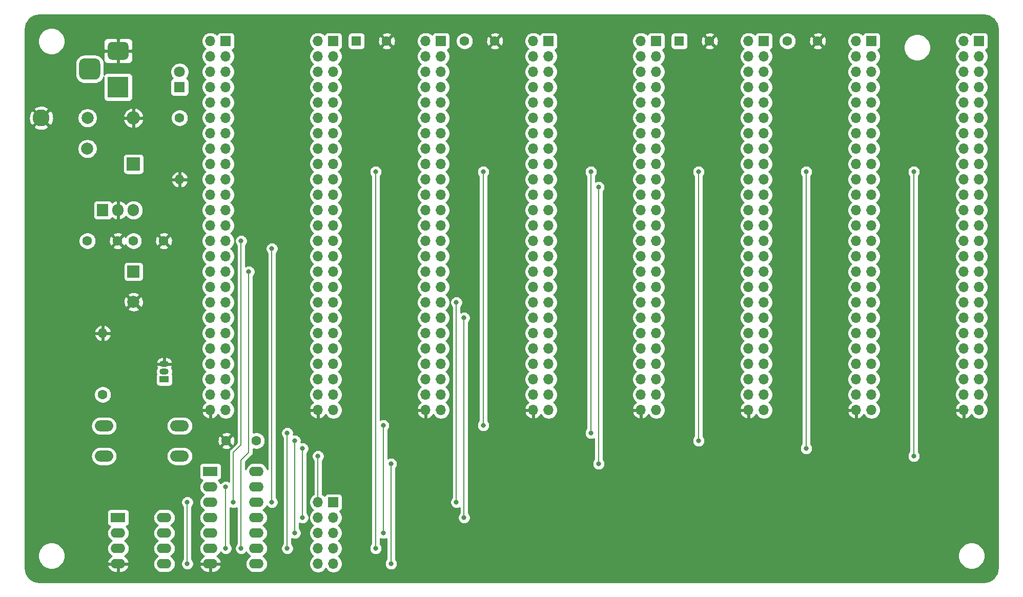
<source format=gbr>
%TF.GenerationSoftware,KiCad,Pcbnew,5.1.9*%
%TF.CreationDate,2020-12-27T17:49:18+01:00*%
%TF.ProjectId,backplane_v1.0,6261636b-706c-4616-9e65-5f76312e302e,rev?*%
%TF.SameCoordinates,Original*%
%TF.FileFunction,Copper,L2,Bot*%
%TF.FilePolarity,Positive*%
%FSLAX46Y46*%
G04 Gerber Fmt 4.6, Leading zero omitted, Abs format (unit mm)*
G04 Created by KiCad (PCBNEW 5.1.9) date 2020-12-27 17:49:18*
%MOMM*%
%LPD*%
G01*
G04 APERTURE LIST*
%TA.AperFunction,ComponentPad*%
%ADD10C,1.600000*%
%TD*%
%TA.AperFunction,ComponentPad*%
%ADD11R,1.600000X1.600000*%
%TD*%
%TA.AperFunction,ComponentPad*%
%ADD12O,2.400000X1.600000*%
%TD*%
%TA.AperFunction,ComponentPad*%
%ADD13R,2.400000X1.600000*%
%TD*%
%TA.AperFunction,ComponentPad*%
%ADD14O,1.700000X1.700000*%
%TD*%
%TA.AperFunction,ComponentPad*%
%ADD15R,1.700000X1.700000*%
%TD*%
%TA.AperFunction,ComponentPad*%
%ADD16R,1.500000X1.050000*%
%TD*%
%TA.AperFunction,ComponentPad*%
%ADD17O,1.500000X1.050000*%
%TD*%
%TA.AperFunction,ComponentPad*%
%ADD18O,1.905000X2.000000*%
%TD*%
%TA.AperFunction,ComponentPad*%
%ADD19R,1.905000X2.000000*%
%TD*%
%TA.AperFunction,ComponentPad*%
%ADD20C,2.800000*%
%TD*%
%TA.AperFunction,ComponentPad*%
%ADD21O,3.048000X1.850000*%
%TD*%
%TA.AperFunction,ComponentPad*%
%ADD22O,1.600000X1.600000*%
%TD*%
%TA.AperFunction,ComponentPad*%
%ADD23R,3.500000X3.500000*%
%TD*%
%TA.AperFunction,ComponentPad*%
%ADD24C,2.000000*%
%TD*%
%TA.AperFunction,ComponentPad*%
%ADD25O,2.200000X2.200000*%
%TD*%
%TA.AperFunction,ComponentPad*%
%ADD26R,2.200000X2.200000*%
%TD*%
%TA.AperFunction,ComponentPad*%
%ADD27C,1.800000*%
%TD*%
%TA.AperFunction,ComponentPad*%
%ADD28R,1.800000X1.800000*%
%TD*%
%TA.AperFunction,ComponentPad*%
%ADD29R,2.000000X2.000000*%
%TD*%
%TA.AperFunction,ViaPad*%
%ADD30C,0.812800*%
%TD*%
%TA.AperFunction,Conductor*%
%ADD31C,0.203200*%
%TD*%
%TA.AperFunction,Conductor*%
%ADD32C,0.254000*%
%TD*%
%TA.AperFunction,Conductor*%
%ADD33C,0.100000*%
%TD*%
G04 APERTURE END LIST*
D10*
%TO.P,C7,2*%
%TO.N,GND*%
X-123270000Y-60960000D03*
D11*
%TO.P,C7,1*%
%TO.N,VCC*%
X-128270000Y-60960000D03*
%TD*%
D10*
%TO.P,C5,2*%
%TO.N,GND*%
X-176610000Y-60960000D03*
D11*
%TO.P,C5,1*%
%TO.N,VCC*%
X-181610000Y-60960000D03*
%TD*%
D12*
%TO.P,X1,8*%
%TO.N,VCC*%
X-213360000Y-139700000D03*
%TO.P,X1,4*%
%TO.N,GND*%
X-220980000Y-147320000D03*
%TO.P,X1,7*%
%TO.N,N/C*%
X-213360000Y-142240000D03*
%TO.P,X1,3*%
X-220980000Y-144780000D03*
%TO.P,X1,6*%
X-213360000Y-144780000D03*
%TO.P,X1,2*%
X-220980000Y-142240000D03*
%TO.P,X1,5*%
%TO.N,/sysClk*%
X-213360000Y-147320000D03*
D13*
%TO.P,X1,1*%
%TO.N,N/C*%
X-220980000Y-139700000D03*
%TD*%
D10*
%TO.P,C8,2*%
%TO.N,VCC*%
X-110410000Y-60960000D03*
%TO.P,C8,1*%
%TO.N,GND*%
X-105410000Y-60960000D03*
%TD*%
%TO.P,C6,2*%
%TO.N,VCC*%
X-163750000Y-60960000D03*
%TO.P,C6,1*%
%TO.N,GND*%
X-158750000Y-60960000D03*
%TD*%
D14*
%TO.P,J3a1,10*%
%TO.N,N/C*%
X-187960000Y-147320000D03*
%TO.P,J3a1,9*%
%TO.N,/~DEVSEL*%
X-185420000Y-147320000D03*
%TO.P,J3a1,8*%
%TO.N,/~IOSEL0*%
X-187960000Y-144780000D03*
%TO.P,J3a1,7*%
%TO.N,/~RAMSEL*%
X-185420000Y-144780000D03*
%TO.P,J3a1,6*%
%TO.N,/~IOSEL1*%
X-187960000Y-142240000D03*
%TO.P,J3a1,5*%
%TO.N,/~ROMSEL*%
X-185420000Y-142240000D03*
%TO.P,J3a1,4*%
%TO.N,/~IOSEL2*%
X-187960000Y-139700000D03*
%TO.P,J3a1,3*%
%TO.N,/~WE*%
X-185420000Y-139700000D03*
%TO.P,J3a1,2*%
%TO.N,/~IOSEL3*%
X-187960000Y-137160000D03*
D15*
%TO.P,J3a1,1*%
%TO.N,/~OE*%
X-185420000Y-137160000D03*
%TD*%
D14*
%TO.P,J9,50*%
%TO.N,GND*%
X-81280000Y-121920000D03*
%TO.P,J9,49*%
%TO.N,/~RESET*%
X-78740000Y-121920000D03*
%TO.P,J9,48*%
%TO.N,/A0*%
X-81280000Y-119380000D03*
%TO.P,J9,47*%
%TO.N,N/C*%
X-78740000Y-119380000D03*
%TO.P,J9,46*%
%TO.N,/A1*%
X-81280000Y-116840000D03*
%TO.P,J9,45*%
%TO.N,N/C*%
X-78740000Y-116840000D03*
%TO.P,J9,44*%
%TO.N,/A2*%
X-81280000Y-114300000D03*
%TO.P,J9,43*%
%TO.N,N/C*%
X-78740000Y-114300000D03*
%TO.P,J9,42*%
%TO.N,/A3*%
X-81280000Y-111760000D03*
%TO.P,J9,41*%
%TO.N,N/C*%
X-78740000Y-111760000D03*
%TO.P,J9,40*%
%TO.N,/A4*%
X-81280000Y-109220000D03*
%TO.P,J9,39*%
%TO.N,N/C*%
X-78740000Y-109220000D03*
%TO.P,J9,38*%
%TO.N,/A5*%
X-81280000Y-106680000D03*
%TO.P,J9,37*%
%TO.N,/~WE*%
X-78740000Y-106680000D03*
%TO.P,J9,36*%
%TO.N,/A6*%
X-81280000Y-104140000D03*
%TO.P,J9,35*%
%TO.N,/~OE*%
X-78740000Y-104140000D03*
%TO.P,J9,34*%
%TO.N,/A7*%
X-81280000Y-101600000D03*
%TO.P,J9,33*%
%TO.N,/R~W*%
X-78740000Y-101600000D03*
%TO.P,J9,32*%
%TO.N,/A8*%
X-81280000Y-99060000D03*
%TO.P,J9,31*%
%TO.N,/PHI2*%
X-78740000Y-99060000D03*
%TO.P,J9,30*%
%TO.N,/A9*%
X-81280000Y-96520000D03*
%TO.P,J9,29*%
%TO.N,/~PHI2*%
X-78740000Y-96520000D03*
%TO.P,J9,28*%
%TO.N,/A10*%
X-81280000Y-93980000D03*
%TO.P,J9,27*%
%TO.N,/sysClk*%
X-78740000Y-93980000D03*
%TO.P,J9,26*%
%TO.N,/A11*%
X-81280000Y-91440000D03*
%TO.P,J9,25*%
%TO.N,N/C*%
X-78740000Y-91440000D03*
%TO.P,J9,24*%
%TO.N,/A12*%
X-81280000Y-88900000D03*
%TO.P,J9,23*%
%TO.N,N/C*%
X-78740000Y-88900000D03*
%TO.P,J9,22*%
%TO.N,/A13*%
X-81280000Y-86360000D03*
%TO.P,J9,21*%
%TO.N,/~DEVSEL*%
X-78740000Y-86360000D03*
%TO.P,J9,20*%
%TO.N,/A14*%
X-81280000Y-83820000D03*
%TO.P,J9,19*%
%TO.N,/~IOSEL3*%
X-78740000Y-83820000D03*
%TO.P,J9,18*%
%TO.N,/A15*%
X-81280000Y-81280000D03*
%TO.P,J9,17*%
%TO.N,/D0*%
X-78740000Y-81280000D03*
%TO.P,J9,16*%
%TO.N,/A16*%
X-81280000Y-78740000D03*
%TO.P,J9,15*%
%TO.N,/D1*%
X-78740000Y-78740000D03*
%TO.P,J9,14*%
%TO.N,/A17*%
X-81280000Y-76200000D03*
%TO.P,J9,13*%
%TO.N,/D2*%
X-78740000Y-76200000D03*
%TO.P,J9,12*%
%TO.N,/A18*%
X-81280000Y-73660000D03*
%TO.P,J9,11*%
%TO.N,/D3*%
X-78740000Y-73660000D03*
%TO.P,J9,10*%
%TO.N,/A19*%
X-81280000Y-71120000D03*
%TO.P,J9,9*%
%TO.N,/D4*%
X-78740000Y-71120000D03*
%TO.P,J9,8*%
%TO.N,/A20*%
X-81280000Y-68580000D03*
%TO.P,J9,7*%
%TO.N,/D5*%
X-78740000Y-68580000D03*
%TO.P,J9,6*%
%TO.N,/A21*%
X-81280000Y-66040000D03*
%TO.P,J9,5*%
%TO.N,/D6*%
X-78740000Y-66040000D03*
%TO.P,J9,4*%
%TO.N,/A22*%
X-81280000Y-63500000D03*
%TO.P,J9,3*%
%TO.N,/D7*%
X-78740000Y-63500000D03*
%TO.P,J9,2*%
%TO.N,/A23*%
X-81280000Y-60960000D03*
D15*
%TO.P,J9,1*%
%TO.N,VCC*%
X-78740000Y-60960000D03*
%TD*%
D14*
%TO.P,J8,50*%
%TO.N,GND*%
X-99060000Y-121920000D03*
%TO.P,J8,49*%
%TO.N,/~RESET*%
X-96520000Y-121920000D03*
%TO.P,J8,48*%
%TO.N,/A0*%
X-99060000Y-119380000D03*
%TO.P,J8,47*%
%TO.N,N/C*%
X-96520000Y-119380000D03*
%TO.P,J8,46*%
%TO.N,/A1*%
X-99060000Y-116840000D03*
%TO.P,J8,45*%
%TO.N,N/C*%
X-96520000Y-116840000D03*
%TO.P,J8,44*%
%TO.N,/A2*%
X-99060000Y-114300000D03*
%TO.P,J8,43*%
%TO.N,N/C*%
X-96520000Y-114300000D03*
%TO.P,J8,42*%
%TO.N,/A3*%
X-99060000Y-111760000D03*
%TO.P,J8,41*%
%TO.N,N/C*%
X-96520000Y-111760000D03*
%TO.P,J8,40*%
%TO.N,/A4*%
X-99060000Y-109220000D03*
%TO.P,J8,39*%
%TO.N,N/C*%
X-96520000Y-109220000D03*
%TO.P,J8,38*%
%TO.N,/A5*%
X-99060000Y-106680000D03*
%TO.P,J8,37*%
%TO.N,/~WE*%
X-96520000Y-106680000D03*
%TO.P,J8,36*%
%TO.N,/A6*%
X-99060000Y-104140000D03*
%TO.P,J8,35*%
%TO.N,/~OE*%
X-96520000Y-104140000D03*
%TO.P,J8,34*%
%TO.N,/A7*%
X-99060000Y-101600000D03*
%TO.P,J8,33*%
%TO.N,/R~W*%
X-96520000Y-101600000D03*
%TO.P,J8,32*%
%TO.N,/A8*%
X-99060000Y-99060000D03*
%TO.P,J8,31*%
%TO.N,/PHI2*%
X-96520000Y-99060000D03*
%TO.P,J8,30*%
%TO.N,/A9*%
X-99060000Y-96520000D03*
%TO.P,J8,29*%
%TO.N,/~PHI2*%
X-96520000Y-96520000D03*
%TO.P,J8,28*%
%TO.N,/A10*%
X-99060000Y-93980000D03*
%TO.P,J8,27*%
%TO.N,/sysClk*%
X-96520000Y-93980000D03*
%TO.P,J8,26*%
%TO.N,/A11*%
X-99060000Y-91440000D03*
%TO.P,J8,25*%
%TO.N,N/C*%
X-96520000Y-91440000D03*
%TO.P,J8,24*%
%TO.N,/A12*%
X-99060000Y-88900000D03*
%TO.P,J8,23*%
%TO.N,N/C*%
X-96520000Y-88900000D03*
%TO.P,J8,22*%
%TO.N,/A13*%
X-99060000Y-86360000D03*
%TO.P,J8,21*%
%TO.N,/~DEVSEL*%
X-96520000Y-86360000D03*
%TO.P,J8,20*%
%TO.N,/A14*%
X-99060000Y-83820000D03*
%TO.P,J8,19*%
%TO.N,/~IOSEL2*%
X-96520000Y-83820000D03*
%TO.P,J8,18*%
%TO.N,/A15*%
X-99060000Y-81280000D03*
%TO.P,J8,17*%
%TO.N,/D0*%
X-96520000Y-81280000D03*
%TO.P,J8,16*%
%TO.N,/A16*%
X-99060000Y-78740000D03*
%TO.P,J8,15*%
%TO.N,/D1*%
X-96520000Y-78740000D03*
%TO.P,J8,14*%
%TO.N,/A17*%
X-99060000Y-76200000D03*
%TO.P,J8,13*%
%TO.N,/D2*%
X-96520000Y-76200000D03*
%TO.P,J8,12*%
%TO.N,/A18*%
X-99060000Y-73660000D03*
%TO.P,J8,11*%
%TO.N,/D3*%
X-96520000Y-73660000D03*
%TO.P,J8,10*%
%TO.N,/A19*%
X-99060000Y-71120000D03*
%TO.P,J8,9*%
%TO.N,/D4*%
X-96520000Y-71120000D03*
%TO.P,J8,8*%
%TO.N,/A20*%
X-99060000Y-68580000D03*
%TO.P,J8,7*%
%TO.N,/D5*%
X-96520000Y-68580000D03*
%TO.P,J8,6*%
%TO.N,/A21*%
X-99060000Y-66040000D03*
%TO.P,J8,5*%
%TO.N,/D6*%
X-96520000Y-66040000D03*
%TO.P,J8,4*%
%TO.N,/A22*%
X-99060000Y-63500000D03*
%TO.P,J8,3*%
%TO.N,/D7*%
X-96520000Y-63500000D03*
%TO.P,J8,2*%
%TO.N,/A23*%
X-99060000Y-60960000D03*
D15*
%TO.P,J8,1*%
%TO.N,VCC*%
X-96520000Y-60960000D03*
%TD*%
D14*
%TO.P,J5,50*%
%TO.N,GND*%
X-152400000Y-121920000D03*
%TO.P,J5,49*%
%TO.N,/~RESET*%
X-149860000Y-121920000D03*
%TO.P,J5,48*%
%TO.N,/A0*%
X-152400000Y-119380000D03*
%TO.P,J5,47*%
%TO.N,N/C*%
X-149860000Y-119380000D03*
%TO.P,J5,46*%
%TO.N,/A1*%
X-152400000Y-116840000D03*
%TO.P,J5,45*%
%TO.N,N/C*%
X-149860000Y-116840000D03*
%TO.P,J5,44*%
%TO.N,/A2*%
X-152400000Y-114300000D03*
%TO.P,J5,43*%
%TO.N,N/C*%
X-149860000Y-114300000D03*
%TO.P,J5,42*%
%TO.N,/A3*%
X-152400000Y-111760000D03*
%TO.P,J5,41*%
%TO.N,N/C*%
X-149860000Y-111760000D03*
%TO.P,J5,40*%
%TO.N,/A4*%
X-152400000Y-109220000D03*
%TO.P,J5,39*%
%TO.N,N/C*%
X-149860000Y-109220000D03*
%TO.P,J5,38*%
%TO.N,/A5*%
X-152400000Y-106680000D03*
%TO.P,J5,37*%
%TO.N,/~WE*%
X-149860000Y-106680000D03*
%TO.P,J5,36*%
%TO.N,/A6*%
X-152400000Y-104140000D03*
%TO.P,J5,35*%
%TO.N,/~OE*%
X-149860000Y-104140000D03*
%TO.P,J5,34*%
%TO.N,/A7*%
X-152400000Y-101600000D03*
%TO.P,J5,33*%
%TO.N,/R~W*%
X-149860000Y-101600000D03*
%TO.P,J5,32*%
%TO.N,/A8*%
X-152400000Y-99060000D03*
%TO.P,J5,31*%
%TO.N,/PHI2*%
X-149860000Y-99060000D03*
%TO.P,J5,30*%
%TO.N,/A9*%
X-152400000Y-96520000D03*
%TO.P,J5,29*%
%TO.N,/~PHI2*%
X-149860000Y-96520000D03*
%TO.P,J5,28*%
%TO.N,/A10*%
X-152400000Y-93980000D03*
%TO.P,J5,27*%
%TO.N,/sysClk*%
X-149860000Y-93980000D03*
%TO.P,J5,26*%
%TO.N,/A11*%
X-152400000Y-91440000D03*
%TO.P,J5,25*%
%TO.N,N/C*%
X-149860000Y-91440000D03*
%TO.P,J5,24*%
%TO.N,/A12*%
X-152400000Y-88900000D03*
%TO.P,J5,23*%
%TO.N,N/C*%
X-149860000Y-88900000D03*
%TO.P,J5,22*%
%TO.N,/A13*%
X-152400000Y-86360000D03*
%TO.P,J5,21*%
%TO.N,N/C*%
X-149860000Y-86360000D03*
%TO.P,J5,20*%
%TO.N,/A14*%
X-152400000Y-83820000D03*
%TO.P,J5,19*%
%TO.N,/~ROMSEL*%
X-149860000Y-83820000D03*
%TO.P,J5,18*%
%TO.N,/A15*%
X-152400000Y-81280000D03*
%TO.P,J5,17*%
%TO.N,/D0*%
X-149860000Y-81280000D03*
%TO.P,J5,16*%
%TO.N,/A16*%
X-152400000Y-78740000D03*
%TO.P,J5,15*%
%TO.N,/D1*%
X-149860000Y-78740000D03*
%TO.P,J5,14*%
%TO.N,/A17*%
X-152400000Y-76200000D03*
%TO.P,J5,13*%
%TO.N,/D2*%
X-149860000Y-76200000D03*
%TO.P,J5,12*%
%TO.N,/A18*%
X-152400000Y-73660000D03*
%TO.P,J5,11*%
%TO.N,/D3*%
X-149860000Y-73660000D03*
%TO.P,J5,10*%
%TO.N,/A19*%
X-152400000Y-71120000D03*
%TO.P,J5,9*%
%TO.N,/D4*%
X-149860000Y-71120000D03*
%TO.P,J5,8*%
%TO.N,/A20*%
X-152400000Y-68580000D03*
%TO.P,J5,7*%
%TO.N,/D5*%
X-149860000Y-68580000D03*
%TO.P,J5,6*%
%TO.N,/A21*%
X-152400000Y-66040000D03*
%TO.P,J5,5*%
%TO.N,/D6*%
X-149860000Y-66040000D03*
%TO.P,J5,4*%
%TO.N,/A22*%
X-152400000Y-63500000D03*
%TO.P,J5,3*%
%TO.N,/D7*%
X-149860000Y-63500000D03*
%TO.P,J5,2*%
%TO.N,/A23*%
X-152400000Y-60960000D03*
D15*
%TO.P,J5,1*%
%TO.N,VCC*%
X-149860000Y-60960000D03*
%TD*%
D14*
%TO.P,J3,50*%
%TO.N,GND*%
X-187960000Y-121920000D03*
%TO.P,J3,49*%
%TO.N,/~RESET*%
X-185420000Y-121920000D03*
%TO.P,J3,48*%
%TO.N,/A0*%
X-187960000Y-119380000D03*
%TO.P,J3,47*%
%TO.N,/~ABORT*%
X-185420000Y-119380000D03*
%TO.P,J3,46*%
%TO.N,/A1*%
X-187960000Y-116840000D03*
%TO.P,J3,45*%
%TO.N,/~IRQ*%
X-185420000Y-116840000D03*
%TO.P,J3,44*%
%TO.N,/A2*%
X-187960000Y-114300000D03*
%TO.P,J3,43*%
%TO.N,/~NMI*%
X-185420000Y-114300000D03*
%TO.P,J3,42*%
%TO.N,/A3*%
X-187960000Y-111760000D03*
%TO.P,J3,41*%
%TO.N,N/C*%
X-185420000Y-111760000D03*
%TO.P,J3,40*%
%TO.N,/A4*%
X-187960000Y-109220000D03*
%TO.P,J3,39*%
%TO.N,N/C*%
X-185420000Y-109220000D03*
%TO.P,J3,38*%
%TO.N,/A5*%
X-187960000Y-106680000D03*
%TO.P,J3,37*%
%TO.N,/VDA*%
X-185420000Y-106680000D03*
%TO.P,J3,36*%
%TO.N,/A6*%
X-187960000Y-104140000D03*
%TO.P,J3,35*%
%TO.N,/VPA*%
X-185420000Y-104140000D03*
%TO.P,J3,34*%
%TO.N,/A7*%
X-187960000Y-101600000D03*
%TO.P,J3,33*%
%TO.N,/R~W*%
X-185420000Y-101600000D03*
%TO.P,J3,32*%
%TO.N,/A8*%
X-187960000Y-99060000D03*
%TO.P,J3,31*%
%TO.N,/PHI2*%
X-185420000Y-99060000D03*
%TO.P,J3,30*%
%TO.N,/A9*%
X-187960000Y-96520000D03*
%TO.P,J3,29*%
%TO.N,/~PHI2*%
X-185420000Y-96520000D03*
%TO.P,J3,28*%
%TO.N,/A10*%
X-187960000Y-93980000D03*
%TO.P,J3,27*%
%TO.N,/sysClk*%
X-185420000Y-93980000D03*
%TO.P,J3,26*%
%TO.N,/A11*%
X-187960000Y-91440000D03*
%TO.P,J3,25*%
%TO.N,N/C*%
X-185420000Y-91440000D03*
%TO.P,J3,24*%
%TO.N,/A12*%
X-187960000Y-88900000D03*
%TO.P,J3,23*%
%TO.N,N/C*%
X-185420000Y-88900000D03*
%TO.P,J3,22*%
%TO.N,/A13*%
X-187960000Y-86360000D03*
%TO.P,J3,21*%
%TO.N,N/C*%
X-185420000Y-86360000D03*
%TO.P,J3,20*%
%TO.N,/A14*%
X-187960000Y-83820000D03*
%TO.P,J3,19*%
%TO.N,N/C*%
X-185420000Y-83820000D03*
%TO.P,J3,18*%
%TO.N,/A15*%
X-187960000Y-81280000D03*
%TO.P,J3,17*%
%TO.N,/D0*%
X-185420000Y-81280000D03*
%TO.P,J3,16*%
%TO.N,/A16*%
X-187960000Y-78740000D03*
%TO.P,J3,15*%
%TO.N,/D1*%
X-185420000Y-78740000D03*
%TO.P,J3,14*%
%TO.N,/A17*%
X-187960000Y-76200000D03*
%TO.P,J3,13*%
%TO.N,/D2*%
X-185420000Y-76200000D03*
%TO.P,J3,12*%
%TO.N,/A18*%
X-187960000Y-73660000D03*
%TO.P,J3,11*%
%TO.N,/D3*%
X-185420000Y-73660000D03*
%TO.P,J3,10*%
%TO.N,/A19*%
X-187960000Y-71120000D03*
%TO.P,J3,9*%
%TO.N,/D4*%
X-185420000Y-71120000D03*
%TO.P,J3,8*%
%TO.N,/A20*%
X-187960000Y-68580000D03*
%TO.P,J3,7*%
%TO.N,/D5*%
X-185420000Y-68580000D03*
%TO.P,J3,6*%
%TO.N,/A21*%
X-187960000Y-66040000D03*
%TO.P,J3,5*%
%TO.N,/D6*%
X-185420000Y-66040000D03*
%TO.P,J3,4*%
%TO.N,/A22*%
X-187960000Y-63500000D03*
%TO.P,J3,3*%
%TO.N,/D7*%
X-185420000Y-63500000D03*
%TO.P,J3,2*%
%TO.N,/A23*%
X-187960000Y-60960000D03*
D15*
%TO.P,J3,1*%
%TO.N,VCC*%
X-185420000Y-60960000D03*
%TD*%
D14*
%TO.P,J7,50*%
%TO.N,GND*%
X-116840000Y-121920000D03*
%TO.P,J7,49*%
%TO.N,/~RESET*%
X-114300000Y-121920000D03*
%TO.P,J7,48*%
%TO.N,/A0*%
X-116840000Y-119380000D03*
%TO.P,J7,47*%
%TO.N,N/C*%
X-114300000Y-119380000D03*
%TO.P,J7,46*%
%TO.N,/A1*%
X-116840000Y-116840000D03*
%TO.P,J7,45*%
%TO.N,N/C*%
X-114300000Y-116840000D03*
%TO.P,J7,44*%
%TO.N,/A2*%
X-116840000Y-114300000D03*
%TO.P,J7,43*%
%TO.N,N/C*%
X-114300000Y-114300000D03*
%TO.P,J7,42*%
%TO.N,/A3*%
X-116840000Y-111760000D03*
%TO.P,J7,41*%
%TO.N,N/C*%
X-114300000Y-111760000D03*
%TO.P,J7,40*%
%TO.N,/A4*%
X-116840000Y-109220000D03*
%TO.P,J7,39*%
%TO.N,N/C*%
X-114300000Y-109220000D03*
%TO.P,J7,38*%
%TO.N,/A5*%
X-116840000Y-106680000D03*
%TO.P,J7,37*%
%TO.N,/~WE*%
X-114300000Y-106680000D03*
%TO.P,J7,36*%
%TO.N,/A6*%
X-116840000Y-104140000D03*
%TO.P,J7,35*%
%TO.N,/~OE*%
X-114300000Y-104140000D03*
%TO.P,J7,34*%
%TO.N,/A7*%
X-116840000Y-101600000D03*
%TO.P,J7,33*%
%TO.N,/R~W*%
X-114300000Y-101600000D03*
%TO.P,J7,32*%
%TO.N,/A8*%
X-116840000Y-99060000D03*
%TO.P,J7,31*%
%TO.N,/PHI2*%
X-114300000Y-99060000D03*
%TO.P,J7,30*%
%TO.N,/A9*%
X-116840000Y-96520000D03*
%TO.P,J7,29*%
%TO.N,/~PHI2*%
X-114300000Y-96520000D03*
%TO.P,J7,28*%
%TO.N,/A10*%
X-116840000Y-93980000D03*
%TO.P,J7,27*%
%TO.N,/sysClk*%
X-114300000Y-93980000D03*
%TO.P,J7,26*%
%TO.N,/A11*%
X-116840000Y-91440000D03*
%TO.P,J7,25*%
%TO.N,N/C*%
X-114300000Y-91440000D03*
%TO.P,J7,24*%
%TO.N,/A12*%
X-116840000Y-88900000D03*
%TO.P,J7,23*%
%TO.N,N/C*%
X-114300000Y-88900000D03*
%TO.P,J7,22*%
%TO.N,/A13*%
X-116840000Y-86360000D03*
%TO.P,J7,21*%
%TO.N,/~DEVSEL*%
X-114300000Y-86360000D03*
%TO.P,J7,20*%
%TO.N,/A14*%
X-116840000Y-83820000D03*
%TO.P,J7,19*%
%TO.N,/~IOSEL1*%
X-114300000Y-83820000D03*
%TO.P,J7,18*%
%TO.N,/A15*%
X-116840000Y-81280000D03*
%TO.P,J7,17*%
%TO.N,/D0*%
X-114300000Y-81280000D03*
%TO.P,J7,16*%
%TO.N,/A16*%
X-116840000Y-78740000D03*
%TO.P,J7,15*%
%TO.N,/D1*%
X-114300000Y-78740000D03*
%TO.P,J7,14*%
%TO.N,/A17*%
X-116840000Y-76200000D03*
%TO.P,J7,13*%
%TO.N,/D2*%
X-114300000Y-76200000D03*
%TO.P,J7,12*%
%TO.N,/A18*%
X-116840000Y-73660000D03*
%TO.P,J7,11*%
%TO.N,/D3*%
X-114300000Y-73660000D03*
%TO.P,J7,10*%
%TO.N,/A19*%
X-116840000Y-71120000D03*
%TO.P,J7,9*%
%TO.N,/D4*%
X-114300000Y-71120000D03*
%TO.P,J7,8*%
%TO.N,/A20*%
X-116840000Y-68580000D03*
%TO.P,J7,7*%
%TO.N,/D5*%
X-114300000Y-68580000D03*
%TO.P,J7,6*%
%TO.N,/A21*%
X-116840000Y-66040000D03*
%TO.P,J7,5*%
%TO.N,/D6*%
X-114300000Y-66040000D03*
%TO.P,J7,4*%
%TO.N,/A22*%
X-116840000Y-63500000D03*
%TO.P,J7,3*%
%TO.N,/D7*%
X-114300000Y-63500000D03*
%TO.P,J7,2*%
%TO.N,/A23*%
X-116840000Y-60960000D03*
D15*
%TO.P,J7,1*%
%TO.N,VCC*%
X-114300000Y-60960000D03*
%TD*%
D14*
%TO.P,J6,50*%
%TO.N,GND*%
X-134620000Y-121920000D03*
%TO.P,J6,49*%
%TO.N,/~RESET*%
X-132080000Y-121920000D03*
%TO.P,J6,48*%
%TO.N,/A0*%
X-134620000Y-119380000D03*
%TO.P,J6,47*%
%TO.N,N/C*%
X-132080000Y-119380000D03*
%TO.P,J6,46*%
%TO.N,/A1*%
X-134620000Y-116840000D03*
%TO.P,J6,45*%
%TO.N,N/C*%
X-132080000Y-116840000D03*
%TO.P,J6,44*%
%TO.N,/A2*%
X-134620000Y-114300000D03*
%TO.P,J6,43*%
%TO.N,N/C*%
X-132080000Y-114300000D03*
%TO.P,J6,42*%
%TO.N,/A3*%
X-134620000Y-111760000D03*
%TO.P,J6,41*%
%TO.N,N/C*%
X-132080000Y-111760000D03*
%TO.P,J6,40*%
%TO.N,/A4*%
X-134620000Y-109220000D03*
%TO.P,J6,39*%
%TO.N,N/C*%
X-132080000Y-109220000D03*
%TO.P,J6,38*%
%TO.N,/A5*%
X-134620000Y-106680000D03*
%TO.P,J6,37*%
%TO.N,/~WE*%
X-132080000Y-106680000D03*
%TO.P,J6,36*%
%TO.N,/A6*%
X-134620000Y-104140000D03*
%TO.P,J6,35*%
%TO.N,/~OE*%
X-132080000Y-104140000D03*
%TO.P,J6,34*%
%TO.N,/A7*%
X-134620000Y-101600000D03*
%TO.P,J6,33*%
%TO.N,/R~W*%
X-132080000Y-101600000D03*
%TO.P,J6,32*%
%TO.N,/A8*%
X-134620000Y-99060000D03*
%TO.P,J6,31*%
%TO.N,/PHI2*%
X-132080000Y-99060000D03*
%TO.P,J6,30*%
%TO.N,/A9*%
X-134620000Y-96520000D03*
%TO.P,J6,29*%
%TO.N,/~PHI2*%
X-132080000Y-96520000D03*
%TO.P,J6,28*%
%TO.N,/A10*%
X-134620000Y-93980000D03*
%TO.P,J6,27*%
%TO.N,/sysClk*%
X-132080000Y-93980000D03*
%TO.P,J6,26*%
%TO.N,/A11*%
X-134620000Y-91440000D03*
%TO.P,J6,25*%
%TO.N,N/C*%
X-132080000Y-91440000D03*
%TO.P,J6,24*%
%TO.N,/A12*%
X-134620000Y-88900000D03*
%TO.P,J6,23*%
%TO.N,N/C*%
X-132080000Y-88900000D03*
%TO.P,J6,22*%
%TO.N,/A13*%
X-134620000Y-86360000D03*
%TO.P,J6,21*%
%TO.N,/~DEVSEL*%
X-132080000Y-86360000D03*
%TO.P,J6,20*%
%TO.N,/A14*%
X-134620000Y-83820000D03*
%TO.P,J6,19*%
%TO.N,/~IOSEL0*%
X-132080000Y-83820000D03*
%TO.P,J6,18*%
%TO.N,/A15*%
X-134620000Y-81280000D03*
%TO.P,J6,17*%
%TO.N,/D0*%
X-132080000Y-81280000D03*
%TO.P,J6,16*%
%TO.N,/A16*%
X-134620000Y-78740000D03*
%TO.P,J6,15*%
%TO.N,/D1*%
X-132080000Y-78740000D03*
%TO.P,J6,14*%
%TO.N,/A17*%
X-134620000Y-76200000D03*
%TO.P,J6,13*%
%TO.N,/D2*%
X-132080000Y-76200000D03*
%TO.P,J6,12*%
%TO.N,/A18*%
X-134620000Y-73660000D03*
%TO.P,J6,11*%
%TO.N,/D3*%
X-132080000Y-73660000D03*
%TO.P,J6,10*%
%TO.N,/A19*%
X-134620000Y-71120000D03*
%TO.P,J6,9*%
%TO.N,/D4*%
X-132080000Y-71120000D03*
%TO.P,J6,8*%
%TO.N,/A20*%
X-134620000Y-68580000D03*
%TO.P,J6,7*%
%TO.N,/D5*%
X-132080000Y-68580000D03*
%TO.P,J6,6*%
%TO.N,/A21*%
X-134620000Y-66040000D03*
%TO.P,J6,5*%
%TO.N,/D6*%
X-132080000Y-66040000D03*
%TO.P,J6,4*%
%TO.N,/A22*%
X-134620000Y-63500000D03*
%TO.P,J6,3*%
%TO.N,/D7*%
X-132080000Y-63500000D03*
%TO.P,J6,2*%
%TO.N,/A23*%
X-134620000Y-60960000D03*
D15*
%TO.P,J6,1*%
%TO.N,VCC*%
X-132080000Y-60960000D03*
%TD*%
D14*
%TO.P,J4,50*%
%TO.N,GND*%
X-170180000Y-121920000D03*
%TO.P,J4,49*%
%TO.N,/~RESET*%
X-167640000Y-121920000D03*
%TO.P,J4,48*%
%TO.N,/A0*%
X-170180000Y-119380000D03*
%TO.P,J4,47*%
%TO.N,N/C*%
X-167640000Y-119380000D03*
%TO.P,J4,46*%
%TO.N,/A1*%
X-170180000Y-116840000D03*
%TO.P,J4,45*%
%TO.N,N/C*%
X-167640000Y-116840000D03*
%TO.P,J4,44*%
%TO.N,/A2*%
X-170180000Y-114300000D03*
%TO.P,J4,43*%
%TO.N,N/C*%
X-167640000Y-114300000D03*
%TO.P,J4,42*%
%TO.N,/A3*%
X-170180000Y-111760000D03*
%TO.P,J4,41*%
%TO.N,N/C*%
X-167640000Y-111760000D03*
%TO.P,J4,40*%
%TO.N,/A4*%
X-170180000Y-109220000D03*
%TO.P,J4,39*%
%TO.N,N/C*%
X-167640000Y-109220000D03*
%TO.P,J4,38*%
%TO.N,/A5*%
X-170180000Y-106680000D03*
%TO.P,J4,37*%
%TO.N,/~WE*%
X-167640000Y-106680000D03*
%TO.P,J4,36*%
%TO.N,/A6*%
X-170180000Y-104140000D03*
%TO.P,J4,35*%
%TO.N,/~OE*%
X-167640000Y-104140000D03*
%TO.P,J4,34*%
%TO.N,/A7*%
X-170180000Y-101600000D03*
%TO.P,J4,33*%
%TO.N,/R~W*%
X-167640000Y-101600000D03*
%TO.P,J4,32*%
%TO.N,/A8*%
X-170180000Y-99060000D03*
%TO.P,J4,31*%
%TO.N,/PHI2*%
X-167640000Y-99060000D03*
%TO.P,J4,30*%
%TO.N,/A9*%
X-170180000Y-96520000D03*
%TO.P,J4,29*%
%TO.N,/~PHI2*%
X-167640000Y-96520000D03*
%TO.P,J4,28*%
%TO.N,/A10*%
X-170180000Y-93980000D03*
%TO.P,J4,27*%
%TO.N,/sysClk*%
X-167640000Y-93980000D03*
%TO.P,J4,26*%
%TO.N,/A11*%
X-170180000Y-91440000D03*
%TO.P,J4,25*%
%TO.N,N/C*%
X-167640000Y-91440000D03*
%TO.P,J4,24*%
%TO.N,/A12*%
X-170180000Y-88900000D03*
%TO.P,J4,23*%
%TO.N,N/C*%
X-167640000Y-88900000D03*
%TO.P,J4,22*%
%TO.N,/A13*%
X-170180000Y-86360000D03*
%TO.P,J4,21*%
%TO.N,N/C*%
X-167640000Y-86360000D03*
%TO.P,J4,20*%
%TO.N,/A14*%
X-170180000Y-83820000D03*
%TO.P,J4,19*%
%TO.N,/~RAMSEL*%
X-167640000Y-83820000D03*
%TO.P,J4,18*%
%TO.N,/A15*%
X-170180000Y-81280000D03*
%TO.P,J4,17*%
%TO.N,/D0*%
X-167640000Y-81280000D03*
%TO.P,J4,16*%
%TO.N,/A16*%
X-170180000Y-78740000D03*
%TO.P,J4,15*%
%TO.N,/D1*%
X-167640000Y-78740000D03*
%TO.P,J4,14*%
%TO.N,/A17*%
X-170180000Y-76200000D03*
%TO.P,J4,13*%
%TO.N,/D2*%
X-167640000Y-76200000D03*
%TO.P,J4,12*%
%TO.N,/A18*%
X-170180000Y-73660000D03*
%TO.P,J4,11*%
%TO.N,/D3*%
X-167640000Y-73660000D03*
%TO.P,J4,10*%
%TO.N,/A19*%
X-170180000Y-71120000D03*
%TO.P,J4,9*%
%TO.N,/D4*%
X-167640000Y-71120000D03*
%TO.P,J4,8*%
%TO.N,/A20*%
X-170180000Y-68580000D03*
%TO.P,J4,7*%
%TO.N,/D5*%
X-167640000Y-68580000D03*
%TO.P,J4,6*%
%TO.N,/A21*%
X-170180000Y-66040000D03*
%TO.P,J4,5*%
%TO.N,/D6*%
X-167640000Y-66040000D03*
%TO.P,J4,4*%
%TO.N,/A22*%
X-170180000Y-63500000D03*
%TO.P,J4,3*%
%TO.N,/D7*%
X-167640000Y-63500000D03*
%TO.P,J4,2*%
%TO.N,/A23*%
X-170180000Y-60960000D03*
D15*
%TO.P,J4,1*%
%TO.N,VCC*%
X-167640000Y-60960000D03*
%TD*%
D14*
%TO.P,J2,50*%
%TO.N,GND*%
X-205740000Y-121920000D03*
%TO.P,J2,49*%
%TO.N,/~RESET*%
X-203200000Y-121920000D03*
%TO.P,J2,48*%
%TO.N,/A0*%
X-205740000Y-119380000D03*
%TO.P,J2,47*%
%TO.N,/~ABORT*%
X-203200000Y-119380000D03*
%TO.P,J2,46*%
%TO.N,/A1*%
X-205740000Y-116840000D03*
%TO.P,J2,45*%
%TO.N,/~IRQ*%
X-203200000Y-116840000D03*
%TO.P,J2,44*%
%TO.N,/A2*%
X-205740000Y-114300000D03*
%TO.P,J2,43*%
%TO.N,/~NMI*%
X-203200000Y-114300000D03*
%TO.P,J2,42*%
%TO.N,/A3*%
X-205740000Y-111760000D03*
%TO.P,J2,41*%
%TO.N,N/C*%
X-203200000Y-111760000D03*
%TO.P,J2,40*%
%TO.N,/A4*%
X-205740000Y-109220000D03*
%TO.P,J2,39*%
%TO.N,N/C*%
X-203200000Y-109220000D03*
%TO.P,J2,38*%
%TO.N,/A5*%
X-205740000Y-106680000D03*
%TO.P,J2,37*%
%TO.N,/VDA*%
X-203200000Y-106680000D03*
%TO.P,J2,36*%
%TO.N,/A6*%
X-205740000Y-104140000D03*
%TO.P,J2,35*%
%TO.N,/VPA*%
X-203200000Y-104140000D03*
%TO.P,J2,34*%
%TO.N,/A7*%
X-205740000Y-101600000D03*
%TO.P,J2,33*%
%TO.N,/R~W*%
X-203200000Y-101600000D03*
%TO.P,J2,32*%
%TO.N,/A8*%
X-205740000Y-99060000D03*
%TO.P,J2,31*%
%TO.N,/PHI2*%
X-203200000Y-99060000D03*
%TO.P,J2,30*%
%TO.N,/A9*%
X-205740000Y-96520000D03*
%TO.P,J2,29*%
%TO.N,/~PHI2*%
X-203200000Y-96520000D03*
%TO.P,J2,28*%
%TO.N,/A10*%
X-205740000Y-93980000D03*
%TO.P,J2,27*%
%TO.N,/sysClk*%
X-203200000Y-93980000D03*
%TO.P,J2,26*%
%TO.N,/A11*%
X-205740000Y-91440000D03*
%TO.P,J2,25*%
%TO.N,N/C*%
X-203200000Y-91440000D03*
%TO.P,J2,24*%
%TO.N,/A12*%
X-205740000Y-88900000D03*
%TO.P,J2,23*%
%TO.N,N/C*%
X-203200000Y-88900000D03*
%TO.P,J2,22*%
%TO.N,/A13*%
X-205740000Y-86360000D03*
%TO.P,J2,21*%
%TO.N,N/C*%
X-203200000Y-86360000D03*
%TO.P,J2,20*%
%TO.N,/A14*%
X-205740000Y-83820000D03*
%TO.P,J2,19*%
%TO.N,N/C*%
X-203200000Y-83820000D03*
%TO.P,J2,18*%
%TO.N,/A15*%
X-205740000Y-81280000D03*
%TO.P,J2,17*%
%TO.N,/D0*%
X-203200000Y-81280000D03*
%TO.P,J2,16*%
%TO.N,/A16*%
X-205740000Y-78740000D03*
%TO.P,J2,15*%
%TO.N,/D1*%
X-203200000Y-78740000D03*
%TO.P,J2,14*%
%TO.N,/A17*%
X-205740000Y-76200000D03*
%TO.P,J2,13*%
%TO.N,/D2*%
X-203200000Y-76200000D03*
%TO.P,J2,12*%
%TO.N,/A18*%
X-205740000Y-73660000D03*
%TO.P,J2,11*%
%TO.N,/D3*%
X-203200000Y-73660000D03*
%TO.P,J2,10*%
%TO.N,/A19*%
X-205740000Y-71120000D03*
%TO.P,J2,9*%
%TO.N,/D4*%
X-203200000Y-71120000D03*
%TO.P,J2,8*%
%TO.N,/A20*%
X-205740000Y-68580000D03*
%TO.P,J2,7*%
%TO.N,/D5*%
X-203200000Y-68580000D03*
%TO.P,J2,6*%
%TO.N,/A21*%
X-205740000Y-66040000D03*
%TO.P,J2,5*%
%TO.N,/D6*%
X-203200000Y-66040000D03*
%TO.P,J2,4*%
%TO.N,/A22*%
X-205740000Y-63500000D03*
%TO.P,J2,3*%
%TO.N,/D7*%
X-203200000Y-63500000D03*
%TO.P,J2,2*%
%TO.N,/A23*%
X-205740000Y-60960000D03*
D15*
%TO.P,J2,1*%
%TO.N,VCC*%
X-203200000Y-60960000D03*
%TD*%
D12*
%TO.P,U3,14*%
%TO.N,VCC*%
X-198120000Y-132080000D03*
%TO.P,U3,7*%
%TO.N,GND*%
X-205740000Y-147320000D03*
%TO.P,U3,13*%
%TO.N,VCC*%
X-198120000Y-134620000D03*
%TO.P,U3,6*%
%TO.N,Net-(U3-Pad2)*%
X-205740000Y-144780000D03*
%TO.P,U3,12*%
%TO.N,/~PHI2*%
X-198120000Y-137160000D03*
%TO.P,U3,5*%
%TO.N,Net-(U3-Pad11)*%
X-205740000Y-142240000D03*
%TO.P,U3,11*%
X-198120000Y-139700000D03*
%TO.P,U3,4*%
%TO.N,VCC*%
X-205740000Y-139700000D03*
%TO.P,U3,10*%
X-198120000Y-142240000D03*
%TO.P,U3,3*%
%TO.N,/sysClk*%
X-205740000Y-137160000D03*
%TO.P,U3,9*%
%TO.N,/PHI2*%
X-198120000Y-144780000D03*
%TO.P,U3,2*%
%TO.N,Net-(U3-Pad2)*%
X-205740000Y-134620000D03*
%TO.P,U3,8*%
%TO.N,/~PHI2*%
X-198120000Y-147320000D03*
D13*
%TO.P,U3,1*%
%TO.N,VCC*%
X-205740000Y-132080000D03*
%TD*%
D16*
%TO.P,U2,1*%
%TO.N,/~RESET*%
X-213360000Y-116840000D03*
D17*
%TO.P,U2,3*%
%TO.N,GND*%
X-213360000Y-114300000D03*
%TO.P,U2,2*%
%TO.N,VCC*%
X-213360000Y-115570000D03*
%TD*%
D18*
%TO.P,U1,3*%
%TO.N,VCC*%
X-218440000Y-88900000D03*
%TO.P,U1,2*%
%TO.N,GND*%
X-220980000Y-88900000D03*
D19*
%TO.P,U1,1*%
%TO.N,+VDC*%
X-223520000Y-88900000D03*
%TD*%
D20*
%TO.P,TP1,1*%
%TO.N,GND*%
X-233680000Y-73660000D03*
%TD*%
D21*
%TO.P,SW1,2*%
%TO.N,Net-(R2-Pad1)*%
X-210820000Y-124540000D03*
%TO.P,SW1,1*%
%TO.N,/~RESET*%
X-210820000Y-129540000D03*
%TO.P,SW1,2*%
%TO.N,Net-(R2-Pad1)*%
X-223320000Y-124540000D03*
%TO.P,SW1,1*%
%TO.N,/~RESET*%
X-223320000Y-129540000D03*
%TD*%
D22*
%TO.P,R2,2*%
%TO.N,GND*%
X-223520000Y-109220000D03*
D10*
%TO.P,R2,1*%
%TO.N,Net-(R2-Pad1)*%
X-223520000Y-119380000D03*
%TD*%
D22*
%TO.P,R1,2*%
%TO.N,GND*%
X-210820000Y-83820000D03*
D10*
%TO.P,R1,1*%
%TO.N,Net-(D1-Pad1)*%
X-210820000Y-73660000D03*
%TD*%
%TO.P,J1,3*%
%TO.N,N/C*%
%TA.AperFunction,ComponentPad*%
G36*
G01*
X-226555000Y-63830000D02*
X-224805000Y-63830000D01*
G75*
G02*
X-223930000Y-64705000I0J-875000D01*
G01*
X-223930000Y-66455000D01*
G75*
G02*
X-224805000Y-67330000I-875000J0D01*
G01*
X-226555000Y-67330000D01*
G75*
G02*
X-227430000Y-66455000I0J875000D01*
G01*
X-227430000Y-64705000D01*
G75*
G02*
X-226555000Y-63830000I875000J0D01*
G01*
G37*
%TD.AperFunction*%
%TO.P,J1,2*%
%TO.N,GND*%
%TA.AperFunction,ComponentPad*%
G36*
G01*
X-221980000Y-61080000D02*
X-219980000Y-61080000D01*
G75*
G02*
X-219230000Y-61830000I0J-750000D01*
G01*
X-219230000Y-63330000D01*
G75*
G02*
X-219980000Y-64080000I-750000J0D01*
G01*
X-221980000Y-64080000D01*
G75*
G02*
X-222730000Y-63330000I0J750000D01*
G01*
X-222730000Y-61830000D01*
G75*
G02*
X-221980000Y-61080000I750000J0D01*
G01*
G37*
%TD.AperFunction*%
D23*
%TO.P,J1,1*%
%TO.N,/raw*%
X-220980000Y-68580000D03*
%TD*%
D24*
%TO.P,F1,2*%
%TO.N,/raw*%
X-226050000Y-73660000D03*
%TO.P,F1,1*%
%TO.N,+VDC*%
X-226060000Y-78740000D03*
%TD*%
D25*
%TO.P,D2,2*%
%TO.N,GND*%
X-218440000Y-73660000D03*
D26*
%TO.P,D2,1*%
%TO.N,+VDC*%
X-218440000Y-81280000D03*
%TD*%
D27*
%TO.P,D1,2*%
%TO.N,VCC*%
X-210820000Y-66040000D03*
D28*
%TO.P,D1,1*%
%TO.N,Net-(D1-Pad1)*%
X-210820000Y-68580000D03*
%TD*%
D24*
%TO.P,C4,2*%
%TO.N,GND*%
X-218440000Y-104060000D03*
D29*
%TO.P,C4,1*%
%TO.N,VCC*%
X-218440000Y-99060000D03*
%TD*%
D10*
%TO.P,C3,2*%
%TO.N,GND*%
X-213440000Y-93980000D03*
%TO.P,C3,1*%
%TO.N,VCC*%
X-218440000Y-93980000D03*
%TD*%
%TO.P,C2,2*%
%TO.N,GND*%
X-221060000Y-93980000D03*
%TO.P,C2,1*%
%TO.N,+VDC*%
X-226060000Y-93980000D03*
%TD*%
%TO.P,C1,2*%
%TO.N,GND*%
X-203120000Y-127000000D03*
%TO.P,C1,1*%
%TO.N,VCC*%
X-198120000Y-127000000D03*
%TD*%
D30*
%TO.N,/PHI2*%
X-200660000Y-144780000D03*
X-199390000Y-99060000D03*
%TO.N,/~PHI2*%
X-195580000Y-137160000D03*
X-195580000Y-95250000D03*
%TO.N,/sysClk*%
X-209550000Y-147320000D03*
X-209550000Y-137160000D03*
X-201930000Y-137160000D03*
X-200660000Y-93980000D03*
%TO.N,/~WE*%
X-163830000Y-139700000D03*
X-163830000Y-106680000D03*
%TO.N,/~OE*%
X-165100000Y-137160000D03*
X-165100000Y-104140000D03*
%TO.N,/~RAMSEL*%
X-178435000Y-82550000D03*
X-178435000Y-144780000D03*
%TO.N,/~ROMSEL*%
X-160655000Y-82550000D03*
X-160655000Y-124460000D03*
X-177165000Y-142240000D03*
X-177165000Y-124460000D03*
%TO.N,/~DEVSEL*%
X-175895000Y-147320000D03*
X-175895000Y-130810000D03*
X-141605000Y-85090000D03*
X-141605000Y-130810000D03*
%TO.N,/~IOSEL0*%
X-142875000Y-82550000D03*
X-142875000Y-125730000D03*
X-193040000Y-144780000D03*
X-193040000Y-125730000D03*
%TO.N,/~IOSEL1*%
X-125095000Y-82550000D03*
X-125095000Y-127000000D03*
X-191770000Y-127000000D03*
X-191770000Y-142240000D03*
%TO.N,/~IOSEL2*%
X-107315000Y-82550000D03*
X-107315000Y-128270000D03*
X-190500000Y-139700000D03*
X-190500000Y-128270000D03*
%TO.N,/~IOSEL3*%
X-89535000Y-82550000D03*
X-187960000Y-129540000D03*
X-89535000Y-129540000D03*
%TO.N,Net-(U3-Pad2)*%
X-203200000Y-134620000D03*
X-203200000Y-144780000D03*
%TD*%
D31*
%TO.N,/PHI2*%
X-199390000Y-128905000D02*
X-199390000Y-99060000D01*
X-200660000Y-130175000D02*
X-199390000Y-128905000D01*
X-200660000Y-144780000D02*
X-200660000Y-130175000D01*
%TO.N,/~PHI2*%
X-195580000Y-137160000D02*
X-195580000Y-95250000D01*
%TO.N,/sysClk*%
X-209550000Y-147320000D02*
X-209550000Y-137160000D01*
X-201930000Y-137160000D02*
X-201930000Y-128905000D01*
X-201930000Y-128905000D02*
X-200660000Y-127635000D01*
X-200660000Y-127635000D02*
X-200660000Y-93980000D01*
%TO.N,/~WE*%
X-163830000Y-139700000D02*
X-163830000Y-106680000D01*
%TO.N,/~OE*%
X-165100000Y-137160000D02*
X-165100000Y-104140000D01*
%TO.N,/~RAMSEL*%
X-178435000Y-82550000D02*
X-178435000Y-144780000D01*
%TO.N,/~ROMSEL*%
X-160655000Y-82550000D02*
X-160655000Y-124460000D01*
X-177165000Y-142240000D02*
X-177165000Y-124460000D01*
%TO.N,/~DEVSEL*%
X-175895000Y-147320000D02*
X-175895000Y-130810000D01*
X-141605000Y-85090000D02*
X-141605000Y-130810000D01*
%TO.N,/~IOSEL0*%
X-142875000Y-82550000D02*
X-142875000Y-125730000D01*
X-193040000Y-125730000D02*
X-193040000Y-144780000D01*
%TO.N,/~IOSEL1*%
X-125095000Y-127000000D02*
X-125095000Y-82550000D01*
X-191770000Y-142240000D02*
X-191770000Y-127000000D01*
%TO.N,/~IOSEL2*%
X-107315000Y-82550000D02*
X-107315000Y-128270000D01*
X-190500000Y-128270000D02*
X-190500000Y-139700000D01*
%TO.N,/~IOSEL3*%
X-89535000Y-82550000D02*
X-89535000Y-125095000D01*
X-187960000Y-137160000D02*
X-187960000Y-129540000D01*
X-89535000Y-129540000D02*
X-89535000Y-125095000D01*
%TO.N,Net-(U3-Pad2)*%
X-203200000Y-134620000D02*
X-203200000Y-144780000D01*
%TD*%
D32*
%TO.N,GND*%
X-77546107Y-56707670D02*
X-77109502Y-56839489D01*
X-76706815Y-57053600D01*
X-76353388Y-57341848D01*
X-76062673Y-57693261D01*
X-75845758Y-58094439D01*
X-75710894Y-58530113D01*
X-75659999Y-59014353D01*
X-75660000Y-147967721D01*
X-75707670Y-148453894D01*
X-75839488Y-148890497D01*
X-76053601Y-149293186D01*
X-76341850Y-149646613D01*
X-76693261Y-149937327D01*
X-77094436Y-150154240D01*
X-77530114Y-150289106D01*
X-78014336Y-150340000D01*
X-233967721Y-150340000D01*
X-234453894Y-150292330D01*
X-234890497Y-150160512D01*
X-235293186Y-149946399D01*
X-235646613Y-149658150D01*
X-235937327Y-149306739D01*
X-236154240Y-148905564D01*
X-236289106Y-148469886D01*
X-236340000Y-147985664D01*
X-236340000Y-145779872D01*
X-234235000Y-145779872D01*
X-234235000Y-146220128D01*
X-234149110Y-146651925D01*
X-233980631Y-147058669D01*
X-233736038Y-147424729D01*
X-233424729Y-147736038D01*
X-233058669Y-147980631D01*
X-232651925Y-148149110D01*
X-232220128Y-148235000D01*
X-231779872Y-148235000D01*
X-231348075Y-148149110D01*
X-230941331Y-147980631D01*
X-230575271Y-147736038D01*
X-230508272Y-147669039D01*
X-222771904Y-147669039D01*
X-222754367Y-147751818D01*
X-222643715Y-148011646D01*
X-222484500Y-148244895D01*
X-222282839Y-148442601D01*
X-222046483Y-148597166D01*
X-221784514Y-148702650D01*
X-221507000Y-148755000D01*
X-221107000Y-148755000D01*
X-221107000Y-147447000D01*
X-220853000Y-147447000D01*
X-220853000Y-148755000D01*
X-220453000Y-148755000D01*
X-220175486Y-148702650D01*
X-219913517Y-148597166D01*
X-219677161Y-148442601D01*
X-219475500Y-148244895D01*
X-219316285Y-148011646D01*
X-219205633Y-147751818D01*
X-219188096Y-147669039D01*
X-219310085Y-147447000D01*
X-220853000Y-147447000D01*
X-221107000Y-147447000D01*
X-222649915Y-147447000D01*
X-222771904Y-147669039D01*
X-230508272Y-147669039D01*
X-230263962Y-147424729D01*
X-230019369Y-147058669D01*
X-229850890Y-146651925D01*
X-229765000Y-146220128D01*
X-229765000Y-145779872D01*
X-229850890Y-145348075D01*
X-230019369Y-144941331D01*
X-230263962Y-144575271D01*
X-230575271Y-144263962D01*
X-230941331Y-144019369D01*
X-231348075Y-143850890D01*
X-231779872Y-143765000D01*
X-232220128Y-143765000D01*
X-232651925Y-143850890D01*
X-233058669Y-144019369D01*
X-233424729Y-144263962D01*
X-233736038Y-144575271D01*
X-233980631Y-144941331D01*
X-234149110Y-145348075D01*
X-234235000Y-145779872D01*
X-236340000Y-145779872D01*
X-236340000Y-142240000D01*
X-222821943Y-142240000D01*
X-222794236Y-142521309D01*
X-222712182Y-142791808D01*
X-222578932Y-143041101D01*
X-222399608Y-143259608D01*
X-222181101Y-143438932D01*
X-222048142Y-143510000D01*
X-222181101Y-143581068D01*
X-222399608Y-143760392D01*
X-222578932Y-143978899D01*
X-222712182Y-144228192D01*
X-222794236Y-144498691D01*
X-222821943Y-144780000D01*
X-222794236Y-145061309D01*
X-222712182Y-145331808D01*
X-222578932Y-145581101D01*
X-222399608Y-145799608D01*
X-222181101Y-145978932D01*
X-222053259Y-146047265D01*
X-222282839Y-146197399D01*
X-222484500Y-146395105D01*
X-222643715Y-146628354D01*
X-222754367Y-146888182D01*
X-222771904Y-146970961D01*
X-222649915Y-147193000D01*
X-221107000Y-147193000D01*
X-221107000Y-147173000D01*
X-220853000Y-147173000D01*
X-220853000Y-147193000D01*
X-219310085Y-147193000D01*
X-219188096Y-146970961D01*
X-219205633Y-146888182D01*
X-219316285Y-146628354D01*
X-219475500Y-146395105D01*
X-219677161Y-146197399D01*
X-219906741Y-146047265D01*
X-219778899Y-145978932D01*
X-219560392Y-145799608D01*
X-219381068Y-145581101D01*
X-219247818Y-145331808D01*
X-219165764Y-145061309D01*
X-219138057Y-144780000D01*
X-219165764Y-144498691D01*
X-219247818Y-144228192D01*
X-219381068Y-143978899D01*
X-219560392Y-143760392D01*
X-219778899Y-143581068D01*
X-219911858Y-143510000D01*
X-219778899Y-143438932D01*
X-219560392Y-143259608D01*
X-219381068Y-143041101D01*
X-219247818Y-142791808D01*
X-219165764Y-142521309D01*
X-219138057Y-142240000D01*
X-219165764Y-141958691D01*
X-219247818Y-141688192D01*
X-219381068Y-141438899D01*
X-219560392Y-141220392D01*
X-219673482Y-141127581D01*
X-219655518Y-141125812D01*
X-219535820Y-141089502D01*
X-219425506Y-141030537D01*
X-219328815Y-140951185D01*
X-219249463Y-140854494D01*
X-219190498Y-140744180D01*
X-219154188Y-140624482D01*
X-219141928Y-140500000D01*
X-219141928Y-139700000D01*
X-215201943Y-139700000D01*
X-215174236Y-139981309D01*
X-215092182Y-140251808D01*
X-214958932Y-140501101D01*
X-214779608Y-140719608D01*
X-214561101Y-140898932D01*
X-214428142Y-140970000D01*
X-214561101Y-141041068D01*
X-214779608Y-141220392D01*
X-214958932Y-141438899D01*
X-215092182Y-141688192D01*
X-215174236Y-141958691D01*
X-215201943Y-142240000D01*
X-215174236Y-142521309D01*
X-215092182Y-142791808D01*
X-214958932Y-143041101D01*
X-214779608Y-143259608D01*
X-214561101Y-143438932D01*
X-214428142Y-143510000D01*
X-214561101Y-143581068D01*
X-214779608Y-143760392D01*
X-214958932Y-143978899D01*
X-215092182Y-144228192D01*
X-215174236Y-144498691D01*
X-215201943Y-144780000D01*
X-215174236Y-145061309D01*
X-215092182Y-145331808D01*
X-214958932Y-145581101D01*
X-214779608Y-145799608D01*
X-214561101Y-145978932D01*
X-214428142Y-146050000D01*
X-214561101Y-146121068D01*
X-214779608Y-146300392D01*
X-214958932Y-146518899D01*
X-215092182Y-146768192D01*
X-215174236Y-147038691D01*
X-215201943Y-147320000D01*
X-215174236Y-147601309D01*
X-215092182Y-147871808D01*
X-214958932Y-148121101D01*
X-214779608Y-148339608D01*
X-214561101Y-148518932D01*
X-214311808Y-148652182D01*
X-214041309Y-148734236D01*
X-213830492Y-148755000D01*
X-212889508Y-148755000D01*
X-212678691Y-148734236D01*
X-212408192Y-148652182D01*
X-212158899Y-148518932D01*
X-211940392Y-148339608D01*
X-211761068Y-148121101D01*
X-211627818Y-147871808D01*
X-211545764Y-147601309D01*
X-211518057Y-147320000D01*
X-211545764Y-147038691D01*
X-211627818Y-146768192D01*
X-211761068Y-146518899D01*
X-211940392Y-146300392D01*
X-212158899Y-146121068D01*
X-212291858Y-146050000D01*
X-212158899Y-145978932D01*
X-211940392Y-145799608D01*
X-211761068Y-145581101D01*
X-211627818Y-145331808D01*
X-211545764Y-145061309D01*
X-211518057Y-144780000D01*
X-211545764Y-144498691D01*
X-211627818Y-144228192D01*
X-211761068Y-143978899D01*
X-211940392Y-143760392D01*
X-212158899Y-143581068D01*
X-212291858Y-143510000D01*
X-212158899Y-143438932D01*
X-211940392Y-143259608D01*
X-211761068Y-143041101D01*
X-211627818Y-142791808D01*
X-211545764Y-142521309D01*
X-211518057Y-142240000D01*
X-211545764Y-141958691D01*
X-211627818Y-141688192D01*
X-211761068Y-141438899D01*
X-211940392Y-141220392D01*
X-212158899Y-141041068D01*
X-212291858Y-140970000D01*
X-212158899Y-140898932D01*
X-211940392Y-140719608D01*
X-211761068Y-140501101D01*
X-211627818Y-140251808D01*
X-211545764Y-139981309D01*
X-211518057Y-139700000D01*
X-211545764Y-139418691D01*
X-211627818Y-139148192D01*
X-211761068Y-138898899D01*
X-211940392Y-138680392D01*
X-212158899Y-138501068D01*
X-212408192Y-138367818D01*
X-212678691Y-138285764D01*
X-212889508Y-138265000D01*
X-213830492Y-138265000D01*
X-214041309Y-138285764D01*
X-214311808Y-138367818D01*
X-214561101Y-138501068D01*
X-214779608Y-138680392D01*
X-214958932Y-138898899D01*
X-215092182Y-139148192D01*
X-215174236Y-139418691D01*
X-215201943Y-139700000D01*
X-219141928Y-139700000D01*
X-219141928Y-138900000D01*
X-219154188Y-138775518D01*
X-219190498Y-138655820D01*
X-219249463Y-138545506D01*
X-219328815Y-138448815D01*
X-219425506Y-138369463D01*
X-219535820Y-138310498D01*
X-219655518Y-138274188D01*
X-219780000Y-138261928D01*
X-222180000Y-138261928D01*
X-222304482Y-138274188D01*
X-222424180Y-138310498D01*
X-222534494Y-138369463D01*
X-222631185Y-138448815D01*
X-222710537Y-138545506D01*
X-222769502Y-138655820D01*
X-222805812Y-138775518D01*
X-222818072Y-138900000D01*
X-222818072Y-140500000D01*
X-222805812Y-140624482D01*
X-222769502Y-140744180D01*
X-222710537Y-140854494D01*
X-222631185Y-140951185D01*
X-222534494Y-141030537D01*
X-222424180Y-141089502D01*
X-222304482Y-141125812D01*
X-222286518Y-141127581D01*
X-222399608Y-141220392D01*
X-222578932Y-141438899D01*
X-222712182Y-141688192D01*
X-222794236Y-141958691D01*
X-222821943Y-142240000D01*
X-236340000Y-142240000D01*
X-236340000Y-137057431D01*
X-210591400Y-137057431D01*
X-210591400Y-137262569D01*
X-210551380Y-137463765D01*
X-210472877Y-137653288D01*
X-210358908Y-137823854D01*
X-210286599Y-137896163D01*
X-210286600Y-146583838D01*
X-210358908Y-146656146D01*
X-210472877Y-146826712D01*
X-210551380Y-147016235D01*
X-210591400Y-147217431D01*
X-210591400Y-147422569D01*
X-210551380Y-147623765D01*
X-210472877Y-147813288D01*
X-210358908Y-147983854D01*
X-210213854Y-148128908D01*
X-210043288Y-148242877D01*
X-209853765Y-148321380D01*
X-209652569Y-148361400D01*
X-209447431Y-148361400D01*
X-209246235Y-148321380D01*
X-209056712Y-148242877D01*
X-208886146Y-148128908D01*
X-208741092Y-147983854D01*
X-208627123Y-147813288D01*
X-208567374Y-147669039D01*
X-207531904Y-147669039D01*
X-207514367Y-147751818D01*
X-207403715Y-148011646D01*
X-207244500Y-148244895D01*
X-207042839Y-148442601D01*
X-206806483Y-148597166D01*
X-206544514Y-148702650D01*
X-206267000Y-148755000D01*
X-205867000Y-148755000D01*
X-205867000Y-147447000D01*
X-205613000Y-147447000D01*
X-205613000Y-148755000D01*
X-205213000Y-148755000D01*
X-204935486Y-148702650D01*
X-204673517Y-148597166D01*
X-204437161Y-148442601D01*
X-204235500Y-148244895D01*
X-204076285Y-148011646D01*
X-203965633Y-147751818D01*
X-203948096Y-147669039D01*
X-204070085Y-147447000D01*
X-205613000Y-147447000D01*
X-205867000Y-147447000D01*
X-207409915Y-147447000D01*
X-207531904Y-147669039D01*
X-208567374Y-147669039D01*
X-208548620Y-147623765D01*
X-208508600Y-147422569D01*
X-208508600Y-147217431D01*
X-208548620Y-147016235D01*
X-208627123Y-146826712D01*
X-208741092Y-146656146D01*
X-208813400Y-146583838D01*
X-208813400Y-137896162D01*
X-208741092Y-137823854D01*
X-208627123Y-137653288D01*
X-208548620Y-137463765D01*
X-208508600Y-137262569D01*
X-208508600Y-137057431D01*
X-208548620Y-136856235D01*
X-208627123Y-136666712D01*
X-208741092Y-136496146D01*
X-208886146Y-136351092D01*
X-209056712Y-136237123D01*
X-209246235Y-136158620D01*
X-209447431Y-136118600D01*
X-209652569Y-136118600D01*
X-209853765Y-136158620D01*
X-210043288Y-136237123D01*
X-210213854Y-136351092D01*
X-210358908Y-136496146D01*
X-210472877Y-136666712D01*
X-210551380Y-136856235D01*
X-210591400Y-137057431D01*
X-236340000Y-137057431D01*
X-236340000Y-134620000D01*
X-207581943Y-134620000D01*
X-207554236Y-134901309D01*
X-207472182Y-135171808D01*
X-207338932Y-135421101D01*
X-207159608Y-135639608D01*
X-206941101Y-135818932D01*
X-206808142Y-135890000D01*
X-206941101Y-135961068D01*
X-207159608Y-136140392D01*
X-207338932Y-136358899D01*
X-207472182Y-136608192D01*
X-207554236Y-136878691D01*
X-207581943Y-137160000D01*
X-207554236Y-137441309D01*
X-207472182Y-137711808D01*
X-207338932Y-137961101D01*
X-207159608Y-138179608D01*
X-206941101Y-138358932D01*
X-206808142Y-138430000D01*
X-206941101Y-138501068D01*
X-207159608Y-138680392D01*
X-207338932Y-138898899D01*
X-207472182Y-139148192D01*
X-207554236Y-139418691D01*
X-207581943Y-139700000D01*
X-207554236Y-139981309D01*
X-207472182Y-140251808D01*
X-207338932Y-140501101D01*
X-207159608Y-140719608D01*
X-206941101Y-140898932D01*
X-206808142Y-140970000D01*
X-206941101Y-141041068D01*
X-207159608Y-141220392D01*
X-207338932Y-141438899D01*
X-207472182Y-141688192D01*
X-207554236Y-141958691D01*
X-207581943Y-142240000D01*
X-207554236Y-142521309D01*
X-207472182Y-142791808D01*
X-207338932Y-143041101D01*
X-207159608Y-143259608D01*
X-206941101Y-143438932D01*
X-206808142Y-143510000D01*
X-206941101Y-143581068D01*
X-207159608Y-143760392D01*
X-207338932Y-143978899D01*
X-207472182Y-144228192D01*
X-207554236Y-144498691D01*
X-207581943Y-144780000D01*
X-207554236Y-145061309D01*
X-207472182Y-145331808D01*
X-207338932Y-145581101D01*
X-207159608Y-145799608D01*
X-206941101Y-145978932D01*
X-206813259Y-146047265D01*
X-207042839Y-146197399D01*
X-207244500Y-146395105D01*
X-207403715Y-146628354D01*
X-207514367Y-146888182D01*
X-207531904Y-146970961D01*
X-207409915Y-147193000D01*
X-205867000Y-147193000D01*
X-205867000Y-147173000D01*
X-205613000Y-147173000D01*
X-205613000Y-147193000D01*
X-204070085Y-147193000D01*
X-203948096Y-146970961D01*
X-203965633Y-146888182D01*
X-204076285Y-146628354D01*
X-204235500Y-146395105D01*
X-204437161Y-146197399D01*
X-204666741Y-146047265D01*
X-204538899Y-145978932D01*
X-204320392Y-145799608D01*
X-204141068Y-145581101D01*
X-204041576Y-145394964D01*
X-204008908Y-145443854D01*
X-203863854Y-145588908D01*
X-203693288Y-145702877D01*
X-203503765Y-145781380D01*
X-203302569Y-145821400D01*
X-203097431Y-145821400D01*
X-202896235Y-145781380D01*
X-202706712Y-145702877D01*
X-202536146Y-145588908D01*
X-202391092Y-145443854D01*
X-202277123Y-145273288D01*
X-202198620Y-145083765D01*
X-202158600Y-144882569D01*
X-202158600Y-144677431D01*
X-202198620Y-144476235D01*
X-202277123Y-144286712D01*
X-202391092Y-144116146D01*
X-202463400Y-144043838D01*
X-202463400Y-138056075D01*
X-202423288Y-138082877D01*
X-202233765Y-138161380D01*
X-202032569Y-138201400D01*
X-201827431Y-138201400D01*
X-201626235Y-138161380D01*
X-201436712Y-138082877D01*
X-201396600Y-138056075D01*
X-201396600Y-144043838D01*
X-201468908Y-144116146D01*
X-201582877Y-144286712D01*
X-201661380Y-144476235D01*
X-201701400Y-144677431D01*
X-201701400Y-144882569D01*
X-201661380Y-145083765D01*
X-201582877Y-145273288D01*
X-201468908Y-145443854D01*
X-201323854Y-145588908D01*
X-201153288Y-145702877D01*
X-200963765Y-145781380D01*
X-200762569Y-145821400D01*
X-200557431Y-145821400D01*
X-200356235Y-145781380D01*
X-200166712Y-145702877D01*
X-199996146Y-145588908D01*
X-199851092Y-145443854D01*
X-199818424Y-145394964D01*
X-199718932Y-145581101D01*
X-199539608Y-145799608D01*
X-199321101Y-145978932D01*
X-199188142Y-146050000D01*
X-199321101Y-146121068D01*
X-199539608Y-146300392D01*
X-199718932Y-146518899D01*
X-199852182Y-146768192D01*
X-199934236Y-147038691D01*
X-199961943Y-147320000D01*
X-199934236Y-147601309D01*
X-199852182Y-147871808D01*
X-199718932Y-148121101D01*
X-199539608Y-148339608D01*
X-199321101Y-148518932D01*
X-199071808Y-148652182D01*
X-198801309Y-148734236D01*
X-198590492Y-148755000D01*
X-197649508Y-148755000D01*
X-197438691Y-148734236D01*
X-197168192Y-148652182D01*
X-196918899Y-148518932D01*
X-196700392Y-148339608D01*
X-196521068Y-148121101D01*
X-196387818Y-147871808D01*
X-196305764Y-147601309D01*
X-196278057Y-147320000D01*
X-196305764Y-147038691D01*
X-196387818Y-146768192D01*
X-196521068Y-146518899D01*
X-196700392Y-146300392D01*
X-196918899Y-146121068D01*
X-197051858Y-146050000D01*
X-196918899Y-145978932D01*
X-196700392Y-145799608D01*
X-196521068Y-145581101D01*
X-196387818Y-145331808D01*
X-196305764Y-145061309D01*
X-196278057Y-144780000D01*
X-196305764Y-144498691D01*
X-196387818Y-144228192D01*
X-196521068Y-143978899D01*
X-196700392Y-143760392D01*
X-196918899Y-143581068D01*
X-197051858Y-143510000D01*
X-196918899Y-143438932D01*
X-196700392Y-143259608D01*
X-196521068Y-143041101D01*
X-196387818Y-142791808D01*
X-196305764Y-142521309D01*
X-196278057Y-142240000D01*
X-196305764Y-141958691D01*
X-196387818Y-141688192D01*
X-196521068Y-141438899D01*
X-196700392Y-141220392D01*
X-196918899Y-141041068D01*
X-197051858Y-140970000D01*
X-196918899Y-140898932D01*
X-196700392Y-140719608D01*
X-196521068Y-140501101D01*
X-196387818Y-140251808D01*
X-196305764Y-139981309D01*
X-196278057Y-139700000D01*
X-196305764Y-139418691D01*
X-196387818Y-139148192D01*
X-196521068Y-138898899D01*
X-196700392Y-138680392D01*
X-196918899Y-138501068D01*
X-197051858Y-138430000D01*
X-196918899Y-138358932D01*
X-196700392Y-138179608D01*
X-196521068Y-137961101D01*
X-196421576Y-137774964D01*
X-196388908Y-137823854D01*
X-196243854Y-137968908D01*
X-196073288Y-138082877D01*
X-195883765Y-138161380D01*
X-195682569Y-138201400D01*
X-195477431Y-138201400D01*
X-195276235Y-138161380D01*
X-195086712Y-138082877D01*
X-194916146Y-137968908D01*
X-194771092Y-137823854D01*
X-194657123Y-137653288D01*
X-194578620Y-137463765D01*
X-194538600Y-137262569D01*
X-194538600Y-137057431D01*
X-194578620Y-136856235D01*
X-194657123Y-136666712D01*
X-194771092Y-136496146D01*
X-194843400Y-136423838D01*
X-194843400Y-125627431D01*
X-194081400Y-125627431D01*
X-194081400Y-125832569D01*
X-194041380Y-126033765D01*
X-193962877Y-126223288D01*
X-193848908Y-126393854D01*
X-193776600Y-126466162D01*
X-193776599Y-144043837D01*
X-193848908Y-144116146D01*
X-193962877Y-144286712D01*
X-194041380Y-144476235D01*
X-194081400Y-144677431D01*
X-194081400Y-144882569D01*
X-194041380Y-145083765D01*
X-193962877Y-145273288D01*
X-193848908Y-145443854D01*
X-193703854Y-145588908D01*
X-193533288Y-145702877D01*
X-193343765Y-145781380D01*
X-193142569Y-145821400D01*
X-192937431Y-145821400D01*
X-192736235Y-145781380D01*
X-192546712Y-145702877D01*
X-192376146Y-145588908D01*
X-192231092Y-145443854D01*
X-192117123Y-145273288D01*
X-192038620Y-145083765D01*
X-191998600Y-144882569D01*
X-191998600Y-144677431D01*
X-192038620Y-144476235D01*
X-192117123Y-144286712D01*
X-192231092Y-144116146D01*
X-192303400Y-144043838D01*
X-192303400Y-143136075D01*
X-192263288Y-143162877D01*
X-192073765Y-143241380D01*
X-191872569Y-143281400D01*
X-191667431Y-143281400D01*
X-191466235Y-143241380D01*
X-191276712Y-143162877D01*
X-191106146Y-143048908D01*
X-190961092Y-142903854D01*
X-190847123Y-142733288D01*
X-190768620Y-142543765D01*
X-190728600Y-142342569D01*
X-190728600Y-142137431D01*
X-190768620Y-141936235D01*
X-190847123Y-141746712D01*
X-190961092Y-141576146D01*
X-191033400Y-141503838D01*
X-191033400Y-140596075D01*
X-190993288Y-140622877D01*
X-190803765Y-140701380D01*
X-190602569Y-140741400D01*
X-190397431Y-140741400D01*
X-190196235Y-140701380D01*
X-190006712Y-140622877D01*
X-189836146Y-140508908D01*
X-189691092Y-140363854D01*
X-189577123Y-140193288D01*
X-189498620Y-140003765D01*
X-189458600Y-139802569D01*
X-189458600Y-139597431D01*
X-189498620Y-139396235D01*
X-189577123Y-139206712D01*
X-189691092Y-139036146D01*
X-189763400Y-138963838D01*
X-189763400Y-137013740D01*
X-189445000Y-137013740D01*
X-189445000Y-137306260D01*
X-189387932Y-137593158D01*
X-189275990Y-137863411D01*
X-189113475Y-138106632D01*
X-188906632Y-138313475D01*
X-188732240Y-138430000D01*
X-188906632Y-138546525D01*
X-189113475Y-138753368D01*
X-189275990Y-138996589D01*
X-189387932Y-139266842D01*
X-189445000Y-139553740D01*
X-189445000Y-139846260D01*
X-189387932Y-140133158D01*
X-189275990Y-140403411D01*
X-189113475Y-140646632D01*
X-188906632Y-140853475D01*
X-188732240Y-140970000D01*
X-188906632Y-141086525D01*
X-189113475Y-141293368D01*
X-189275990Y-141536589D01*
X-189387932Y-141806842D01*
X-189445000Y-142093740D01*
X-189445000Y-142386260D01*
X-189387932Y-142673158D01*
X-189275990Y-142943411D01*
X-189113475Y-143186632D01*
X-188906632Y-143393475D01*
X-188732240Y-143510000D01*
X-188906632Y-143626525D01*
X-189113475Y-143833368D01*
X-189275990Y-144076589D01*
X-189387932Y-144346842D01*
X-189445000Y-144633740D01*
X-189445000Y-144926260D01*
X-189387932Y-145213158D01*
X-189275990Y-145483411D01*
X-189113475Y-145726632D01*
X-188906632Y-145933475D01*
X-188732240Y-146050000D01*
X-188906632Y-146166525D01*
X-189113475Y-146373368D01*
X-189275990Y-146616589D01*
X-189387932Y-146886842D01*
X-189445000Y-147173740D01*
X-189445000Y-147466260D01*
X-189387932Y-147753158D01*
X-189275990Y-148023411D01*
X-189113475Y-148266632D01*
X-188906632Y-148473475D01*
X-188663411Y-148635990D01*
X-188393158Y-148747932D01*
X-188106260Y-148805000D01*
X-187813740Y-148805000D01*
X-187526842Y-148747932D01*
X-187256589Y-148635990D01*
X-187013368Y-148473475D01*
X-186806525Y-148266632D01*
X-186690000Y-148092240D01*
X-186573475Y-148266632D01*
X-186366632Y-148473475D01*
X-186123411Y-148635990D01*
X-185853158Y-148747932D01*
X-185566260Y-148805000D01*
X-185273740Y-148805000D01*
X-184986842Y-148747932D01*
X-184716589Y-148635990D01*
X-184473368Y-148473475D01*
X-184266525Y-148266632D01*
X-184104010Y-148023411D01*
X-183992068Y-147753158D01*
X-183935000Y-147466260D01*
X-183935000Y-147173740D01*
X-183992068Y-146886842D01*
X-184104010Y-146616589D01*
X-184266525Y-146373368D01*
X-184473368Y-146166525D01*
X-184647760Y-146050000D01*
X-184473368Y-145933475D01*
X-184266525Y-145726632D01*
X-184104010Y-145483411D01*
X-183992068Y-145213158D01*
X-183935000Y-144926260D01*
X-183935000Y-144633740D01*
X-183992068Y-144346842D01*
X-184104010Y-144076589D01*
X-184266525Y-143833368D01*
X-184473368Y-143626525D01*
X-184647760Y-143510000D01*
X-184473368Y-143393475D01*
X-184266525Y-143186632D01*
X-184104010Y-142943411D01*
X-183992068Y-142673158D01*
X-183935000Y-142386260D01*
X-183935000Y-142093740D01*
X-183992068Y-141806842D01*
X-184104010Y-141536589D01*
X-184266525Y-141293368D01*
X-184473368Y-141086525D01*
X-184647760Y-140970000D01*
X-184473368Y-140853475D01*
X-184266525Y-140646632D01*
X-184104010Y-140403411D01*
X-183992068Y-140133158D01*
X-183935000Y-139846260D01*
X-183935000Y-139553740D01*
X-183992068Y-139266842D01*
X-184104010Y-138996589D01*
X-184266525Y-138753368D01*
X-184398380Y-138621513D01*
X-184325820Y-138599502D01*
X-184215506Y-138540537D01*
X-184118815Y-138461185D01*
X-184039463Y-138364494D01*
X-183980498Y-138254180D01*
X-183944188Y-138134482D01*
X-183931928Y-138010000D01*
X-183931928Y-136310000D01*
X-183944188Y-136185518D01*
X-183980498Y-136065820D01*
X-184039463Y-135955506D01*
X-184118815Y-135858815D01*
X-184215506Y-135779463D01*
X-184325820Y-135720498D01*
X-184445518Y-135684188D01*
X-184570000Y-135671928D01*
X-186270000Y-135671928D01*
X-186394482Y-135684188D01*
X-186514180Y-135720498D01*
X-186624494Y-135779463D01*
X-186721185Y-135858815D01*
X-186800537Y-135955506D01*
X-186859502Y-136065820D01*
X-186881513Y-136138380D01*
X-187013368Y-136006525D01*
X-187223400Y-135866186D01*
X-187223400Y-130276162D01*
X-187151092Y-130203854D01*
X-187037123Y-130033288D01*
X-186958620Y-129843765D01*
X-186918600Y-129642569D01*
X-186918600Y-129437431D01*
X-186958620Y-129236235D01*
X-187037123Y-129046712D01*
X-187151092Y-128876146D01*
X-187296146Y-128731092D01*
X-187466712Y-128617123D01*
X-187656235Y-128538620D01*
X-187857431Y-128498600D01*
X-188062569Y-128498600D01*
X-188263765Y-128538620D01*
X-188453288Y-128617123D01*
X-188623854Y-128731092D01*
X-188768908Y-128876146D01*
X-188882877Y-129046712D01*
X-188961380Y-129236235D01*
X-189001400Y-129437431D01*
X-189001400Y-129642569D01*
X-188961380Y-129843765D01*
X-188882877Y-130033288D01*
X-188768908Y-130203854D01*
X-188696599Y-130276163D01*
X-188696600Y-135866186D01*
X-188906632Y-136006525D01*
X-189113475Y-136213368D01*
X-189275990Y-136456589D01*
X-189387932Y-136726842D01*
X-189445000Y-137013740D01*
X-189763400Y-137013740D01*
X-189763400Y-129006162D01*
X-189691092Y-128933854D01*
X-189577123Y-128763288D01*
X-189498620Y-128573765D01*
X-189458600Y-128372569D01*
X-189458600Y-128167431D01*
X-189498620Y-127966235D01*
X-189577123Y-127776712D01*
X-189691092Y-127606146D01*
X-189836146Y-127461092D01*
X-190006712Y-127347123D01*
X-190196235Y-127268620D01*
X-190397431Y-127228600D01*
X-190602569Y-127228600D01*
X-190759893Y-127259893D01*
X-190728600Y-127102569D01*
X-190728600Y-126897431D01*
X-190768620Y-126696235D01*
X-190847123Y-126506712D01*
X-190961092Y-126336146D01*
X-191106146Y-126191092D01*
X-191276712Y-126077123D01*
X-191466235Y-125998620D01*
X-191667431Y-125958600D01*
X-191872569Y-125958600D01*
X-192029893Y-125989893D01*
X-191998600Y-125832569D01*
X-191998600Y-125627431D01*
X-192038620Y-125426235D01*
X-192117123Y-125236712D01*
X-192231092Y-125066146D01*
X-192376146Y-124921092D01*
X-192546712Y-124807123D01*
X-192736235Y-124728620D01*
X-192937431Y-124688600D01*
X-193142569Y-124688600D01*
X-193343765Y-124728620D01*
X-193533288Y-124807123D01*
X-193703854Y-124921092D01*
X-193848908Y-125066146D01*
X-193962877Y-125236712D01*
X-194041380Y-125426235D01*
X-194081400Y-125627431D01*
X-194843400Y-125627431D01*
X-194843400Y-122276890D01*
X-189401476Y-122276890D01*
X-189356825Y-122424099D01*
X-189231641Y-122686920D01*
X-189057588Y-122920269D01*
X-188841355Y-123115178D01*
X-188591252Y-123264157D01*
X-188316891Y-123361481D01*
X-188087000Y-123240814D01*
X-188087000Y-122047000D01*
X-189280155Y-122047000D01*
X-189401476Y-122276890D01*
X-194843400Y-122276890D01*
X-194843400Y-95986162D01*
X-194771092Y-95913854D01*
X-194657123Y-95743288D01*
X-194578620Y-95553765D01*
X-194538600Y-95352569D01*
X-194538600Y-95147431D01*
X-194578620Y-94946235D01*
X-194657123Y-94756712D01*
X-194771092Y-94586146D01*
X-194916146Y-94441092D01*
X-195086712Y-94327123D01*
X-195276235Y-94248620D01*
X-195477431Y-94208600D01*
X-195682569Y-94208600D01*
X-195883765Y-94248620D01*
X-196073288Y-94327123D01*
X-196243854Y-94441092D01*
X-196388908Y-94586146D01*
X-196502877Y-94756712D01*
X-196581380Y-94946235D01*
X-196621400Y-95147431D01*
X-196621400Y-95352569D01*
X-196581380Y-95553765D01*
X-196502877Y-95743288D01*
X-196388908Y-95913854D01*
X-196316599Y-95986163D01*
X-196316600Y-131762969D01*
X-196387818Y-131528192D01*
X-196521068Y-131278899D01*
X-196700392Y-131060392D01*
X-196918899Y-130881068D01*
X-197168192Y-130747818D01*
X-197438691Y-130665764D01*
X-197649508Y-130645000D01*
X-198590492Y-130645000D01*
X-198801309Y-130665764D01*
X-199071808Y-130747818D01*
X-199321101Y-130881068D01*
X-199539608Y-131060392D01*
X-199718932Y-131278899D01*
X-199852182Y-131528192D01*
X-199923400Y-131762969D01*
X-199923400Y-130480109D01*
X-198894727Y-129451437D01*
X-198866626Y-129428375D01*
X-198843563Y-129400273D01*
X-198843558Y-129400268D01*
X-198774577Y-129316214D01*
X-198774575Y-129316212D01*
X-198706178Y-129188249D01*
X-198664058Y-129049399D01*
X-198653400Y-128941186D01*
X-198653400Y-128941177D01*
X-198649837Y-128905001D01*
X-198653400Y-128868825D01*
X-198653400Y-128332291D01*
X-198538574Y-128379853D01*
X-198261335Y-128435000D01*
X-197978665Y-128435000D01*
X-197701426Y-128379853D01*
X-197440273Y-128271680D01*
X-197205241Y-128114637D01*
X-197005363Y-127914759D01*
X-196848320Y-127679727D01*
X-196740147Y-127418574D01*
X-196685000Y-127141335D01*
X-196685000Y-126858665D01*
X-196740147Y-126581426D01*
X-196848320Y-126320273D01*
X-197005363Y-126085241D01*
X-197205241Y-125885363D01*
X-197440273Y-125728320D01*
X-197701426Y-125620147D01*
X-197978665Y-125565000D01*
X-198261335Y-125565000D01*
X-198538574Y-125620147D01*
X-198653400Y-125667709D01*
X-198653400Y-99796162D01*
X-198581092Y-99723854D01*
X-198467123Y-99553288D01*
X-198388620Y-99363765D01*
X-198348600Y-99162569D01*
X-198348600Y-98957431D01*
X-198388620Y-98756235D01*
X-198467123Y-98566712D01*
X-198581092Y-98396146D01*
X-198726146Y-98251092D01*
X-198896712Y-98137123D01*
X-199086235Y-98058620D01*
X-199287431Y-98018600D01*
X-199492569Y-98018600D01*
X-199693765Y-98058620D01*
X-199883288Y-98137123D01*
X-199923400Y-98163925D01*
X-199923400Y-94716162D01*
X-199851092Y-94643854D01*
X-199737123Y-94473288D01*
X-199658620Y-94283765D01*
X-199618600Y-94082569D01*
X-199618600Y-93877431D01*
X-199658620Y-93676235D01*
X-199737123Y-93486712D01*
X-199851092Y-93316146D01*
X-199996146Y-93171092D01*
X-200166712Y-93057123D01*
X-200356235Y-92978620D01*
X-200557431Y-92938600D01*
X-200762569Y-92938600D01*
X-200963765Y-92978620D01*
X-201153288Y-93057123D01*
X-201323854Y-93171092D01*
X-201468908Y-93316146D01*
X-201582877Y-93486712D01*
X-201661380Y-93676235D01*
X-201701400Y-93877431D01*
X-201701400Y-94082569D01*
X-201661380Y-94283765D01*
X-201582877Y-94473288D01*
X-201468908Y-94643854D01*
X-201396599Y-94716163D01*
X-201396600Y-127329890D01*
X-202425267Y-128358558D01*
X-202453374Y-128381625D01*
X-202476440Y-128409731D01*
X-202476442Y-128409733D01*
X-202545424Y-128493788D01*
X-202613822Y-128621753D01*
X-202655941Y-128760602D01*
X-202670164Y-128905000D01*
X-202666599Y-128941193D01*
X-202666600Y-133723925D01*
X-202706712Y-133697123D01*
X-202896235Y-133618620D01*
X-203097431Y-133578600D01*
X-203302569Y-133578600D01*
X-203503765Y-133618620D01*
X-203693288Y-133697123D01*
X-203863854Y-133811092D01*
X-204008908Y-133956146D01*
X-204041576Y-134005036D01*
X-204141068Y-133818899D01*
X-204320392Y-133600392D01*
X-204433482Y-133507581D01*
X-204415518Y-133505812D01*
X-204295820Y-133469502D01*
X-204185506Y-133410537D01*
X-204088815Y-133331185D01*
X-204009463Y-133234494D01*
X-203950498Y-133124180D01*
X-203914188Y-133004482D01*
X-203901928Y-132880000D01*
X-203901928Y-131280000D01*
X-203914188Y-131155518D01*
X-203950498Y-131035820D01*
X-204009463Y-130925506D01*
X-204088815Y-130828815D01*
X-204185506Y-130749463D01*
X-204295820Y-130690498D01*
X-204415518Y-130654188D01*
X-204540000Y-130641928D01*
X-206940000Y-130641928D01*
X-207064482Y-130654188D01*
X-207184180Y-130690498D01*
X-207294494Y-130749463D01*
X-207391185Y-130828815D01*
X-207470537Y-130925506D01*
X-207529502Y-131035820D01*
X-207565812Y-131155518D01*
X-207578072Y-131280000D01*
X-207578072Y-132880000D01*
X-207565812Y-133004482D01*
X-207529502Y-133124180D01*
X-207470537Y-133234494D01*
X-207391185Y-133331185D01*
X-207294494Y-133410537D01*
X-207184180Y-133469502D01*
X-207064482Y-133505812D01*
X-207046518Y-133507581D01*
X-207159608Y-133600392D01*
X-207338932Y-133818899D01*
X-207472182Y-134068192D01*
X-207554236Y-134338691D01*
X-207581943Y-134620000D01*
X-236340000Y-134620000D01*
X-236340000Y-129540000D01*
X-225486548Y-129540000D01*
X-225456428Y-129845813D01*
X-225367226Y-130139875D01*
X-225222369Y-130410883D01*
X-225027424Y-130648424D01*
X-224789883Y-130843369D01*
X-224518875Y-130988226D01*
X-224224813Y-131077428D01*
X-223995636Y-131100000D01*
X-222644364Y-131100000D01*
X-222415187Y-131077428D01*
X-222121125Y-130988226D01*
X-221850117Y-130843369D01*
X-221612576Y-130648424D01*
X-221417631Y-130410883D01*
X-221272774Y-130139875D01*
X-221183572Y-129845813D01*
X-221153452Y-129540000D01*
X-212986548Y-129540000D01*
X-212956428Y-129845813D01*
X-212867226Y-130139875D01*
X-212722369Y-130410883D01*
X-212527424Y-130648424D01*
X-212289883Y-130843369D01*
X-212018875Y-130988226D01*
X-211724813Y-131077428D01*
X-211495636Y-131100000D01*
X-210144364Y-131100000D01*
X-209915187Y-131077428D01*
X-209621125Y-130988226D01*
X-209350117Y-130843369D01*
X-209112576Y-130648424D01*
X-208917631Y-130410883D01*
X-208772774Y-130139875D01*
X-208683572Y-129845813D01*
X-208653452Y-129540000D01*
X-208683572Y-129234187D01*
X-208772774Y-128940125D01*
X-208917631Y-128669117D01*
X-209112576Y-128431576D01*
X-209350117Y-128236631D01*
X-209621125Y-128091774D01*
X-209915187Y-128002572D01*
X-210015398Y-127992702D01*
X-203933097Y-127992702D01*
X-203861514Y-128236671D01*
X-203606004Y-128357571D01*
X-203331816Y-128426300D01*
X-203049488Y-128440217D01*
X-202769870Y-128398787D01*
X-202503708Y-128303603D01*
X-202378486Y-128236671D01*
X-202306903Y-127992702D01*
X-203120000Y-127179605D01*
X-203933097Y-127992702D01*
X-210015398Y-127992702D01*
X-210144364Y-127980000D01*
X-211495636Y-127980000D01*
X-211724813Y-128002572D01*
X-212018875Y-128091774D01*
X-212289883Y-128236631D01*
X-212527424Y-128431576D01*
X-212722369Y-128669117D01*
X-212867226Y-128940125D01*
X-212956428Y-129234187D01*
X-212986548Y-129540000D01*
X-221153452Y-129540000D01*
X-221183572Y-129234187D01*
X-221272774Y-128940125D01*
X-221417631Y-128669117D01*
X-221612576Y-128431576D01*
X-221850117Y-128236631D01*
X-222121125Y-128091774D01*
X-222415187Y-128002572D01*
X-222644364Y-127980000D01*
X-223995636Y-127980000D01*
X-224224813Y-128002572D01*
X-224518875Y-128091774D01*
X-224789883Y-128236631D01*
X-225027424Y-128431576D01*
X-225222369Y-128669117D01*
X-225367226Y-128940125D01*
X-225456428Y-129234187D01*
X-225486548Y-129540000D01*
X-236340000Y-129540000D01*
X-236340000Y-127070512D01*
X-204560217Y-127070512D01*
X-204518787Y-127350130D01*
X-204423603Y-127616292D01*
X-204356671Y-127741514D01*
X-204112702Y-127813097D01*
X-203299605Y-127000000D01*
X-202940395Y-127000000D01*
X-202127298Y-127813097D01*
X-201883329Y-127741514D01*
X-201762429Y-127486004D01*
X-201693700Y-127211816D01*
X-201679783Y-126929488D01*
X-201721213Y-126649870D01*
X-201816397Y-126383708D01*
X-201883329Y-126258486D01*
X-202127298Y-126186903D01*
X-202940395Y-127000000D01*
X-203299605Y-127000000D01*
X-204112702Y-126186903D01*
X-204356671Y-126258486D01*
X-204477571Y-126513996D01*
X-204546300Y-126788184D01*
X-204560217Y-127070512D01*
X-236340000Y-127070512D01*
X-236340000Y-124540000D01*
X-225486548Y-124540000D01*
X-225456428Y-124845813D01*
X-225367226Y-125139875D01*
X-225222369Y-125410883D01*
X-225027424Y-125648424D01*
X-224789883Y-125843369D01*
X-224518875Y-125988226D01*
X-224224813Y-126077428D01*
X-223995636Y-126100000D01*
X-222644364Y-126100000D01*
X-222415187Y-126077428D01*
X-222121125Y-125988226D01*
X-221850117Y-125843369D01*
X-221612576Y-125648424D01*
X-221417631Y-125410883D01*
X-221272774Y-125139875D01*
X-221183572Y-124845813D01*
X-221153452Y-124540000D01*
X-212986548Y-124540000D01*
X-212956428Y-124845813D01*
X-212867226Y-125139875D01*
X-212722369Y-125410883D01*
X-212527424Y-125648424D01*
X-212289883Y-125843369D01*
X-212018875Y-125988226D01*
X-211724813Y-126077428D01*
X-211495636Y-126100000D01*
X-210144364Y-126100000D01*
X-209915187Y-126077428D01*
X-209683998Y-126007298D01*
X-203933097Y-126007298D01*
X-203120000Y-126820395D01*
X-202306903Y-126007298D01*
X-202378486Y-125763329D01*
X-202633996Y-125642429D01*
X-202908184Y-125573700D01*
X-203190512Y-125559783D01*
X-203470130Y-125601213D01*
X-203736292Y-125696397D01*
X-203861514Y-125763329D01*
X-203933097Y-126007298D01*
X-209683998Y-126007298D01*
X-209621125Y-125988226D01*
X-209350117Y-125843369D01*
X-209112576Y-125648424D01*
X-208917631Y-125410883D01*
X-208772774Y-125139875D01*
X-208683572Y-124845813D01*
X-208653452Y-124540000D01*
X-208683572Y-124234187D01*
X-208772774Y-123940125D01*
X-208917631Y-123669117D01*
X-209112576Y-123431576D01*
X-209350117Y-123236631D01*
X-209621125Y-123091774D01*
X-209915187Y-123002572D01*
X-210144364Y-122980000D01*
X-211495636Y-122980000D01*
X-211724813Y-123002572D01*
X-212018875Y-123091774D01*
X-212289883Y-123236631D01*
X-212527424Y-123431576D01*
X-212722369Y-123669117D01*
X-212867226Y-123940125D01*
X-212956428Y-124234187D01*
X-212986548Y-124540000D01*
X-221153452Y-124540000D01*
X-221183572Y-124234187D01*
X-221272774Y-123940125D01*
X-221417631Y-123669117D01*
X-221612576Y-123431576D01*
X-221850117Y-123236631D01*
X-222121125Y-123091774D01*
X-222415187Y-123002572D01*
X-222644364Y-122980000D01*
X-223995636Y-122980000D01*
X-224224813Y-123002572D01*
X-224518875Y-123091774D01*
X-224789883Y-123236631D01*
X-225027424Y-123431576D01*
X-225222369Y-123669117D01*
X-225367226Y-123940125D01*
X-225456428Y-124234187D01*
X-225486548Y-124540000D01*
X-236340000Y-124540000D01*
X-236340000Y-122276890D01*
X-207181476Y-122276890D01*
X-207136825Y-122424099D01*
X-207011641Y-122686920D01*
X-206837588Y-122920269D01*
X-206621355Y-123115178D01*
X-206371252Y-123264157D01*
X-206096891Y-123361481D01*
X-205867000Y-123240814D01*
X-205867000Y-122047000D01*
X-207060155Y-122047000D01*
X-207181476Y-122276890D01*
X-236340000Y-122276890D01*
X-236340000Y-119238665D01*
X-224955000Y-119238665D01*
X-224955000Y-119521335D01*
X-224899853Y-119798574D01*
X-224791680Y-120059727D01*
X-224634637Y-120294759D01*
X-224434759Y-120494637D01*
X-224199727Y-120651680D01*
X-223938574Y-120759853D01*
X-223661335Y-120815000D01*
X-223378665Y-120815000D01*
X-223101426Y-120759853D01*
X-222840273Y-120651680D01*
X-222605241Y-120494637D01*
X-222405363Y-120294759D01*
X-222248320Y-120059727D01*
X-222140147Y-119798574D01*
X-222085000Y-119521335D01*
X-222085000Y-119238665D01*
X-222140147Y-118961426D01*
X-222248320Y-118700273D01*
X-222405363Y-118465241D01*
X-222605241Y-118265363D01*
X-222840273Y-118108320D01*
X-223101426Y-118000147D01*
X-223378665Y-117945000D01*
X-223661335Y-117945000D01*
X-223938574Y-118000147D01*
X-224199727Y-118108320D01*
X-224434759Y-118265363D01*
X-224634637Y-118465241D01*
X-224791680Y-118700273D01*
X-224899853Y-118961426D01*
X-224955000Y-119238665D01*
X-236340000Y-119238665D01*
X-236340000Y-115570000D01*
X-214750612Y-115570000D01*
X-214728215Y-115797400D01*
X-214664907Y-116006098D01*
X-214699502Y-116070820D01*
X-214735812Y-116190518D01*
X-214748072Y-116315000D01*
X-214748072Y-117365000D01*
X-214735812Y-117489482D01*
X-214699502Y-117609180D01*
X-214640537Y-117719494D01*
X-214561185Y-117816185D01*
X-214464494Y-117895537D01*
X-214354180Y-117954502D01*
X-214234482Y-117990812D01*
X-214110000Y-118003072D01*
X-212610000Y-118003072D01*
X-212485518Y-117990812D01*
X-212365820Y-117954502D01*
X-212255506Y-117895537D01*
X-212158815Y-117816185D01*
X-212079463Y-117719494D01*
X-212020498Y-117609180D01*
X-211984188Y-117489482D01*
X-211971928Y-117365000D01*
X-211971928Y-116315000D01*
X-211984188Y-116190518D01*
X-212020498Y-116070820D01*
X-212055093Y-116006098D01*
X-211991785Y-115797400D01*
X-211969388Y-115570000D01*
X-211991785Y-115342600D01*
X-212058115Y-115123940D01*
X-212158929Y-114935331D01*
X-212117725Y-114876882D01*
X-212024728Y-114667337D01*
X-212016036Y-114605810D01*
X-212141837Y-114427000D01*
X-212906891Y-114427000D01*
X-212907600Y-114426785D01*
X-213078021Y-114410000D01*
X-213641979Y-114410000D01*
X-213812400Y-114426785D01*
X-213813109Y-114427000D01*
X-214578163Y-114427000D01*
X-214703964Y-114605810D01*
X-214695272Y-114667337D01*
X-214602275Y-114876882D01*
X-214561071Y-114935331D01*
X-214661885Y-115123940D01*
X-214728215Y-115342600D01*
X-214750612Y-115570000D01*
X-236340000Y-115570000D01*
X-236340000Y-113994190D01*
X-214703964Y-113994190D01*
X-214578163Y-114173000D01*
X-213487000Y-114173000D01*
X-213487000Y-113293402D01*
X-213233000Y-113293402D01*
X-213233000Y-114173000D01*
X-212141837Y-114173000D01*
X-212016036Y-113994190D01*
X-212024728Y-113932663D01*
X-212117725Y-113723118D01*
X-212249816Y-113535742D01*
X-212415924Y-113377736D01*
X-212609666Y-113255172D01*
X-212823596Y-113172761D01*
X-213049493Y-113133669D01*
X-213233000Y-113293402D01*
X-213487000Y-113293402D01*
X-213670507Y-113133669D01*
X-213896404Y-113172761D01*
X-214110334Y-113255172D01*
X-214304076Y-113377736D01*
X-214470184Y-113535742D01*
X-214602275Y-113723118D01*
X-214695272Y-113932663D01*
X-214703964Y-113994190D01*
X-236340000Y-113994190D01*
X-236340000Y-109569040D01*
X-224911909Y-109569040D01*
X-224817070Y-109833881D01*
X-224672385Y-110075131D01*
X-224483414Y-110283519D01*
X-224257420Y-110451037D01*
X-224003087Y-110571246D01*
X-223869039Y-110611904D01*
X-223647000Y-110489915D01*
X-223647000Y-109347000D01*
X-223393000Y-109347000D01*
X-223393000Y-110489915D01*
X-223170961Y-110611904D01*
X-223036913Y-110571246D01*
X-222782580Y-110451037D01*
X-222556586Y-110283519D01*
X-222367615Y-110075131D01*
X-222222930Y-109833881D01*
X-222128091Y-109569040D01*
X-222249376Y-109347000D01*
X-223393000Y-109347000D01*
X-223647000Y-109347000D01*
X-224790624Y-109347000D01*
X-224911909Y-109569040D01*
X-236340000Y-109569040D01*
X-236340000Y-108870960D01*
X-224911909Y-108870960D01*
X-224790624Y-109093000D01*
X-223647000Y-109093000D01*
X-223647000Y-107950085D01*
X-223393000Y-107950085D01*
X-223393000Y-109093000D01*
X-222249376Y-109093000D01*
X-222128091Y-108870960D01*
X-222222930Y-108606119D01*
X-222367615Y-108364869D01*
X-222556586Y-108156481D01*
X-222782580Y-107988963D01*
X-223036913Y-107868754D01*
X-223170961Y-107828096D01*
X-223393000Y-107950085D01*
X-223647000Y-107950085D01*
X-223869039Y-107828096D01*
X-224003087Y-107868754D01*
X-224257420Y-107988963D01*
X-224483414Y-108156481D01*
X-224672385Y-108364869D01*
X-224817070Y-108606119D01*
X-224911909Y-108870960D01*
X-236340000Y-108870960D01*
X-236340000Y-105195413D01*
X-219395808Y-105195413D01*
X-219300044Y-105459814D01*
X-219010429Y-105600704D01*
X-218698892Y-105682384D01*
X-218377405Y-105701718D01*
X-218058325Y-105657961D01*
X-217753912Y-105552795D01*
X-217579956Y-105459814D01*
X-217484192Y-105195413D01*
X-218440000Y-104239605D01*
X-219395808Y-105195413D01*
X-236340000Y-105195413D01*
X-236340000Y-104122595D01*
X-220081718Y-104122595D01*
X-220037961Y-104441675D01*
X-219932795Y-104746088D01*
X-219839814Y-104920044D01*
X-219575413Y-105015808D01*
X-218619605Y-104060000D01*
X-218260395Y-104060000D01*
X-217304587Y-105015808D01*
X-217040186Y-104920044D01*
X-216899296Y-104630429D01*
X-216817616Y-104318892D01*
X-216798282Y-103997405D01*
X-216842039Y-103678325D01*
X-216947205Y-103373912D01*
X-217040186Y-103199956D01*
X-217304587Y-103104192D01*
X-218260395Y-104060000D01*
X-218619605Y-104060000D01*
X-219575413Y-103104192D01*
X-219839814Y-103199956D01*
X-219980704Y-103489571D01*
X-220062384Y-103801108D01*
X-220081718Y-104122595D01*
X-236340000Y-104122595D01*
X-236340000Y-102924587D01*
X-219395808Y-102924587D01*
X-218440000Y-103880395D01*
X-217484192Y-102924587D01*
X-217579956Y-102660186D01*
X-217869571Y-102519296D01*
X-218181108Y-102437616D01*
X-218502595Y-102418282D01*
X-218821675Y-102462039D01*
X-219126088Y-102567205D01*
X-219300044Y-102660186D01*
X-219395808Y-102924587D01*
X-236340000Y-102924587D01*
X-236340000Y-98060000D01*
X-220078072Y-98060000D01*
X-220078072Y-100060000D01*
X-220065812Y-100184482D01*
X-220029502Y-100304180D01*
X-219970537Y-100414494D01*
X-219891185Y-100511185D01*
X-219794494Y-100590537D01*
X-219684180Y-100649502D01*
X-219564482Y-100685812D01*
X-219440000Y-100698072D01*
X-217440000Y-100698072D01*
X-217315518Y-100685812D01*
X-217195820Y-100649502D01*
X-217085506Y-100590537D01*
X-216988815Y-100511185D01*
X-216909463Y-100414494D01*
X-216850498Y-100304180D01*
X-216814188Y-100184482D01*
X-216801928Y-100060000D01*
X-216801928Y-98060000D01*
X-216814188Y-97935518D01*
X-216850498Y-97815820D01*
X-216909463Y-97705506D01*
X-216988815Y-97608815D01*
X-217085506Y-97529463D01*
X-217195820Y-97470498D01*
X-217315518Y-97434188D01*
X-217440000Y-97421928D01*
X-219440000Y-97421928D01*
X-219564482Y-97434188D01*
X-219684180Y-97470498D01*
X-219794494Y-97529463D01*
X-219891185Y-97608815D01*
X-219970537Y-97705506D01*
X-220029502Y-97815820D01*
X-220065812Y-97935518D01*
X-220078072Y-98060000D01*
X-236340000Y-98060000D01*
X-236340000Y-93838665D01*
X-227495000Y-93838665D01*
X-227495000Y-94121335D01*
X-227439853Y-94398574D01*
X-227331680Y-94659727D01*
X-227174637Y-94894759D01*
X-226974759Y-95094637D01*
X-226739727Y-95251680D01*
X-226478574Y-95359853D01*
X-226201335Y-95415000D01*
X-225918665Y-95415000D01*
X-225641426Y-95359853D01*
X-225380273Y-95251680D01*
X-225145241Y-95094637D01*
X-225023306Y-94972702D01*
X-221873097Y-94972702D01*
X-221801514Y-95216671D01*
X-221546004Y-95337571D01*
X-221271816Y-95406300D01*
X-220989488Y-95420217D01*
X-220709870Y-95378787D01*
X-220443708Y-95283603D01*
X-220318486Y-95216671D01*
X-220246903Y-94972702D01*
X-221060000Y-94159605D01*
X-221873097Y-94972702D01*
X-225023306Y-94972702D01*
X-224945363Y-94894759D01*
X-224788320Y-94659727D01*
X-224680147Y-94398574D01*
X-224625000Y-94121335D01*
X-224625000Y-94050512D01*
X-222500217Y-94050512D01*
X-222458787Y-94330130D01*
X-222363603Y-94596292D01*
X-222296671Y-94721514D01*
X-222052702Y-94793097D01*
X-221239605Y-93980000D01*
X-220880395Y-93980000D01*
X-220067298Y-94793097D01*
X-219823329Y-94721514D01*
X-219750149Y-94566855D01*
X-219711680Y-94659727D01*
X-219554637Y-94894759D01*
X-219354759Y-95094637D01*
X-219119727Y-95251680D01*
X-218858574Y-95359853D01*
X-218581335Y-95415000D01*
X-218298665Y-95415000D01*
X-218021426Y-95359853D01*
X-217760273Y-95251680D01*
X-217525241Y-95094637D01*
X-217403306Y-94972702D01*
X-214253097Y-94972702D01*
X-214181514Y-95216671D01*
X-213926004Y-95337571D01*
X-213651816Y-95406300D01*
X-213369488Y-95420217D01*
X-213089870Y-95378787D01*
X-212823708Y-95283603D01*
X-212698486Y-95216671D01*
X-212626903Y-94972702D01*
X-213440000Y-94159605D01*
X-214253097Y-94972702D01*
X-217403306Y-94972702D01*
X-217325363Y-94894759D01*
X-217168320Y-94659727D01*
X-217060147Y-94398574D01*
X-217005000Y-94121335D01*
X-217005000Y-94050512D01*
X-214880217Y-94050512D01*
X-214838787Y-94330130D01*
X-214743603Y-94596292D01*
X-214676671Y-94721514D01*
X-214432702Y-94793097D01*
X-213619605Y-93980000D01*
X-213260395Y-93980000D01*
X-212447298Y-94793097D01*
X-212203329Y-94721514D01*
X-212082429Y-94466004D01*
X-212013700Y-94191816D01*
X-211999783Y-93909488D01*
X-212041213Y-93629870D01*
X-212136397Y-93363708D01*
X-212203329Y-93238486D01*
X-212447298Y-93166903D01*
X-213260395Y-93980000D01*
X-213619605Y-93980000D01*
X-214432702Y-93166903D01*
X-214676671Y-93238486D01*
X-214797571Y-93493996D01*
X-214866300Y-93768184D01*
X-214880217Y-94050512D01*
X-217005000Y-94050512D01*
X-217005000Y-93838665D01*
X-217060147Y-93561426D01*
X-217168320Y-93300273D01*
X-217325363Y-93065241D01*
X-217403306Y-92987298D01*
X-214253097Y-92987298D01*
X-213440000Y-93800395D01*
X-212626903Y-92987298D01*
X-212698486Y-92743329D01*
X-212953996Y-92622429D01*
X-213228184Y-92553700D01*
X-213510512Y-92539783D01*
X-213790130Y-92581213D01*
X-214056292Y-92676397D01*
X-214181514Y-92743329D01*
X-214253097Y-92987298D01*
X-217403306Y-92987298D01*
X-217525241Y-92865363D01*
X-217760273Y-92708320D01*
X-218021426Y-92600147D01*
X-218298665Y-92545000D01*
X-218581335Y-92545000D01*
X-218858574Y-92600147D01*
X-219119727Y-92708320D01*
X-219354759Y-92865363D01*
X-219554637Y-93065241D01*
X-219711680Y-93300273D01*
X-219747852Y-93387601D01*
X-219756397Y-93363708D01*
X-219823329Y-93238486D01*
X-220067298Y-93166903D01*
X-220880395Y-93980000D01*
X-221239605Y-93980000D01*
X-222052702Y-93166903D01*
X-222296671Y-93238486D01*
X-222417571Y-93493996D01*
X-222486300Y-93768184D01*
X-222500217Y-94050512D01*
X-224625000Y-94050512D01*
X-224625000Y-93838665D01*
X-224680147Y-93561426D01*
X-224788320Y-93300273D01*
X-224945363Y-93065241D01*
X-225023306Y-92987298D01*
X-221873097Y-92987298D01*
X-221060000Y-93800395D01*
X-220246903Y-92987298D01*
X-220318486Y-92743329D01*
X-220573996Y-92622429D01*
X-220848184Y-92553700D01*
X-221130512Y-92539783D01*
X-221410130Y-92581213D01*
X-221676292Y-92676397D01*
X-221801514Y-92743329D01*
X-221873097Y-92987298D01*
X-225023306Y-92987298D01*
X-225145241Y-92865363D01*
X-225380273Y-92708320D01*
X-225641426Y-92600147D01*
X-225918665Y-92545000D01*
X-226201335Y-92545000D01*
X-226478574Y-92600147D01*
X-226739727Y-92708320D01*
X-226974759Y-92865363D01*
X-227174637Y-93065241D01*
X-227331680Y-93300273D01*
X-227439853Y-93561426D01*
X-227495000Y-93838665D01*
X-236340000Y-93838665D01*
X-236340000Y-87900000D01*
X-225110572Y-87900000D01*
X-225110572Y-89900000D01*
X-225098312Y-90024482D01*
X-225062002Y-90144180D01*
X-225003037Y-90254494D01*
X-224923685Y-90351185D01*
X-224826994Y-90430537D01*
X-224716680Y-90489502D01*
X-224596982Y-90525812D01*
X-224472500Y-90538072D01*
X-222567500Y-90538072D01*
X-222443018Y-90525812D01*
X-222323320Y-90489502D01*
X-222213006Y-90430537D01*
X-222116315Y-90351185D01*
X-222036963Y-90254494D01*
X-221987941Y-90162781D01*
X-221846923Y-90275969D01*
X-221571094Y-90419571D01*
X-221352980Y-90490563D01*
X-221107000Y-90370594D01*
X-221107000Y-89027000D01*
X-221127000Y-89027000D01*
X-221127000Y-88773000D01*
X-221107000Y-88773000D01*
X-221107000Y-87429406D01*
X-220853000Y-87429406D01*
X-220853000Y-88773000D01*
X-220833000Y-88773000D01*
X-220833000Y-89027000D01*
X-220853000Y-89027000D01*
X-220853000Y-90370594D01*
X-220607020Y-90490563D01*
X-220388906Y-90419571D01*
X-220113077Y-90275969D01*
X-219870563Y-90081315D01*
X-219715163Y-89896101D01*
X-219567963Y-90075463D01*
X-219326234Y-90273845D01*
X-219050448Y-90421255D01*
X-218751203Y-90512030D01*
X-218440000Y-90542681D01*
X-218128796Y-90512030D01*
X-217829551Y-90421255D01*
X-217553765Y-90273845D01*
X-217312037Y-90075463D01*
X-217113655Y-89833734D01*
X-216966245Y-89557948D01*
X-216875470Y-89258703D01*
X-216852500Y-89025485D01*
X-216852500Y-88774514D01*
X-216875470Y-88541296D01*
X-216966245Y-88242051D01*
X-217113655Y-87966265D01*
X-217312037Y-87724537D01*
X-217553766Y-87526155D01*
X-217829552Y-87378745D01*
X-218128797Y-87287970D01*
X-218440000Y-87257319D01*
X-218751204Y-87287970D01*
X-219050449Y-87378745D01*
X-219326235Y-87526155D01*
X-219567963Y-87724537D01*
X-219715162Y-87903900D01*
X-219870563Y-87718685D01*
X-220113077Y-87524031D01*
X-220388906Y-87380429D01*
X-220607020Y-87309437D01*
X-220853000Y-87429406D01*
X-221107000Y-87429406D01*
X-221352980Y-87309437D01*
X-221571094Y-87380429D01*
X-221846923Y-87524031D01*
X-221987941Y-87637219D01*
X-222036963Y-87545506D01*
X-222116315Y-87448815D01*
X-222213006Y-87369463D01*
X-222323320Y-87310498D01*
X-222443018Y-87274188D01*
X-222567500Y-87261928D01*
X-224472500Y-87261928D01*
X-224596982Y-87274188D01*
X-224716680Y-87310498D01*
X-224826994Y-87369463D01*
X-224923685Y-87448815D01*
X-225003037Y-87545506D01*
X-225062002Y-87655820D01*
X-225098312Y-87775518D01*
X-225110572Y-87900000D01*
X-236340000Y-87900000D01*
X-236340000Y-84169040D01*
X-212211909Y-84169040D01*
X-212117070Y-84433881D01*
X-211972385Y-84675131D01*
X-211783414Y-84883519D01*
X-211557420Y-85051037D01*
X-211303087Y-85171246D01*
X-211169039Y-85211904D01*
X-210947000Y-85089915D01*
X-210947000Y-83947000D01*
X-210693000Y-83947000D01*
X-210693000Y-85089915D01*
X-210470961Y-85211904D01*
X-210336913Y-85171246D01*
X-210082580Y-85051037D01*
X-209856586Y-84883519D01*
X-209667615Y-84675131D01*
X-209522930Y-84433881D01*
X-209428091Y-84169040D01*
X-209549376Y-83947000D01*
X-210693000Y-83947000D01*
X-210947000Y-83947000D01*
X-212090624Y-83947000D01*
X-212211909Y-84169040D01*
X-236340000Y-84169040D01*
X-236340000Y-83470960D01*
X-212211909Y-83470960D01*
X-212090624Y-83693000D01*
X-210947000Y-83693000D01*
X-210947000Y-82550085D01*
X-210693000Y-82550085D01*
X-210693000Y-83693000D01*
X-209549376Y-83693000D01*
X-209428091Y-83470960D01*
X-209522930Y-83206119D01*
X-209667615Y-82964869D01*
X-209856586Y-82756481D01*
X-210082580Y-82588963D01*
X-210336913Y-82468754D01*
X-210470961Y-82428096D01*
X-210693000Y-82550085D01*
X-210947000Y-82550085D01*
X-211169039Y-82428096D01*
X-211303087Y-82468754D01*
X-211557420Y-82588963D01*
X-211783414Y-82756481D01*
X-211972385Y-82964869D01*
X-212117070Y-83206119D01*
X-212211909Y-83470960D01*
X-236340000Y-83470960D01*
X-236340000Y-78578967D01*
X-227695000Y-78578967D01*
X-227695000Y-78901033D01*
X-227632168Y-79216912D01*
X-227508918Y-79514463D01*
X-227329987Y-79782252D01*
X-227102252Y-80009987D01*
X-226834463Y-80188918D01*
X-226536912Y-80312168D01*
X-226221033Y-80375000D01*
X-225898967Y-80375000D01*
X-225583088Y-80312168D01*
X-225285537Y-80188918D01*
X-225272191Y-80180000D01*
X-220178072Y-80180000D01*
X-220178072Y-82380000D01*
X-220165812Y-82504482D01*
X-220129502Y-82624180D01*
X-220070537Y-82734494D01*
X-219991185Y-82831185D01*
X-219894494Y-82910537D01*
X-219784180Y-82969502D01*
X-219664482Y-83005812D01*
X-219540000Y-83018072D01*
X-217340000Y-83018072D01*
X-217215518Y-83005812D01*
X-217095820Y-82969502D01*
X-216985506Y-82910537D01*
X-216888815Y-82831185D01*
X-216809463Y-82734494D01*
X-216750498Y-82624180D01*
X-216714188Y-82504482D01*
X-216701928Y-82380000D01*
X-216701928Y-80180000D01*
X-216714188Y-80055518D01*
X-216750498Y-79935820D01*
X-216809463Y-79825506D01*
X-216888815Y-79728815D01*
X-216985506Y-79649463D01*
X-217095820Y-79590498D01*
X-217215518Y-79554188D01*
X-217340000Y-79541928D01*
X-219540000Y-79541928D01*
X-219664482Y-79554188D01*
X-219784180Y-79590498D01*
X-219894494Y-79649463D01*
X-219991185Y-79728815D01*
X-220070537Y-79825506D01*
X-220129502Y-79935820D01*
X-220165812Y-80055518D01*
X-220178072Y-80180000D01*
X-225272191Y-80180000D01*
X-225017748Y-80009987D01*
X-224790013Y-79782252D01*
X-224611082Y-79514463D01*
X-224487832Y-79216912D01*
X-224425000Y-78901033D01*
X-224425000Y-78578967D01*
X-224487832Y-78263088D01*
X-224611082Y-77965537D01*
X-224790013Y-77697748D01*
X-225017748Y-77470013D01*
X-225285537Y-77291082D01*
X-225583088Y-77167832D01*
X-225898967Y-77105000D01*
X-226221033Y-77105000D01*
X-226536912Y-77167832D01*
X-226834463Y-77291082D01*
X-227102252Y-77470013D01*
X-227329987Y-77697748D01*
X-227508918Y-77965537D01*
X-227632168Y-78263088D01*
X-227695000Y-78578967D01*
X-236340000Y-78578967D01*
X-236340000Y-75080447D01*
X-234920842Y-75080447D01*
X-234776865Y-75385770D01*
X-234419108Y-75566597D01*
X-234032947Y-75674155D01*
X-233633223Y-75704310D01*
X-233235296Y-75655904D01*
X-232854460Y-75530795D01*
X-232583135Y-75385770D01*
X-232439158Y-75080447D01*
X-233680000Y-73839605D01*
X-234920842Y-75080447D01*
X-236340000Y-75080447D01*
X-236340000Y-73706777D01*
X-235724310Y-73706777D01*
X-235675904Y-74104704D01*
X-235550795Y-74485540D01*
X-235405770Y-74756865D01*
X-235100447Y-74900842D01*
X-233859605Y-73660000D01*
X-233500395Y-73660000D01*
X-232259553Y-74900842D01*
X-231954230Y-74756865D01*
X-231773403Y-74399108D01*
X-231665845Y-74012947D01*
X-231635690Y-73613223D01*
X-231649588Y-73498967D01*
X-227685000Y-73498967D01*
X-227685000Y-73821033D01*
X-227622168Y-74136912D01*
X-227498918Y-74434463D01*
X-227319987Y-74702252D01*
X-227092252Y-74929987D01*
X-226824463Y-75108918D01*
X-226526912Y-75232168D01*
X-226211033Y-75295000D01*
X-225888967Y-75295000D01*
X-225573088Y-75232168D01*
X-225275537Y-75108918D01*
X-225007748Y-74929987D01*
X-224780013Y-74702252D01*
X-224601082Y-74434463D01*
X-224477832Y-74136912D01*
X-224461763Y-74056123D01*
X-220129179Y-74056123D01*
X-220019442Y-74378054D01*
X-219849008Y-74672391D01*
X-219624427Y-74927822D01*
X-219354329Y-75134531D01*
X-219049094Y-75284575D01*
X-218836122Y-75349175D01*
X-218567000Y-75231125D01*
X-218567000Y-73787000D01*
X-218313000Y-73787000D01*
X-218313000Y-75231125D01*
X-218043878Y-75349175D01*
X-217830906Y-75284575D01*
X-217525671Y-75134531D01*
X-217255573Y-74927822D01*
X-217030992Y-74672391D01*
X-216860558Y-74378054D01*
X-216750821Y-74056123D01*
X-216868400Y-73787000D01*
X-218313000Y-73787000D01*
X-218567000Y-73787000D01*
X-220011600Y-73787000D01*
X-220129179Y-74056123D01*
X-224461763Y-74056123D01*
X-224415000Y-73821033D01*
X-224415000Y-73498967D01*
X-224461762Y-73263877D01*
X-220129179Y-73263877D01*
X-220011600Y-73533000D01*
X-218567000Y-73533000D01*
X-218567000Y-72088875D01*
X-218313000Y-72088875D01*
X-218313000Y-73533000D01*
X-216868400Y-73533000D01*
X-216862138Y-73518665D01*
X-212255000Y-73518665D01*
X-212255000Y-73801335D01*
X-212199853Y-74078574D01*
X-212091680Y-74339727D01*
X-211934637Y-74574759D01*
X-211734759Y-74774637D01*
X-211499727Y-74931680D01*
X-211238574Y-75039853D01*
X-210961335Y-75095000D01*
X-210678665Y-75095000D01*
X-210401426Y-75039853D01*
X-210140273Y-74931680D01*
X-209905241Y-74774637D01*
X-209705363Y-74574759D01*
X-209548320Y-74339727D01*
X-209440147Y-74078574D01*
X-209385000Y-73801335D01*
X-209385000Y-73518665D01*
X-209440147Y-73241426D01*
X-209548320Y-72980273D01*
X-209705363Y-72745241D01*
X-209905241Y-72545363D01*
X-210140273Y-72388320D01*
X-210401426Y-72280147D01*
X-210678665Y-72225000D01*
X-210961335Y-72225000D01*
X-211238574Y-72280147D01*
X-211499727Y-72388320D01*
X-211734759Y-72545363D01*
X-211934637Y-72745241D01*
X-212091680Y-72980273D01*
X-212199853Y-73241426D01*
X-212255000Y-73518665D01*
X-216862138Y-73518665D01*
X-216750821Y-73263877D01*
X-216860558Y-72941946D01*
X-217030992Y-72647609D01*
X-217255573Y-72392178D01*
X-217525671Y-72185469D01*
X-217830906Y-72035425D01*
X-218043878Y-71970825D01*
X-218313000Y-72088875D01*
X-218567000Y-72088875D01*
X-218836122Y-71970825D01*
X-219049094Y-72035425D01*
X-219354329Y-72185469D01*
X-219624427Y-72392178D01*
X-219849008Y-72647609D01*
X-220019442Y-72941946D01*
X-220129179Y-73263877D01*
X-224461762Y-73263877D01*
X-224477832Y-73183088D01*
X-224601082Y-72885537D01*
X-224780013Y-72617748D01*
X-225007748Y-72390013D01*
X-225275537Y-72211082D01*
X-225573088Y-72087832D01*
X-225888967Y-72025000D01*
X-226211033Y-72025000D01*
X-226526912Y-72087832D01*
X-226824463Y-72211082D01*
X-227092252Y-72390013D01*
X-227319987Y-72617748D01*
X-227498918Y-72885537D01*
X-227622168Y-73183088D01*
X-227685000Y-73498967D01*
X-231649588Y-73498967D01*
X-231684096Y-73215296D01*
X-231809205Y-72834460D01*
X-231954230Y-72563135D01*
X-232259553Y-72419158D01*
X-233500395Y-73660000D01*
X-233859605Y-73660000D01*
X-235100447Y-72419158D01*
X-235405770Y-72563135D01*
X-235586597Y-72920892D01*
X-235694155Y-73307053D01*
X-235724310Y-73706777D01*
X-236340000Y-73706777D01*
X-236340000Y-72239553D01*
X-234920842Y-72239553D01*
X-233680000Y-73480395D01*
X-232439158Y-72239553D01*
X-232583135Y-71934230D01*
X-232940892Y-71753403D01*
X-233327053Y-71645845D01*
X-233726777Y-71615690D01*
X-234124704Y-71664096D01*
X-234505540Y-71789205D01*
X-234776865Y-71934230D01*
X-234920842Y-72239553D01*
X-236340000Y-72239553D01*
X-236340000Y-64705000D01*
X-228068072Y-64705000D01*
X-228068072Y-66455000D01*
X-228038999Y-66750186D01*
X-227952896Y-67034028D01*
X-227813073Y-67295618D01*
X-227624903Y-67524903D01*
X-227395618Y-67713073D01*
X-227134028Y-67852896D01*
X-226850186Y-67938999D01*
X-226555000Y-67968072D01*
X-224805000Y-67968072D01*
X-224509814Y-67938999D01*
X-224225972Y-67852896D01*
X-223964382Y-67713073D01*
X-223735097Y-67524903D01*
X-223546927Y-67295618D01*
X-223407104Y-67034028D01*
X-223368072Y-66905357D01*
X-223368072Y-70330000D01*
X-223355812Y-70454482D01*
X-223319502Y-70574180D01*
X-223260537Y-70684494D01*
X-223181185Y-70781185D01*
X-223084494Y-70860537D01*
X-222974180Y-70919502D01*
X-222854482Y-70955812D01*
X-222730000Y-70968072D01*
X-219230000Y-70968072D01*
X-219105518Y-70955812D01*
X-218985820Y-70919502D01*
X-218875506Y-70860537D01*
X-218778815Y-70781185D01*
X-218699463Y-70684494D01*
X-218640498Y-70574180D01*
X-218604188Y-70454482D01*
X-218591928Y-70330000D01*
X-218591928Y-67680000D01*
X-212358072Y-67680000D01*
X-212358072Y-69480000D01*
X-212345812Y-69604482D01*
X-212309502Y-69724180D01*
X-212250537Y-69834494D01*
X-212171185Y-69931185D01*
X-212074494Y-70010537D01*
X-211964180Y-70069502D01*
X-211844482Y-70105812D01*
X-211720000Y-70118072D01*
X-209920000Y-70118072D01*
X-209795518Y-70105812D01*
X-209675820Y-70069502D01*
X-209565506Y-70010537D01*
X-209468815Y-69931185D01*
X-209389463Y-69834494D01*
X-209330498Y-69724180D01*
X-209294188Y-69604482D01*
X-209281928Y-69480000D01*
X-209281928Y-67680000D01*
X-209294188Y-67555518D01*
X-209330498Y-67435820D01*
X-209389463Y-67325506D01*
X-209468815Y-67228815D01*
X-209565506Y-67149463D01*
X-209675820Y-67090498D01*
X-209694127Y-67084944D01*
X-209627688Y-67018505D01*
X-209459701Y-66767095D01*
X-209343989Y-66487743D01*
X-209285000Y-66191184D01*
X-209285000Y-65888816D01*
X-209343989Y-65592257D01*
X-209459701Y-65312905D01*
X-209627688Y-65061495D01*
X-209841495Y-64847688D01*
X-210092905Y-64679701D01*
X-210372257Y-64563989D01*
X-210668816Y-64505000D01*
X-210971184Y-64505000D01*
X-211267743Y-64563989D01*
X-211547095Y-64679701D01*
X-211798505Y-64847688D01*
X-212012312Y-65061495D01*
X-212180299Y-65312905D01*
X-212296011Y-65592257D01*
X-212355000Y-65888816D01*
X-212355000Y-66191184D01*
X-212296011Y-66487743D01*
X-212180299Y-66767095D01*
X-212012312Y-67018505D01*
X-211945873Y-67084944D01*
X-211964180Y-67090498D01*
X-212074494Y-67149463D01*
X-212171185Y-67228815D01*
X-212250537Y-67325506D01*
X-212309502Y-67435820D01*
X-212345812Y-67555518D01*
X-212358072Y-67680000D01*
X-218591928Y-67680000D01*
X-218591928Y-66830000D01*
X-218604188Y-66705518D01*
X-218640498Y-66585820D01*
X-218699463Y-66475506D01*
X-218778815Y-66378815D01*
X-218875506Y-66299463D01*
X-218985820Y-66240498D01*
X-219105518Y-66204188D01*
X-219230000Y-66191928D01*
X-222730000Y-66191928D01*
X-222854482Y-66204188D01*
X-222974180Y-66240498D01*
X-223084494Y-66299463D01*
X-223181185Y-66378815D01*
X-223260537Y-66475506D01*
X-223301494Y-66552131D01*
X-223291928Y-66455000D01*
X-223291928Y-64705000D01*
X-223321001Y-64409814D01*
X-223407104Y-64125972D01*
X-223431676Y-64080000D01*
X-223368072Y-64080000D01*
X-223355812Y-64204482D01*
X-223319502Y-64324180D01*
X-223260537Y-64434494D01*
X-223181185Y-64531185D01*
X-223084494Y-64610537D01*
X-222974180Y-64669502D01*
X-222854482Y-64705812D01*
X-222730000Y-64718072D01*
X-221265750Y-64715000D01*
X-221107000Y-64556250D01*
X-221107000Y-62707000D01*
X-220853000Y-62707000D01*
X-220853000Y-64556250D01*
X-220694250Y-64715000D01*
X-219230000Y-64718072D01*
X-219105518Y-64705812D01*
X-218985820Y-64669502D01*
X-218875506Y-64610537D01*
X-218778815Y-64531185D01*
X-218699463Y-64434494D01*
X-218640498Y-64324180D01*
X-218604188Y-64204482D01*
X-218591928Y-64080000D01*
X-218595000Y-62865750D01*
X-218753750Y-62707000D01*
X-220853000Y-62707000D01*
X-221107000Y-62707000D01*
X-223206250Y-62707000D01*
X-223365000Y-62865750D01*
X-223368072Y-64080000D01*
X-223431676Y-64080000D01*
X-223546927Y-63864382D01*
X-223735097Y-63635097D01*
X-223964382Y-63446927D01*
X-224225972Y-63307104D01*
X-224509814Y-63221001D01*
X-224805000Y-63191928D01*
X-226555000Y-63191928D01*
X-226850186Y-63221001D01*
X-227134028Y-63307104D01*
X-227395618Y-63446927D01*
X-227624903Y-63635097D01*
X-227813073Y-63864382D01*
X-227952896Y-64125972D01*
X-228038999Y-64409814D01*
X-228068072Y-64705000D01*
X-236340000Y-64705000D01*
X-236340000Y-60779872D01*
X-234235000Y-60779872D01*
X-234235000Y-61220128D01*
X-234149110Y-61651925D01*
X-233980631Y-62058669D01*
X-233736038Y-62424729D01*
X-233424729Y-62736038D01*
X-233058669Y-62980631D01*
X-232651925Y-63149110D01*
X-232220128Y-63235000D01*
X-231779872Y-63235000D01*
X-231348075Y-63149110D01*
X-230941331Y-62980631D01*
X-230575271Y-62736038D01*
X-230263962Y-62424729D01*
X-230019369Y-62058669D01*
X-229850890Y-61651925D01*
X-229765000Y-61220128D01*
X-229765000Y-61080000D01*
X-223368072Y-61080000D01*
X-223365000Y-62294250D01*
X-223206250Y-62453000D01*
X-221107000Y-62453000D01*
X-221107000Y-60603750D01*
X-220853000Y-60603750D01*
X-220853000Y-62453000D01*
X-218753750Y-62453000D01*
X-218595000Y-62294250D01*
X-218591928Y-61080000D01*
X-218604188Y-60955518D01*
X-218640498Y-60835820D01*
X-218652300Y-60813740D01*
X-207225000Y-60813740D01*
X-207225000Y-61106260D01*
X-207167932Y-61393158D01*
X-207055990Y-61663411D01*
X-206893475Y-61906632D01*
X-206686632Y-62113475D01*
X-206512240Y-62230000D01*
X-206686632Y-62346525D01*
X-206893475Y-62553368D01*
X-207055990Y-62796589D01*
X-207167932Y-63066842D01*
X-207225000Y-63353740D01*
X-207225000Y-63646260D01*
X-207167932Y-63933158D01*
X-207055990Y-64203411D01*
X-206893475Y-64446632D01*
X-206686632Y-64653475D01*
X-206512240Y-64770000D01*
X-206686632Y-64886525D01*
X-206893475Y-65093368D01*
X-207055990Y-65336589D01*
X-207167932Y-65606842D01*
X-207225000Y-65893740D01*
X-207225000Y-66186260D01*
X-207167932Y-66473158D01*
X-207055990Y-66743411D01*
X-206893475Y-66986632D01*
X-206686632Y-67193475D01*
X-206512240Y-67310000D01*
X-206686632Y-67426525D01*
X-206893475Y-67633368D01*
X-207055990Y-67876589D01*
X-207167932Y-68146842D01*
X-207225000Y-68433740D01*
X-207225000Y-68726260D01*
X-207167932Y-69013158D01*
X-207055990Y-69283411D01*
X-206893475Y-69526632D01*
X-206686632Y-69733475D01*
X-206512240Y-69850000D01*
X-206686632Y-69966525D01*
X-206893475Y-70173368D01*
X-207055990Y-70416589D01*
X-207167932Y-70686842D01*
X-207225000Y-70973740D01*
X-207225000Y-71266260D01*
X-207167932Y-71553158D01*
X-207055990Y-71823411D01*
X-206893475Y-72066632D01*
X-206686632Y-72273475D01*
X-206512240Y-72390000D01*
X-206686632Y-72506525D01*
X-206893475Y-72713368D01*
X-207055990Y-72956589D01*
X-207167932Y-73226842D01*
X-207225000Y-73513740D01*
X-207225000Y-73806260D01*
X-207167932Y-74093158D01*
X-207055990Y-74363411D01*
X-206893475Y-74606632D01*
X-206686632Y-74813475D01*
X-206512240Y-74930000D01*
X-206686632Y-75046525D01*
X-206893475Y-75253368D01*
X-207055990Y-75496589D01*
X-207167932Y-75766842D01*
X-207225000Y-76053740D01*
X-207225000Y-76346260D01*
X-207167932Y-76633158D01*
X-207055990Y-76903411D01*
X-206893475Y-77146632D01*
X-206686632Y-77353475D01*
X-206512240Y-77470000D01*
X-206686632Y-77586525D01*
X-206893475Y-77793368D01*
X-207055990Y-78036589D01*
X-207167932Y-78306842D01*
X-207225000Y-78593740D01*
X-207225000Y-78886260D01*
X-207167932Y-79173158D01*
X-207055990Y-79443411D01*
X-206893475Y-79686632D01*
X-206686632Y-79893475D01*
X-206512240Y-80010000D01*
X-206686632Y-80126525D01*
X-206893475Y-80333368D01*
X-207055990Y-80576589D01*
X-207167932Y-80846842D01*
X-207225000Y-81133740D01*
X-207225000Y-81426260D01*
X-207167932Y-81713158D01*
X-207055990Y-81983411D01*
X-206893475Y-82226632D01*
X-206686632Y-82433475D01*
X-206512240Y-82550000D01*
X-206686632Y-82666525D01*
X-206893475Y-82873368D01*
X-207055990Y-83116589D01*
X-207167932Y-83386842D01*
X-207225000Y-83673740D01*
X-207225000Y-83966260D01*
X-207167932Y-84253158D01*
X-207055990Y-84523411D01*
X-206893475Y-84766632D01*
X-206686632Y-84973475D01*
X-206512240Y-85090000D01*
X-206686632Y-85206525D01*
X-206893475Y-85413368D01*
X-207055990Y-85656589D01*
X-207167932Y-85926842D01*
X-207225000Y-86213740D01*
X-207225000Y-86506260D01*
X-207167932Y-86793158D01*
X-207055990Y-87063411D01*
X-206893475Y-87306632D01*
X-206686632Y-87513475D01*
X-206512240Y-87630000D01*
X-206686632Y-87746525D01*
X-206893475Y-87953368D01*
X-207055990Y-88196589D01*
X-207167932Y-88466842D01*
X-207225000Y-88753740D01*
X-207225000Y-89046260D01*
X-207167932Y-89333158D01*
X-207055990Y-89603411D01*
X-206893475Y-89846632D01*
X-206686632Y-90053475D01*
X-206512240Y-90170000D01*
X-206686632Y-90286525D01*
X-206893475Y-90493368D01*
X-207055990Y-90736589D01*
X-207167932Y-91006842D01*
X-207225000Y-91293740D01*
X-207225000Y-91586260D01*
X-207167932Y-91873158D01*
X-207055990Y-92143411D01*
X-206893475Y-92386632D01*
X-206686632Y-92593475D01*
X-206512240Y-92710000D01*
X-206686632Y-92826525D01*
X-206893475Y-93033368D01*
X-207055990Y-93276589D01*
X-207167932Y-93546842D01*
X-207225000Y-93833740D01*
X-207225000Y-94126260D01*
X-207167932Y-94413158D01*
X-207055990Y-94683411D01*
X-206893475Y-94926632D01*
X-206686632Y-95133475D01*
X-206512240Y-95250000D01*
X-206686632Y-95366525D01*
X-206893475Y-95573368D01*
X-207055990Y-95816589D01*
X-207167932Y-96086842D01*
X-207225000Y-96373740D01*
X-207225000Y-96666260D01*
X-207167932Y-96953158D01*
X-207055990Y-97223411D01*
X-206893475Y-97466632D01*
X-206686632Y-97673475D01*
X-206512240Y-97790000D01*
X-206686632Y-97906525D01*
X-206893475Y-98113368D01*
X-207055990Y-98356589D01*
X-207167932Y-98626842D01*
X-207225000Y-98913740D01*
X-207225000Y-99206260D01*
X-207167932Y-99493158D01*
X-207055990Y-99763411D01*
X-206893475Y-100006632D01*
X-206686632Y-100213475D01*
X-206512240Y-100330000D01*
X-206686632Y-100446525D01*
X-206893475Y-100653368D01*
X-207055990Y-100896589D01*
X-207167932Y-101166842D01*
X-207225000Y-101453740D01*
X-207225000Y-101746260D01*
X-207167932Y-102033158D01*
X-207055990Y-102303411D01*
X-206893475Y-102546632D01*
X-206686632Y-102753475D01*
X-206512240Y-102870000D01*
X-206686632Y-102986525D01*
X-206893475Y-103193368D01*
X-207055990Y-103436589D01*
X-207167932Y-103706842D01*
X-207225000Y-103993740D01*
X-207225000Y-104286260D01*
X-207167932Y-104573158D01*
X-207055990Y-104843411D01*
X-206893475Y-105086632D01*
X-206686632Y-105293475D01*
X-206512240Y-105410000D01*
X-206686632Y-105526525D01*
X-206893475Y-105733368D01*
X-207055990Y-105976589D01*
X-207167932Y-106246842D01*
X-207225000Y-106533740D01*
X-207225000Y-106826260D01*
X-207167932Y-107113158D01*
X-207055990Y-107383411D01*
X-206893475Y-107626632D01*
X-206686632Y-107833475D01*
X-206512240Y-107950000D01*
X-206686632Y-108066525D01*
X-206893475Y-108273368D01*
X-207055990Y-108516589D01*
X-207167932Y-108786842D01*
X-207225000Y-109073740D01*
X-207225000Y-109366260D01*
X-207167932Y-109653158D01*
X-207055990Y-109923411D01*
X-206893475Y-110166632D01*
X-206686632Y-110373475D01*
X-206512240Y-110490000D01*
X-206686632Y-110606525D01*
X-206893475Y-110813368D01*
X-207055990Y-111056589D01*
X-207167932Y-111326842D01*
X-207225000Y-111613740D01*
X-207225000Y-111906260D01*
X-207167932Y-112193158D01*
X-207055990Y-112463411D01*
X-206893475Y-112706632D01*
X-206686632Y-112913475D01*
X-206512240Y-113030000D01*
X-206686632Y-113146525D01*
X-206893475Y-113353368D01*
X-207055990Y-113596589D01*
X-207167932Y-113866842D01*
X-207225000Y-114153740D01*
X-207225000Y-114446260D01*
X-207167932Y-114733158D01*
X-207055990Y-115003411D01*
X-206893475Y-115246632D01*
X-206686632Y-115453475D01*
X-206512240Y-115570000D01*
X-206686632Y-115686525D01*
X-206893475Y-115893368D01*
X-207055990Y-116136589D01*
X-207167932Y-116406842D01*
X-207225000Y-116693740D01*
X-207225000Y-116986260D01*
X-207167932Y-117273158D01*
X-207055990Y-117543411D01*
X-206893475Y-117786632D01*
X-206686632Y-117993475D01*
X-206512240Y-118110000D01*
X-206686632Y-118226525D01*
X-206893475Y-118433368D01*
X-207055990Y-118676589D01*
X-207167932Y-118946842D01*
X-207225000Y-119233740D01*
X-207225000Y-119526260D01*
X-207167932Y-119813158D01*
X-207055990Y-120083411D01*
X-206893475Y-120326632D01*
X-206686632Y-120533475D01*
X-206504466Y-120655195D01*
X-206621355Y-120724822D01*
X-206837588Y-120919731D01*
X-207011641Y-121153080D01*
X-207136825Y-121415901D01*
X-207181476Y-121563110D01*
X-207060155Y-121793000D01*
X-205867000Y-121793000D01*
X-205867000Y-121773000D01*
X-205613000Y-121773000D01*
X-205613000Y-121793000D01*
X-205593000Y-121793000D01*
X-205593000Y-122047000D01*
X-205613000Y-122047000D01*
X-205613000Y-123240814D01*
X-205383109Y-123361481D01*
X-205108748Y-123264157D01*
X-204858645Y-123115178D01*
X-204642412Y-122920269D01*
X-204471100Y-122690594D01*
X-204353475Y-122866632D01*
X-204146632Y-123073475D01*
X-203903411Y-123235990D01*
X-203633158Y-123347932D01*
X-203346260Y-123405000D01*
X-203053740Y-123405000D01*
X-202766842Y-123347932D01*
X-202496589Y-123235990D01*
X-202253368Y-123073475D01*
X-202046525Y-122866632D01*
X-201884010Y-122623411D01*
X-201772068Y-122353158D01*
X-201715000Y-122066260D01*
X-201715000Y-121773740D01*
X-201772068Y-121486842D01*
X-201884010Y-121216589D01*
X-202046525Y-120973368D01*
X-202253368Y-120766525D01*
X-202427760Y-120650000D01*
X-202253368Y-120533475D01*
X-202046525Y-120326632D01*
X-201884010Y-120083411D01*
X-201772068Y-119813158D01*
X-201715000Y-119526260D01*
X-201715000Y-119233740D01*
X-201772068Y-118946842D01*
X-201884010Y-118676589D01*
X-202046525Y-118433368D01*
X-202253368Y-118226525D01*
X-202427760Y-118110000D01*
X-202253368Y-117993475D01*
X-202046525Y-117786632D01*
X-201884010Y-117543411D01*
X-201772068Y-117273158D01*
X-201715000Y-116986260D01*
X-201715000Y-116693740D01*
X-201772068Y-116406842D01*
X-201884010Y-116136589D01*
X-202046525Y-115893368D01*
X-202253368Y-115686525D01*
X-202427760Y-115570000D01*
X-202253368Y-115453475D01*
X-202046525Y-115246632D01*
X-201884010Y-115003411D01*
X-201772068Y-114733158D01*
X-201715000Y-114446260D01*
X-201715000Y-114153740D01*
X-201772068Y-113866842D01*
X-201884010Y-113596589D01*
X-202046525Y-113353368D01*
X-202253368Y-113146525D01*
X-202427760Y-113030000D01*
X-202253368Y-112913475D01*
X-202046525Y-112706632D01*
X-201884010Y-112463411D01*
X-201772068Y-112193158D01*
X-201715000Y-111906260D01*
X-201715000Y-111613740D01*
X-201772068Y-111326842D01*
X-201884010Y-111056589D01*
X-202046525Y-110813368D01*
X-202253368Y-110606525D01*
X-202427760Y-110490000D01*
X-202253368Y-110373475D01*
X-202046525Y-110166632D01*
X-201884010Y-109923411D01*
X-201772068Y-109653158D01*
X-201715000Y-109366260D01*
X-201715000Y-109073740D01*
X-201772068Y-108786842D01*
X-201884010Y-108516589D01*
X-202046525Y-108273368D01*
X-202253368Y-108066525D01*
X-202427760Y-107950000D01*
X-202253368Y-107833475D01*
X-202046525Y-107626632D01*
X-201884010Y-107383411D01*
X-201772068Y-107113158D01*
X-201715000Y-106826260D01*
X-201715000Y-106533740D01*
X-201772068Y-106246842D01*
X-201884010Y-105976589D01*
X-202046525Y-105733368D01*
X-202253368Y-105526525D01*
X-202427760Y-105410000D01*
X-202253368Y-105293475D01*
X-202046525Y-105086632D01*
X-201884010Y-104843411D01*
X-201772068Y-104573158D01*
X-201715000Y-104286260D01*
X-201715000Y-103993740D01*
X-201772068Y-103706842D01*
X-201884010Y-103436589D01*
X-202046525Y-103193368D01*
X-202253368Y-102986525D01*
X-202427760Y-102870000D01*
X-202253368Y-102753475D01*
X-202046525Y-102546632D01*
X-201884010Y-102303411D01*
X-201772068Y-102033158D01*
X-201715000Y-101746260D01*
X-201715000Y-101453740D01*
X-201772068Y-101166842D01*
X-201884010Y-100896589D01*
X-202046525Y-100653368D01*
X-202253368Y-100446525D01*
X-202427760Y-100330000D01*
X-202253368Y-100213475D01*
X-202046525Y-100006632D01*
X-201884010Y-99763411D01*
X-201772068Y-99493158D01*
X-201715000Y-99206260D01*
X-201715000Y-98913740D01*
X-201772068Y-98626842D01*
X-201884010Y-98356589D01*
X-202046525Y-98113368D01*
X-202253368Y-97906525D01*
X-202427760Y-97790000D01*
X-202253368Y-97673475D01*
X-202046525Y-97466632D01*
X-201884010Y-97223411D01*
X-201772068Y-96953158D01*
X-201715000Y-96666260D01*
X-201715000Y-96373740D01*
X-201772068Y-96086842D01*
X-201884010Y-95816589D01*
X-202046525Y-95573368D01*
X-202253368Y-95366525D01*
X-202427760Y-95250000D01*
X-202253368Y-95133475D01*
X-202046525Y-94926632D01*
X-201884010Y-94683411D01*
X-201772068Y-94413158D01*
X-201715000Y-94126260D01*
X-201715000Y-93833740D01*
X-201772068Y-93546842D01*
X-201884010Y-93276589D01*
X-202046525Y-93033368D01*
X-202253368Y-92826525D01*
X-202427760Y-92710000D01*
X-202253368Y-92593475D01*
X-202046525Y-92386632D01*
X-201884010Y-92143411D01*
X-201772068Y-91873158D01*
X-201715000Y-91586260D01*
X-201715000Y-91293740D01*
X-201772068Y-91006842D01*
X-201884010Y-90736589D01*
X-202046525Y-90493368D01*
X-202253368Y-90286525D01*
X-202427760Y-90170000D01*
X-202253368Y-90053475D01*
X-202046525Y-89846632D01*
X-201884010Y-89603411D01*
X-201772068Y-89333158D01*
X-201715000Y-89046260D01*
X-201715000Y-88753740D01*
X-201772068Y-88466842D01*
X-201884010Y-88196589D01*
X-202046525Y-87953368D01*
X-202253368Y-87746525D01*
X-202427760Y-87630000D01*
X-202253368Y-87513475D01*
X-202046525Y-87306632D01*
X-201884010Y-87063411D01*
X-201772068Y-86793158D01*
X-201715000Y-86506260D01*
X-201715000Y-86213740D01*
X-201772068Y-85926842D01*
X-201884010Y-85656589D01*
X-202046525Y-85413368D01*
X-202253368Y-85206525D01*
X-202427760Y-85090000D01*
X-202253368Y-84973475D01*
X-202046525Y-84766632D01*
X-201884010Y-84523411D01*
X-201772068Y-84253158D01*
X-201715000Y-83966260D01*
X-201715000Y-83673740D01*
X-201772068Y-83386842D01*
X-201884010Y-83116589D01*
X-202046525Y-82873368D01*
X-202253368Y-82666525D01*
X-202427760Y-82550000D01*
X-202253368Y-82433475D01*
X-202046525Y-82226632D01*
X-201884010Y-81983411D01*
X-201772068Y-81713158D01*
X-201715000Y-81426260D01*
X-201715000Y-81133740D01*
X-201772068Y-80846842D01*
X-201884010Y-80576589D01*
X-202046525Y-80333368D01*
X-202253368Y-80126525D01*
X-202427760Y-80010000D01*
X-202253368Y-79893475D01*
X-202046525Y-79686632D01*
X-201884010Y-79443411D01*
X-201772068Y-79173158D01*
X-201715000Y-78886260D01*
X-201715000Y-78593740D01*
X-201772068Y-78306842D01*
X-201884010Y-78036589D01*
X-202046525Y-77793368D01*
X-202253368Y-77586525D01*
X-202427760Y-77470000D01*
X-202253368Y-77353475D01*
X-202046525Y-77146632D01*
X-201884010Y-76903411D01*
X-201772068Y-76633158D01*
X-201715000Y-76346260D01*
X-201715000Y-76053740D01*
X-201772068Y-75766842D01*
X-201884010Y-75496589D01*
X-202046525Y-75253368D01*
X-202253368Y-75046525D01*
X-202427760Y-74930000D01*
X-202253368Y-74813475D01*
X-202046525Y-74606632D01*
X-201884010Y-74363411D01*
X-201772068Y-74093158D01*
X-201715000Y-73806260D01*
X-201715000Y-73513740D01*
X-201772068Y-73226842D01*
X-201884010Y-72956589D01*
X-202046525Y-72713368D01*
X-202253368Y-72506525D01*
X-202427760Y-72390000D01*
X-202253368Y-72273475D01*
X-202046525Y-72066632D01*
X-201884010Y-71823411D01*
X-201772068Y-71553158D01*
X-201715000Y-71266260D01*
X-201715000Y-70973740D01*
X-201772068Y-70686842D01*
X-201884010Y-70416589D01*
X-202046525Y-70173368D01*
X-202253368Y-69966525D01*
X-202427760Y-69850000D01*
X-202253368Y-69733475D01*
X-202046525Y-69526632D01*
X-201884010Y-69283411D01*
X-201772068Y-69013158D01*
X-201715000Y-68726260D01*
X-201715000Y-68433740D01*
X-201772068Y-68146842D01*
X-201884010Y-67876589D01*
X-202046525Y-67633368D01*
X-202253368Y-67426525D01*
X-202427760Y-67310000D01*
X-202253368Y-67193475D01*
X-202046525Y-66986632D01*
X-201884010Y-66743411D01*
X-201772068Y-66473158D01*
X-201715000Y-66186260D01*
X-201715000Y-65893740D01*
X-201772068Y-65606842D01*
X-201884010Y-65336589D01*
X-202046525Y-65093368D01*
X-202253368Y-64886525D01*
X-202427760Y-64770000D01*
X-202253368Y-64653475D01*
X-202046525Y-64446632D01*
X-201884010Y-64203411D01*
X-201772068Y-63933158D01*
X-201715000Y-63646260D01*
X-201715000Y-63353740D01*
X-201772068Y-63066842D01*
X-201884010Y-62796589D01*
X-202046525Y-62553368D01*
X-202178380Y-62421513D01*
X-202105820Y-62399502D01*
X-201995506Y-62340537D01*
X-201898815Y-62261185D01*
X-201819463Y-62164494D01*
X-201760498Y-62054180D01*
X-201724188Y-61934482D01*
X-201711928Y-61810000D01*
X-201711928Y-60813740D01*
X-189445000Y-60813740D01*
X-189445000Y-61106260D01*
X-189387932Y-61393158D01*
X-189275990Y-61663411D01*
X-189113475Y-61906632D01*
X-188906632Y-62113475D01*
X-188732240Y-62230000D01*
X-188906632Y-62346525D01*
X-189113475Y-62553368D01*
X-189275990Y-62796589D01*
X-189387932Y-63066842D01*
X-189445000Y-63353740D01*
X-189445000Y-63646260D01*
X-189387932Y-63933158D01*
X-189275990Y-64203411D01*
X-189113475Y-64446632D01*
X-188906632Y-64653475D01*
X-188732240Y-64770000D01*
X-188906632Y-64886525D01*
X-189113475Y-65093368D01*
X-189275990Y-65336589D01*
X-189387932Y-65606842D01*
X-189445000Y-65893740D01*
X-189445000Y-66186260D01*
X-189387932Y-66473158D01*
X-189275990Y-66743411D01*
X-189113475Y-66986632D01*
X-188906632Y-67193475D01*
X-188732240Y-67310000D01*
X-188906632Y-67426525D01*
X-189113475Y-67633368D01*
X-189275990Y-67876589D01*
X-189387932Y-68146842D01*
X-189445000Y-68433740D01*
X-189445000Y-68726260D01*
X-189387932Y-69013158D01*
X-189275990Y-69283411D01*
X-189113475Y-69526632D01*
X-188906632Y-69733475D01*
X-188732240Y-69850000D01*
X-188906632Y-69966525D01*
X-189113475Y-70173368D01*
X-189275990Y-70416589D01*
X-189387932Y-70686842D01*
X-189445000Y-70973740D01*
X-189445000Y-71266260D01*
X-189387932Y-71553158D01*
X-189275990Y-71823411D01*
X-189113475Y-72066632D01*
X-188906632Y-72273475D01*
X-188732240Y-72390000D01*
X-188906632Y-72506525D01*
X-189113475Y-72713368D01*
X-189275990Y-72956589D01*
X-189387932Y-73226842D01*
X-189445000Y-73513740D01*
X-189445000Y-73806260D01*
X-189387932Y-74093158D01*
X-189275990Y-74363411D01*
X-189113475Y-74606632D01*
X-188906632Y-74813475D01*
X-188732240Y-74930000D01*
X-188906632Y-75046525D01*
X-189113475Y-75253368D01*
X-189275990Y-75496589D01*
X-189387932Y-75766842D01*
X-189445000Y-76053740D01*
X-189445000Y-76346260D01*
X-189387932Y-76633158D01*
X-189275990Y-76903411D01*
X-189113475Y-77146632D01*
X-188906632Y-77353475D01*
X-188732240Y-77470000D01*
X-188906632Y-77586525D01*
X-189113475Y-77793368D01*
X-189275990Y-78036589D01*
X-189387932Y-78306842D01*
X-189445000Y-78593740D01*
X-189445000Y-78886260D01*
X-189387932Y-79173158D01*
X-189275990Y-79443411D01*
X-189113475Y-79686632D01*
X-188906632Y-79893475D01*
X-188732240Y-80010000D01*
X-188906632Y-80126525D01*
X-189113475Y-80333368D01*
X-189275990Y-80576589D01*
X-189387932Y-80846842D01*
X-189445000Y-81133740D01*
X-189445000Y-81426260D01*
X-189387932Y-81713158D01*
X-189275990Y-81983411D01*
X-189113475Y-82226632D01*
X-188906632Y-82433475D01*
X-188732240Y-82550000D01*
X-188906632Y-82666525D01*
X-189113475Y-82873368D01*
X-189275990Y-83116589D01*
X-189387932Y-83386842D01*
X-189445000Y-83673740D01*
X-189445000Y-83966260D01*
X-189387932Y-84253158D01*
X-189275990Y-84523411D01*
X-189113475Y-84766632D01*
X-188906632Y-84973475D01*
X-188732240Y-85090000D01*
X-188906632Y-85206525D01*
X-189113475Y-85413368D01*
X-189275990Y-85656589D01*
X-189387932Y-85926842D01*
X-189445000Y-86213740D01*
X-189445000Y-86506260D01*
X-189387932Y-86793158D01*
X-189275990Y-87063411D01*
X-189113475Y-87306632D01*
X-188906632Y-87513475D01*
X-188732240Y-87630000D01*
X-188906632Y-87746525D01*
X-189113475Y-87953368D01*
X-189275990Y-88196589D01*
X-189387932Y-88466842D01*
X-189445000Y-88753740D01*
X-189445000Y-89046260D01*
X-189387932Y-89333158D01*
X-189275990Y-89603411D01*
X-189113475Y-89846632D01*
X-188906632Y-90053475D01*
X-188732240Y-90170000D01*
X-188906632Y-90286525D01*
X-189113475Y-90493368D01*
X-189275990Y-90736589D01*
X-189387932Y-91006842D01*
X-189445000Y-91293740D01*
X-189445000Y-91586260D01*
X-189387932Y-91873158D01*
X-189275990Y-92143411D01*
X-189113475Y-92386632D01*
X-188906632Y-92593475D01*
X-188732240Y-92710000D01*
X-188906632Y-92826525D01*
X-189113475Y-93033368D01*
X-189275990Y-93276589D01*
X-189387932Y-93546842D01*
X-189445000Y-93833740D01*
X-189445000Y-94126260D01*
X-189387932Y-94413158D01*
X-189275990Y-94683411D01*
X-189113475Y-94926632D01*
X-188906632Y-95133475D01*
X-188732240Y-95250000D01*
X-188906632Y-95366525D01*
X-189113475Y-95573368D01*
X-189275990Y-95816589D01*
X-189387932Y-96086842D01*
X-189445000Y-96373740D01*
X-189445000Y-96666260D01*
X-189387932Y-96953158D01*
X-189275990Y-97223411D01*
X-189113475Y-97466632D01*
X-188906632Y-97673475D01*
X-188732240Y-97790000D01*
X-188906632Y-97906525D01*
X-189113475Y-98113368D01*
X-189275990Y-98356589D01*
X-189387932Y-98626842D01*
X-189445000Y-98913740D01*
X-189445000Y-99206260D01*
X-189387932Y-99493158D01*
X-189275990Y-99763411D01*
X-189113475Y-100006632D01*
X-188906632Y-100213475D01*
X-188732240Y-100330000D01*
X-188906632Y-100446525D01*
X-189113475Y-100653368D01*
X-189275990Y-100896589D01*
X-189387932Y-101166842D01*
X-189445000Y-101453740D01*
X-189445000Y-101746260D01*
X-189387932Y-102033158D01*
X-189275990Y-102303411D01*
X-189113475Y-102546632D01*
X-188906632Y-102753475D01*
X-188732240Y-102870000D01*
X-188906632Y-102986525D01*
X-189113475Y-103193368D01*
X-189275990Y-103436589D01*
X-189387932Y-103706842D01*
X-189445000Y-103993740D01*
X-189445000Y-104286260D01*
X-189387932Y-104573158D01*
X-189275990Y-104843411D01*
X-189113475Y-105086632D01*
X-188906632Y-105293475D01*
X-188732240Y-105410000D01*
X-188906632Y-105526525D01*
X-189113475Y-105733368D01*
X-189275990Y-105976589D01*
X-189387932Y-106246842D01*
X-189445000Y-106533740D01*
X-189445000Y-106826260D01*
X-189387932Y-107113158D01*
X-189275990Y-107383411D01*
X-189113475Y-107626632D01*
X-188906632Y-107833475D01*
X-188732240Y-107950000D01*
X-188906632Y-108066525D01*
X-189113475Y-108273368D01*
X-189275990Y-108516589D01*
X-189387932Y-108786842D01*
X-189445000Y-109073740D01*
X-189445000Y-109366260D01*
X-189387932Y-109653158D01*
X-189275990Y-109923411D01*
X-189113475Y-110166632D01*
X-188906632Y-110373475D01*
X-188732240Y-110490000D01*
X-188906632Y-110606525D01*
X-189113475Y-110813368D01*
X-189275990Y-111056589D01*
X-189387932Y-111326842D01*
X-189445000Y-111613740D01*
X-189445000Y-111906260D01*
X-189387932Y-112193158D01*
X-189275990Y-112463411D01*
X-189113475Y-112706632D01*
X-188906632Y-112913475D01*
X-188732240Y-113030000D01*
X-188906632Y-113146525D01*
X-189113475Y-113353368D01*
X-189275990Y-113596589D01*
X-189387932Y-113866842D01*
X-189445000Y-114153740D01*
X-189445000Y-114446260D01*
X-189387932Y-114733158D01*
X-189275990Y-115003411D01*
X-189113475Y-115246632D01*
X-188906632Y-115453475D01*
X-188732240Y-115570000D01*
X-188906632Y-115686525D01*
X-189113475Y-115893368D01*
X-189275990Y-116136589D01*
X-189387932Y-116406842D01*
X-189445000Y-116693740D01*
X-189445000Y-116986260D01*
X-189387932Y-117273158D01*
X-189275990Y-117543411D01*
X-189113475Y-117786632D01*
X-188906632Y-117993475D01*
X-188732240Y-118110000D01*
X-188906632Y-118226525D01*
X-189113475Y-118433368D01*
X-189275990Y-118676589D01*
X-189387932Y-118946842D01*
X-189445000Y-119233740D01*
X-189445000Y-119526260D01*
X-189387932Y-119813158D01*
X-189275990Y-120083411D01*
X-189113475Y-120326632D01*
X-188906632Y-120533475D01*
X-188724466Y-120655195D01*
X-188841355Y-120724822D01*
X-189057588Y-120919731D01*
X-189231641Y-121153080D01*
X-189356825Y-121415901D01*
X-189401476Y-121563110D01*
X-189280155Y-121793000D01*
X-188087000Y-121793000D01*
X-188087000Y-121773000D01*
X-187833000Y-121773000D01*
X-187833000Y-121793000D01*
X-187813000Y-121793000D01*
X-187813000Y-122047000D01*
X-187833000Y-122047000D01*
X-187833000Y-123240814D01*
X-187603109Y-123361481D01*
X-187328748Y-123264157D01*
X-187078645Y-123115178D01*
X-186862412Y-122920269D01*
X-186691100Y-122690594D01*
X-186573475Y-122866632D01*
X-186366632Y-123073475D01*
X-186123411Y-123235990D01*
X-185853158Y-123347932D01*
X-185566260Y-123405000D01*
X-185273740Y-123405000D01*
X-184986842Y-123347932D01*
X-184716589Y-123235990D01*
X-184473368Y-123073475D01*
X-184266525Y-122866632D01*
X-184104010Y-122623411D01*
X-183992068Y-122353158D01*
X-183935000Y-122066260D01*
X-183935000Y-121773740D01*
X-183992068Y-121486842D01*
X-184104010Y-121216589D01*
X-184266525Y-120973368D01*
X-184473368Y-120766525D01*
X-184647760Y-120650000D01*
X-184473368Y-120533475D01*
X-184266525Y-120326632D01*
X-184104010Y-120083411D01*
X-183992068Y-119813158D01*
X-183935000Y-119526260D01*
X-183935000Y-119233740D01*
X-183992068Y-118946842D01*
X-184104010Y-118676589D01*
X-184266525Y-118433368D01*
X-184473368Y-118226525D01*
X-184647760Y-118110000D01*
X-184473368Y-117993475D01*
X-184266525Y-117786632D01*
X-184104010Y-117543411D01*
X-183992068Y-117273158D01*
X-183935000Y-116986260D01*
X-183935000Y-116693740D01*
X-183992068Y-116406842D01*
X-184104010Y-116136589D01*
X-184266525Y-115893368D01*
X-184473368Y-115686525D01*
X-184647760Y-115570000D01*
X-184473368Y-115453475D01*
X-184266525Y-115246632D01*
X-184104010Y-115003411D01*
X-183992068Y-114733158D01*
X-183935000Y-114446260D01*
X-183935000Y-114153740D01*
X-183992068Y-113866842D01*
X-184104010Y-113596589D01*
X-184266525Y-113353368D01*
X-184473368Y-113146525D01*
X-184647760Y-113030000D01*
X-184473368Y-112913475D01*
X-184266525Y-112706632D01*
X-184104010Y-112463411D01*
X-183992068Y-112193158D01*
X-183935000Y-111906260D01*
X-183935000Y-111613740D01*
X-183992068Y-111326842D01*
X-184104010Y-111056589D01*
X-184266525Y-110813368D01*
X-184473368Y-110606525D01*
X-184647760Y-110490000D01*
X-184473368Y-110373475D01*
X-184266525Y-110166632D01*
X-184104010Y-109923411D01*
X-183992068Y-109653158D01*
X-183935000Y-109366260D01*
X-183935000Y-109073740D01*
X-183992068Y-108786842D01*
X-184104010Y-108516589D01*
X-184266525Y-108273368D01*
X-184473368Y-108066525D01*
X-184647760Y-107950000D01*
X-184473368Y-107833475D01*
X-184266525Y-107626632D01*
X-184104010Y-107383411D01*
X-183992068Y-107113158D01*
X-183935000Y-106826260D01*
X-183935000Y-106533740D01*
X-183992068Y-106246842D01*
X-184104010Y-105976589D01*
X-184266525Y-105733368D01*
X-184473368Y-105526525D01*
X-184647760Y-105410000D01*
X-184473368Y-105293475D01*
X-184266525Y-105086632D01*
X-184104010Y-104843411D01*
X-183992068Y-104573158D01*
X-183935000Y-104286260D01*
X-183935000Y-103993740D01*
X-183992068Y-103706842D01*
X-184104010Y-103436589D01*
X-184266525Y-103193368D01*
X-184473368Y-102986525D01*
X-184647760Y-102870000D01*
X-184473368Y-102753475D01*
X-184266525Y-102546632D01*
X-184104010Y-102303411D01*
X-183992068Y-102033158D01*
X-183935000Y-101746260D01*
X-183935000Y-101453740D01*
X-183992068Y-101166842D01*
X-184104010Y-100896589D01*
X-184266525Y-100653368D01*
X-184473368Y-100446525D01*
X-184647760Y-100330000D01*
X-184473368Y-100213475D01*
X-184266525Y-100006632D01*
X-184104010Y-99763411D01*
X-183992068Y-99493158D01*
X-183935000Y-99206260D01*
X-183935000Y-98913740D01*
X-183992068Y-98626842D01*
X-184104010Y-98356589D01*
X-184266525Y-98113368D01*
X-184473368Y-97906525D01*
X-184647760Y-97790000D01*
X-184473368Y-97673475D01*
X-184266525Y-97466632D01*
X-184104010Y-97223411D01*
X-183992068Y-96953158D01*
X-183935000Y-96666260D01*
X-183935000Y-96373740D01*
X-183992068Y-96086842D01*
X-184104010Y-95816589D01*
X-184266525Y-95573368D01*
X-184473368Y-95366525D01*
X-184647760Y-95250000D01*
X-184473368Y-95133475D01*
X-184266525Y-94926632D01*
X-184104010Y-94683411D01*
X-183992068Y-94413158D01*
X-183935000Y-94126260D01*
X-183935000Y-93833740D01*
X-183992068Y-93546842D01*
X-184104010Y-93276589D01*
X-184266525Y-93033368D01*
X-184473368Y-92826525D01*
X-184647760Y-92710000D01*
X-184473368Y-92593475D01*
X-184266525Y-92386632D01*
X-184104010Y-92143411D01*
X-183992068Y-91873158D01*
X-183935000Y-91586260D01*
X-183935000Y-91293740D01*
X-183992068Y-91006842D01*
X-184104010Y-90736589D01*
X-184266525Y-90493368D01*
X-184473368Y-90286525D01*
X-184647760Y-90170000D01*
X-184473368Y-90053475D01*
X-184266525Y-89846632D01*
X-184104010Y-89603411D01*
X-183992068Y-89333158D01*
X-183935000Y-89046260D01*
X-183935000Y-88753740D01*
X-183992068Y-88466842D01*
X-184104010Y-88196589D01*
X-184266525Y-87953368D01*
X-184473368Y-87746525D01*
X-184647760Y-87630000D01*
X-184473368Y-87513475D01*
X-184266525Y-87306632D01*
X-184104010Y-87063411D01*
X-183992068Y-86793158D01*
X-183935000Y-86506260D01*
X-183935000Y-86213740D01*
X-183992068Y-85926842D01*
X-184104010Y-85656589D01*
X-184266525Y-85413368D01*
X-184473368Y-85206525D01*
X-184647760Y-85090000D01*
X-184473368Y-84973475D01*
X-184266525Y-84766632D01*
X-184104010Y-84523411D01*
X-183992068Y-84253158D01*
X-183935000Y-83966260D01*
X-183935000Y-83673740D01*
X-183992068Y-83386842D01*
X-184104010Y-83116589D01*
X-184266525Y-82873368D01*
X-184473368Y-82666525D01*
X-184647760Y-82550000D01*
X-184494255Y-82447431D01*
X-179476400Y-82447431D01*
X-179476400Y-82652569D01*
X-179436380Y-82853765D01*
X-179357877Y-83043288D01*
X-179243908Y-83213854D01*
X-179171600Y-83286162D01*
X-179171599Y-144043837D01*
X-179243908Y-144116146D01*
X-179357877Y-144286712D01*
X-179436380Y-144476235D01*
X-179476400Y-144677431D01*
X-179476400Y-144882569D01*
X-179436380Y-145083765D01*
X-179357877Y-145273288D01*
X-179243908Y-145443854D01*
X-179098854Y-145588908D01*
X-178928288Y-145702877D01*
X-178738765Y-145781380D01*
X-178537569Y-145821400D01*
X-178332431Y-145821400D01*
X-178131235Y-145781380D01*
X-177941712Y-145702877D01*
X-177771146Y-145588908D01*
X-177626092Y-145443854D01*
X-177512123Y-145273288D01*
X-177433620Y-145083765D01*
X-177393600Y-144882569D01*
X-177393600Y-144677431D01*
X-177433620Y-144476235D01*
X-177512123Y-144286712D01*
X-177626092Y-144116146D01*
X-177698400Y-144043838D01*
X-177698400Y-143136075D01*
X-177658288Y-143162877D01*
X-177468765Y-143241380D01*
X-177267569Y-143281400D01*
X-177062431Y-143281400D01*
X-176861235Y-143241380D01*
X-176671712Y-143162877D01*
X-176631600Y-143136075D01*
X-176631600Y-146583838D01*
X-176703908Y-146656146D01*
X-176817877Y-146826712D01*
X-176896380Y-147016235D01*
X-176936400Y-147217431D01*
X-176936400Y-147422569D01*
X-176896380Y-147623765D01*
X-176817877Y-147813288D01*
X-176703908Y-147983854D01*
X-176558854Y-148128908D01*
X-176388288Y-148242877D01*
X-176198765Y-148321380D01*
X-175997569Y-148361400D01*
X-175792431Y-148361400D01*
X-175591235Y-148321380D01*
X-175401712Y-148242877D01*
X-175231146Y-148128908D01*
X-175086092Y-147983854D01*
X-174972123Y-147813288D01*
X-174893620Y-147623765D01*
X-174853600Y-147422569D01*
X-174853600Y-147217431D01*
X-174893620Y-147016235D01*
X-174972123Y-146826712D01*
X-175086092Y-146656146D01*
X-175158400Y-146583838D01*
X-175158400Y-145779872D01*
X-82235000Y-145779872D01*
X-82235000Y-146220128D01*
X-82149110Y-146651925D01*
X-81980631Y-147058669D01*
X-81736038Y-147424729D01*
X-81424729Y-147736038D01*
X-81058669Y-147980631D01*
X-80651925Y-148149110D01*
X-80220128Y-148235000D01*
X-79779872Y-148235000D01*
X-79348075Y-148149110D01*
X-78941331Y-147980631D01*
X-78575271Y-147736038D01*
X-78263962Y-147424729D01*
X-78019369Y-147058669D01*
X-77850890Y-146651925D01*
X-77765000Y-146220128D01*
X-77765000Y-145779872D01*
X-77850890Y-145348075D01*
X-78019369Y-144941331D01*
X-78263962Y-144575271D01*
X-78575271Y-144263962D01*
X-78941331Y-144019369D01*
X-79348075Y-143850890D01*
X-79779872Y-143765000D01*
X-80220128Y-143765000D01*
X-80651925Y-143850890D01*
X-81058669Y-144019369D01*
X-81424729Y-144263962D01*
X-81736038Y-144575271D01*
X-81980631Y-144941331D01*
X-82149110Y-145348075D01*
X-82235000Y-145779872D01*
X-175158400Y-145779872D01*
X-175158400Y-131546162D01*
X-175086092Y-131473854D01*
X-174972123Y-131303288D01*
X-174893620Y-131113765D01*
X-174853600Y-130912569D01*
X-174853600Y-130707431D01*
X-174893620Y-130506235D01*
X-174972123Y-130316712D01*
X-175086092Y-130146146D01*
X-175231146Y-130001092D01*
X-175401712Y-129887123D01*
X-175591235Y-129808620D01*
X-175792431Y-129768600D01*
X-175997569Y-129768600D01*
X-176198765Y-129808620D01*
X-176388288Y-129887123D01*
X-176428400Y-129913925D01*
X-176428400Y-125196162D01*
X-176356092Y-125123854D01*
X-176242123Y-124953288D01*
X-176163620Y-124763765D01*
X-176123600Y-124562569D01*
X-176123600Y-124357431D01*
X-176163620Y-124156235D01*
X-176242123Y-123966712D01*
X-176356092Y-123796146D01*
X-176501146Y-123651092D01*
X-176671712Y-123537123D01*
X-176861235Y-123458620D01*
X-177062431Y-123418600D01*
X-177267569Y-123418600D01*
X-177468765Y-123458620D01*
X-177658288Y-123537123D01*
X-177698400Y-123563925D01*
X-177698400Y-122276890D01*
X-171621476Y-122276890D01*
X-171576825Y-122424099D01*
X-171451641Y-122686920D01*
X-171277588Y-122920269D01*
X-171061355Y-123115178D01*
X-170811252Y-123264157D01*
X-170536891Y-123361481D01*
X-170307000Y-123240814D01*
X-170307000Y-122047000D01*
X-171500155Y-122047000D01*
X-171621476Y-122276890D01*
X-177698400Y-122276890D01*
X-177698400Y-83286162D01*
X-177626092Y-83213854D01*
X-177512123Y-83043288D01*
X-177433620Y-82853765D01*
X-177393600Y-82652569D01*
X-177393600Y-82447431D01*
X-177433620Y-82246235D01*
X-177512123Y-82056712D01*
X-177626092Y-81886146D01*
X-177771146Y-81741092D01*
X-177941712Y-81627123D01*
X-178131235Y-81548620D01*
X-178332431Y-81508600D01*
X-178537569Y-81508600D01*
X-178738765Y-81548620D01*
X-178928288Y-81627123D01*
X-179098854Y-81741092D01*
X-179243908Y-81886146D01*
X-179357877Y-82056712D01*
X-179436380Y-82246235D01*
X-179476400Y-82447431D01*
X-184494255Y-82447431D01*
X-184473368Y-82433475D01*
X-184266525Y-82226632D01*
X-184104010Y-81983411D01*
X-183992068Y-81713158D01*
X-183935000Y-81426260D01*
X-183935000Y-81133740D01*
X-183992068Y-80846842D01*
X-184104010Y-80576589D01*
X-184266525Y-80333368D01*
X-184473368Y-80126525D01*
X-184647760Y-80010000D01*
X-184473368Y-79893475D01*
X-184266525Y-79686632D01*
X-184104010Y-79443411D01*
X-183992068Y-79173158D01*
X-183935000Y-78886260D01*
X-183935000Y-78593740D01*
X-183992068Y-78306842D01*
X-184104010Y-78036589D01*
X-184266525Y-77793368D01*
X-184473368Y-77586525D01*
X-184647760Y-77470000D01*
X-184473368Y-77353475D01*
X-184266525Y-77146632D01*
X-184104010Y-76903411D01*
X-183992068Y-76633158D01*
X-183935000Y-76346260D01*
X-183935000Y-76053740D01*
X-183992068Y-75766842D01*
X-184104010Y-75496589D01*
X-184266525Y-75253368D01*
X-184473368Y-75046525D01*
X-184647760Y-74930000D01*
X-184473368Y-74813475D01*
X-184266525Y-74606632D01*
X-184104010Y-74363411D01*
X-183992068Y-74093158D01*
X-183935000Y-73806260D01*
X-183935000Y-73513740D01*
X-183992068Y-73226842D01*
X-184104010Y-72956589D01*
X-184266525Y-72713368D01*
X-184473368Y-72506525D01*
X-184647760Y-72390000D01*
X-184473368Y-72273475D01*
X-184266525Y-72066632D01*
X-184104010Y-71823411D01*
X-183992068Y-71553158D01*
X-183935000Y-71266260D01*
X-183935000Y-70973740D01*
X-183992068Y-70686842D01*
X-184104010Y-70416589D01*
X-184266525Y-70173368D01*
X-184473368Y-69966525D01*
X-184647760Y-69850000D01*
X-184473368Y-69733475D01*
X-184266525Y-69526632D01*
X-184104010Y-69283411D01*
X-183992068Y-69013158D01*
X-183935000Y-68726260D01*
X-183935000Y-68433740D01*
X-183992068Y-68146842D01*
X-184104010Y-67876589D01*
X-184266525Y-67633368D01*
X-184473368Y-67426525D01*
X-184647760Y-67310000D01*
X-184473368Y-67193475D01*
X-184266525Y-66986632D01*
X-184104010Y-66743411D01*
X-183992068Y-66473158D01*
X-183935000Y-66186260D01*
X-183935000Y-65893740D01*
X-183992068Y-65606842D01*
X-184104010Y-65336589D01*
X-184266525Y-65093368D01*
X-184473368Y-64886525D01*
X-184647760Y-64770000D01*
X-184473368Y-64653475D01*
X-184266525Y-64446632D01*
X-184104010Y-64203411D01*
X-183992068Y-63933158D01*
X-183935000Y-63646260D01*
X-183935000Y-63353740D01*
X-183992068Y-63066842D01*
X-184104010Y-62796589D01*
X-184266525Y-62553368D01*
X-184398380Y-62421513D01*
X-184325820Y-62399502D01*
X-184215506Y-62340537D01*
X-184118815Y-62261185D01*
X-184039463Y-62164494D01*
X-183980498Y-62054180D01*
X-183944188Y-61934482D01*
X-183931928Y-61810000D01*
X-183931928Y-60160000D01*
X-183048072Y-60160000D01*
X-183048072Y-61760000D01*
X-183035812Y-61884482D01*
X-182999502Y-62004180D01*
X-182940537Y-62114494D01*
X-182861185Y-62211185D01*
X-182764494Y-62290537D01*
X-182654180Y-62349502D01*
X-182534482Y-62385812D01*
X-182410000Y-62398072D01*
X-180810000Y-62398072D01*
X-180685518Y-62385812D01*
X-180565820Y-62349502D01*
X-180455506Y-62290537D01*
X-180358815Y-62211185D01*
X-180279463Y-62114494D01*
X-180220498Y-62004180D01*
X-180204883Y-61952702D01*
X-177423097Y-61952702D01*
X-177351514Y-62196671D01*
X-177096004Y-62317571D01*
X-176821816Y-62386300D01*
X-176539488Y-62400217D01*
X-176259870Y-62358787D01*
X-175993708Y-62263603D01*
X-175868486Y-62196671D01*
X-175796903Y-61952702D01*
X-176610000Y-61139605D01*
X-177423097Y-61952702D01*
X-180204883Y-61952702D01*
X-180184188Y-61884482D01*
X-180171928Y-61760000D01*
X-180171928Y-61030512D01*
X-178050217Y-61030512D01*
X-178008787Y-61310130D01*
X-177913603Y-61576292D01*
X-177846671Y-61701514D01*
X-177602702Y-61773097D01*
X-176789605Y-60960000D01*
X-176430395Y-60960000D01*
X-175617298Y-61773097D01*
X-175373329Y-61701514D01*
X-175252429Y-61446004D01*
X-175183700Y-61171816D01*
X-175169783Y-60889488D01*
X-175181006Y-60813740D01*
X-171665000Y-60813740D01*
X-171665000Y-61106260D01*
X-171607932Y-61393158D01*
X-171495990Y-61663411D01*
X-171333475Y-61906632D01*
X-171126632Y-62113475D01*
X-170952240Y-62230000D01*
X-171126632Y-62346525D01*
X-171333475Y-62553368D01*
X-171495990Y-62796589D01*
X-171607932Y-63066842D01*
X-171665000Y-63353740D01*
X-171665000Y-63646260D01*
X-171607932Y-63933158D01*
X-171495990Y-64203411D01*
X-171333475Y-64446632D01*
X-171126632Y-64653475D01*
X-170952240Y-64770000D01*
X-171126632Y-64886525D01*
X-171333475Y-65093368D01*
X-171495990Y-65336589D01*
X-171607932Y-65606842D01*
X-171665000Y-65893740D01*
X-171665000Y-66186260D01*
X-171607932Y-66473158D01*
X-171495990Y-66743411D01*
X-171333475Y-66986632D01*
X-171126632Y-67193475D01*
X-170952240Y-67310000D01*
X-171126632Y-67426525D01*
X-171333475Y-67633368D01*
X-171495990Y-67876589D01*
X-171607932Y-68146842D01*
X-171665000Y-68433740D01*
X-171665000Y-68726260D01*
X-171607932Y-69013158D01*
X-171495990Y-69283411D01*
X-171333475Y-69526632D01*
X-171126632Y-69733475D01*
X-170952240Y-69850000D01*
X-171126632Y-69966525D01*
X-171333475Y-70173368D01*
X-171495990Y-70416589D01*
X-171607932Y-70686842D01*
X-171665000Y-70973740D01*
X-171665000Y-71266260D01*
X-171607932Y-71553158D01*
X-171495990Y-71823411D01*
X-171333475Y-72066632D01*
X-171126632Y-72273475D01*
X-170952240Y-72390000D01*
X-171126632Y-72506525D01*
X-171333475Y-72713368D01*
X-171495990Y-72956589D01*
X-171607932Y-73226842D01*
X-171665000Y-73513740D01*
X-171665000Y-73806260D01*
X-171607932Y-74093158D01*
X-171495990Y-74363411D01*
X-171333475Y-74606632D01*
X-171126632Y-74813475D01*
X-170952240Y-74930000D01*
X-171126632Y-75046525D01*
X-171333475Y-75253368D01*
X-171495990Y-75496589D01*
X-171607932Y-75766842D01*
X-171665000Y-76053740D01*
X-171665000Y-76346260D01*
X-171607932Y-76633158D01*
X-171495990Y-76903411D01*
X-171333475Y-77146632D01*
X-171126632Y-77353475D01*
X-170952240Y-77470000D01*
X-171126632Y-77586525D01*
X-171333475Y-77793368D01*
X-171495990Y-78036589D01*
X-171607932Y-78306842D01*
X-171665000Y-78593740D01*
X-171665000Y-78886260D01*
X-171607932Y-79173158D01*
X-171495990Y-79443411D01*
X-171333475Y-79686632D01*
X-171126632Y-79893475D01*
X-170952240Y-80010000D01*
X-171126632Y-80126525D01*
X-171333475Y-80333368D01*
X-171495990Y-80576589D01*
X-171607932Y-80846842D01*
X-171665000Y-81133740D01*
X-171665000Y-81426260D01*
X-171607932Y-81713158D01*
X-171495990Y-81983411D01*
X-171333475Y-82226632D01*
X-171126632Y-82433475D01*
X-170952240Y-82550000D01*
X-171126632Y-82666525D01*
X-171333475Y-82873368D01*
X-171495990Y-83116589D01*
X-171607932Y-83386842D01*
X-171665000Y-83673740D01*
X-171665000Y-83966260D01*
X-171607932Y-84253158D01*
X-171495990Y-84523411D01*
X-171333475Y-84766632D01*
X-171126632Y-84973475D01*
X-170952240Y-85090000D01*
X-171126632Y-85206525D01*
X-171333475Y-85413368D01*
X-171495990Y-85656589D01*
X-171607932Y-85926842D01*
X-171665000Y-86213740D01*
X-171665000Y-86506260D01*
X-171607932Y-86793158D01*
X-171495990Y-87063411D01*
X-171333475Y-87306632D01*
X-171126632Y-87513475D01*
X-170952240Y-87630000D01*
X-171126632Y-87746525D01*
X-171333475Y-87953368D01*
X-171495990Y-88196589D01*
X-171607932Y-88466842D01*
X-171665000Y-88753740D01*
X-171665000Y-89046260D01*
X-171607932Y-89333158D01*
X-171495990Y-89603411D01*
X-171333475Y-89846632D01*
X-171126632Y-90053475D01*
X-170952240Y-90170000D01*
X-171126632Y-90286525D01*
X-171333475Y-90493368D01*
X-171495990Y-90736589D01*
X-171607932Y-91006842D01*
X-171665000Y-91293740D01*
X-171665000Y-91586260D01*
X-171607932Y-91873158D01*
X-171495990Y-92143411D01*
X-171333475Y-92386632D01*
X-171126632Y-92593475D01*
X-170952240Y-92710000D01*
X-171126632Y-92826525D01*
X-171333475Y-93033368D01*
X-171495990Y-93276589D01*
X-171607932Y-93546842D01*
X-171665000Y-93833740D01*
X-171665000Y-94126260D01*
X-171607932Y-94413158D01*
X-171495990Y-94683411D01*
X-171333475Y-94926632D01*
X-171126632Y-95133475D01*
X-170952240Y-95250000D01*
X-171126632Y-95366525D01*
X-171333475Y-95573368D01*
X-171495990Y-95816589D01*
X-171607932Y-96086842D01*
X-171665000Y-96373740D01*
X-171665000Y-96666260D01*
X-171607932Y-96953158D01*
X-171495990Y-97223411D01*
X-171333475Y-97466632D01*
X-171126632Y-97673475D01*
X-170952240Y-97790000D01*
X-171126632Y-97906525D01*
X-171333475Y-98113368D01*
X-171495990Y-98356589D01*
X-171607932Y-98626842D01*
X-171665000Y-98913740D01*
X-171665000Y-99206260D01*
X-171607932Y-99493158D01*
X-171495990Y-99763411D01*
X-171333475Y-100006632D01*
X-171126632Y-100213475D01*
X-170952240Y-100330000D01*
X-171126632Y-100446525D01*
X-171333475Y-100653368D01*
X-171495990Y-100896589D01*
X-171607932Y-101166842D01*
X-171665000Y-101453740D01*
X-171665000Y-101746260D01*
X-171607932Y-102033158D01*
X-171495990Y-102303411D01*
X-171333475Y-102546632D01*
X-171126632Y-102753475D01*
X-170952240Y-102870000D01*
X-171126632Y-102986525D01*
X-171333475Y-103193368D01*
X-171495990Y-103436589D01*
X-171607932Y-103706842D01*
X-171665000Y-103993740D01*
X-171665000Y-104286260D01*
X-171607932Y-104573158D01*
X-171495990Y-104843411D01*
X-171333475Y-105086632D01*
X-171126632Y-105293475D01*
X-170952240Y-105410000D01*
X-171126632Y-105526525D01*
X-171333475Y-105733368D01*
X-171495990Y-105976589D01*
X-171607932Y-106246842D01*
X-171665000Y-106533740D01*
X-171665000Y-106826260D01*
X-171607932Y-107113158D01*
X-171495990Y-107383411D01*
X-171333475Y-107626632D01*
X-171126632Y-107833475D01*
X-170952240Y-107950000D01*
X-171126632Y-108066525D01*
X-171333475Y-108273368D01*
X-171495990Y-108516589D01*
X-171607932Y-108786842D01*
X-171665000Y-109073740D01*
X-171665000Y-109366260D01*
X-171607932Y-109653158D01*
X-171495990Y-109923411D01*
X-171333475Y-110166632D01*
X-171126632Y-110373475D01*
X-170952240Y-110490000D01*
X-171126632Y-110606525D01*
X-171333475Y-110813368D01*
X-171495990Y-111056589D01*
X-171607932Y-111326842D01*
X-171665000Y-111613740D01*
X-171665000Y-111906260D01*
X-171607932Y-112193158D01*
X-171495990Y-112463411D01*
X-171333475Y-112706632D01*
X-171126632Y-112913475D01*
X-170952240Y-113030000D01*
X-171126632Y-113146525D01*
X-171333475Y-113353368D01*
X-171495990Y-113596589D01*
X-171607932Y-113866842D01*
X-171665000Y-114153740D01*
X-171665000Y-114446260D01*
X-171607932Y-114733158D01*
X-171495990Y-115003411D01*
X-171333475Y-115246632D01*
X-171126632Y-115453475D01*
X-170952240Y-115570000D01*
X-171126632Y-115686525D01*
X-171333475Y-115893368D01*
X-171495990Y-116136589D01*
X-171607932Y-116406842D01*
X-171665000Y-116693740D01*
X-171665000Y-116986260D01*
X-171607932Y-117273158D01*
X-171495990Y-117543411D01*
X-171333475Y-117786632D01*
X-171126632Y-117993475D01*
X-170952240Y-118110000D01*
X-171126632Y-118226525D01*
X-171333475Y-118433368D01*
X-171495990Y-118676589D01*
X-171607932Y-118946842D01*
X-171665000Y-119233740D01*
X-171665000Y-119526260D01*
X-171607932Y-119813158D01*
X-171495990Y-120083411D01*
X-171333475Y-120326632D01*
X-171126632Y-120533475D01*
X-170944466Y-120655195D01*
X-171061355Y-120724822D01*
X-171277588Y-120919731D01*
X-171451641Y-121153080D01*
X-171576825Y-121415901D01*
X-171621476Y-121563110D01*
X-171500155Y-121793000D01*
X-170307000Y-121793000D01*
X-170307000Y-121773000D01*
X-170053000Y-121773000D01*
X-170053000Y-121793000D01*
X-170033000Y-121793000D01*
X-170033000Y-122047000D01*
X-170053000Y-122047000D01*
X-170053000Y-123240814D01*
X-169823109Y-123361481D01*
X-169548748Y-123264157D01*
X-169298645Y-123115178D01*
X-169082412Y-122920269D01*
X-168911100Y-122690594D01*
X-168793475Y-122866632D01*
X-168586632Y-123073475D01*
X-168343411Y-123235990D01*
X-168073158Y-123347932D01*
X-167786260Y-123405000D01*
X-167493740Y-123405000D01*
X-167206842Y-123347932D01*
X-166936589Y-123235990D01*
X-166693368Y-123073475D01*
X-166486525Y-122866632D01*
X-166324010Y-122623411D01*
X-166212068Y-122353158D01*
X-166155000Y-122066260D01*
X-166155000Y-121773740D01*
X-166212068Y-121486842D01*
X-166324010Y-121216589D01*
X-166486525Y-120973368D01*
X-166693368Y-120766525D01*
X-166867760Y-120650000D01*
X-166693368Y-120533475D01*
X-166486525Y-120326632D01*
X-166324010Y-120083411D01*
X-166212068Y-119813158D01*
X-166155000Y-119526260D01*
X-166155000Y-119233740D01*
X-166212068Y-118946842D01*
X-166324010Y-118676589D01*
X-166486525Y-118433368D01*
X-166693368Y-118226525D01*
X-166867760Y-118110000D01*
X-166693368Y-117993475D01*
X-166486525Y-117786632D01*
X-166324010Y-117543411D01*
X-166212068Y-117273158D01*
X-166155000Y-116986260D01*
X-166155000Y-116693740D01*
X-166212068Y-116406842D01*
X-166324010Y-116136589D01*
X-166486525Y-115893368D01*
X-166693368Y-115686525D01*
X-166867760Y-115570000D01*
X-166693368Y-115453475D01*
X-166486525Y-115246632D01*
X-166324010Y-115003411D01*
X-166212068Y-114733158D01*
X-166155000Y-114446260D01*
X-166155000Y-114153740D01*
X-166212068Y-113866842D01*
X-166324010Y-113596589D01*
X-166486525Y-113353368D01*
X-166693368Y-113146525D01*
X-166867760Y-113030000D01*
X-166693368Y-112913475D01*
X-166486525Y-112706632D01*
X-166324010Y-112463411D01*
X-166212068Y-112193158D01*
X-166155000Y-111906260D01*
X-166155000Y-111613740D01*
X-166212068Y-111326842D01*
X-166324010Y-111056589D01*
X-166486525Y-110813368D01*
X-166693368Y-110606525D01*
X-166867760Y-110490000D01*
X-166693368Y-110373475D01*
X-166486525Y-110166632D01*
X-166324010Y-109923411D01*
X-166212068Y-109653158D01*
X-166155000Y-109366260D01*
X-166155000Y-109073740D01*
X-166212068Y-108786842D01*
X-166324010Y-108516589D01*
X-166486525Y-108273368D01*
X-166693368Y-108066525D01*
X-166867760Y-107950000D01*
X-166693368Y-107833475D01*
X-166486525Y-107626632D01*
X-166324010Y-107383411D01*
X-166212068Y-107113158D01*
X-166155000Y-106826260D01*
X-166155000Y-106533740D01*
X-166212068Y-106246842D01*
X-166324010Y-105976589D01*
X-166486525Y-105733368D01*
X-166693368Y-105526525D01*
X-166867760Y-105410000D01*
X-166693368Y-105293475D01*
X-166486525Y-105086632D01*
X-166324010Y-104843411D01*
X-166212068Y-104573158D01*
X-166155000Y-104286260D01*
X-166155000Y-104037431D01*
X-166141400Y-104037431D01*
X-166141400Y-104242569D01*
X-166101380Y-104443765D01*
X-166022877Y-104633288D01*
X-165908908Y-104803854D01*
X-165836599Y-104876163D01*
X-165836600Y-136423838D01*
X-165908908Y-136496146D01*
X-166022877Y-136666712D01*
X-166101380Y-136856235D01*
X-166141400Y-137057431D01*
X-166141400Y-137262569D01*
X-166101380Y-137463765D01*
X-166022877Y-137653288D01*
X-165908908Y-137823854D01*
X-165763854Y-137968908D01*
X-165593288Y-138082877D01*
X-165403765Y-138161380D01*
X-165202569Y-138201400D01*
X-164997431Y-138201400D01*
X-164796235Y-138161380D01*
X-164606712Y-138082877D01*
X-164566600Y-138056075D01*
X-164566600Y-138963838D01*
X-164638908Y-139036146D01*
X-164752877Y-139206712D01*
X-164831380Y-139396235D01*
X-164871400Y-139597431D01*
X-164871400Y-139802569D01*
X-164831380Y-140003765D01*
X-164752877Y-140193288D01*
X-164638908Y-140363854D01*
X-164493854Y-140508908D01*
X-164323288Y-140622877D01*
X-164133765Y-140701380D01*
X-163932569Y-140741400D01*
X-163727431Y-140741400D01*
X-163526235Y-140701380D01*
X-163336712Y-140622877D01*
X-163166146Y-140508908D01*
X-163021092Y-140363854D01*
X-162907123Y-140193288D01*
X-162828620Y-140003765D01*
X-162788600Y-139802569D01*
X-162788600Y-139597431D01*
X-162828620Y-139396235D01*
X-162907123Y-139206712D01*
X-163021092Y-139036146D01*
X-163093400Y-138963838D01*
X-163093400Y-107416162D01*
X-163021092Y-107343854D01*
X-162907123Y-107173288D01*
X-162828620Y-106983765D01*
X-162788600Y-106782569D01*
X-162788600Y-106577431D01*
X-162828620Y-106376235D01*
X-162907123Y-106186712D01*
X-163021092Y-106016146D01*
X-163166146Y-105871092D01*
X-163336712Y-105757123D01*
X-163526235Y-105678620D01*
X-163727431Y-105638600D01*
X-163932569Y-105638600D01*
X-164133765Y-105678620D01*
X-164323288Y-105757123D01*
X-164363400Y-105783925D01*
X-164363400Y-104876162D01*
X-164291092Y-104803854D01*
X-164177123Y-104633288D01*
X-164098620Y-104443765D01*
X-164058600Y-104242569D01*
X-164058600Y-104037431D01*
X-164098620Y-103836235D01*
X-164177123Y-103646712D01*
X-164291092Y-103476146D01*
X-164436146Y-103331092D01*
X-164606712Y-103217123D01*
X-164796235Y-103138620D01*
X-164997431Y-103098600D01*
X-165202569Y-103098600D01*
X-165403765Y-103138620D01*
X-165593288Y-103217123D01*
X-165763854Y-103331092D01*
X-165908908Y-103476146D01*
X-166022877Y-103646712D01*
X-166101380Y-103836235D01*
X-166141400Y-104037431D01*
X-166155000Y-104037431D01*
X-166155000Y-103993740D01*
X-166212068Y-103706842D01*
X-166324010Y-103436589D01*
X-166486525Y-103193368D01*
X-166693368Y-102986525D01*
X-166867760Y-102870000D01*
X-166693368Y-102753475D01*
X-166486525Y-102546632D01*
X-166324010Y-102303411D01*
X-166212068Y-102033158D01*
X-166155000Y-101746260D01*
X-166155000Y-101453740D01*
X-166212068Y-101166842D01*
X-166324010Y-100896589D01*
X-166486525Y-100653368D01*
X-166693368Y-100446525D01*
X-166867760Y-100330000D01*
X-166693368Y-100213475D01*
X-166486525Y-100006632D01*
X-166324010Y-99763411D01*
X-166212068Y-99493158D01*
X-166155000Y-99206260D01*
X-166155000Y-98913740D01*
X-166212068Y-98626842D01*
X-166324010Y-98356589D01*
X-166486525Y-98113368D01*
X-166693368Y-97906525D01*
X-166867760Y-97790000D01*
X-166693368Y-97673475D01*
X-166486525Y-97466632D01*
X-166324010Y-97223411D01*
X-166212068Y-96953158D01*
X-166155000Y-96666260D01*
X-166155000Y-96373740D01*
X-166212068Y-96086842D01*
X-166324010Y-95816589D01*
X-166486525Y-95573368D01*
X-166693368Y-95366525D01*
X-166867760Y-95250000D01*
X-166693368Y-95133475D01*
X-166486525Y-94926632D01*
X-166324010Y-94683411D01*
X-166212068Y-94413158D01*
X-166155000Y-94126260D01*
X-166155000Y-93833740D01*
X-166212068Y-93546842D01*
X-166324010Y-93276589D01*
X-166486525Y-93033368D01*
X-166693368Y-92826525D01*
X-166867760Y-92710000D01*
X-166693368Y-92593475D01*
X-166486525Y-92386632D01*
X-166324010Y-92143411D01*
X-166212068Y-91873158D01*
X-166155000Y-91586260D01*
X-166155000Y-91293740D01*
X-166212068Y-91006842D01*
X-166324010Y-90736589D01*
X-166486525Y-90493368D01*
X-166693368Y-90286525D01*
X-166867760Y-90170000D01*
X-166693368Y-90053475D01*
X-166486525Y-89846632D01*
X-166324010Y-89603411D01*
X-166212068Y-89333158D01*
X-166155000Y-89046260D01*
X-166155000Y-88753740D01*
X-166212068Y-88466842D01*
X-166324010Y-88196589D01*
X-166486525Y-87953368D01*
X-166693368Y-87746525D01*
X-166867760Y-87630000D01*
X-166693368Y-87513475D01*
X-166486525Y-87306632D01*
X-166324010Y-87063411D01*
X-166212068Y-86793158D01*
X-166155000Y-86506260D01*
X-166155000Y-86213740D01*
X-166212068Y-85926842D01*
X-166324010Y-85656589D01*
X-166486525Y-85413368D01*
X-166693368Y-85206525D01*
X-166867760Y-85090000D01*
X-166693368Y-84973475D01*
X-166486525Y-84766632D01*
X-166324010Y-84523411D01*
X-166212068Y-84253158D01*
X-166155000Y-83966260D01*
X-166155000Y-83673740D01*
X-166212068Y-83386842D01*
X-166324010Y-83116589D01*
X-166486525Y-82873368D01*
X-166693368Y-82666525D01*
X-166867760Y-82550000D01*
X-166714255Y-82447431D01*
X-161696400Y-82447431D01*
X-161696400Y-82652569D01*
X-161656380Y-82853765D01*
X-161577877Y-83043288D01*
X-161463908Y-83213854D01*
X-161391600Y-83286162D01*
X-161391599Y-123723837D01*
X-161463908Y-123796146D01*
X-161577877Y-123966712D01*
X-161656380Y-124156235D01*
X-161696400Y-124357431D01*
X-161696400Y-124562569D01*
X-161656380Y-124763765D01*
X-161577877Y-124953288D01*
X-161463908Y-125123854D01*
X-161318854Y-125268908D01*
X-161148288Y-125382877D01*
X-160958765Y-125461380D01*
X-160757569Y-125501400D01*
X-160552431Y-125501400D01*
X-160351235Y-125461380D01*
X-160161712Y-125382877D01*
X-159991146Y-125268908D01*
X-159846092Y-125123854D01*
X-159732123Y-124953288D01*
X-159653620Y-124763765D01*
X-159613600Y-124562569D01*
X-159613600Y-124357431D01*
X-159653620Y-124156235D01*
X-159732123Y-123966712D01*
X-159846092Y-123796146D01*
X-159918400Y-123723838D01*
X-159918400Y-122276890D01*
X-153841476Y-122276890D01*
X-153796825Y-122424099D01*
X-153671641Y-122686920D01*
X-153497588Y-122920269D01*
X-153281355Y-123115178D01*
X-153031252Y-123264157D01*
X-152756891Y-123361481D01*
X-152527000Y-123240814D01*
X-152527000Y-122047000D01*
X-153720155Y-122047000D01*
X-153841476Y-122276890D01*
X-159918400Y-122276890D01*
X-159918400Y-83286162D01*
X-159846092Y-83213854D01*
X-159732123Y-83043288D01*
X-159653620Y-82853765D01*
X-159613600Y-82652569D01*
X-159613600Y-82447431D01*
X-159653620Y-82246235D01*
X-159732123Y-82056712D01*
X-159846092Y-81886146D01*
X-159991146Y-81741092D01*
X-160161712Y-81627123D01*
X-160351235Y-81548620D01*
X-160552431Y-81508600D01*
X-160757569Y-81508600D01*
X-160958765Y-81548620D01*
X-161148288Y-81627123D01*
X-161318854Y-81741092D01*
X-161463908Y-81886146D01*
X-161577877Y-82056712D01*
X-161656380Y-82246235D01*
X-161696400Y-82447431D01*
X-166714255Y-82447431D01*
X-166693368Y-82433475D01*
X-166486525Y-82226632D01*
X-166324010Y-81983411D01*
X-166212068Y-81713158D01*
X-166155000Y-81426260D01*
X-166155000Y-81133740D01*
X-166212068Y-80846842D01*
X-166324010Y-80576589D01*
X-166486525Y-80333368D01*
X-166693368Y-80126525D01*
X-166867760Y-80010000D01*
X-166693368Y-79893475D01*
X-166486525Y-79686632D01*
X-166324010Y-79443411D01*
X-166212068Y-79173158D01*
X-166155000Y-78886260D01*
X-166155000Y-78593740D01*
X-166212068Y-78306842D01*
X-166324010Y-78036589D01*
X-166486525Y-77793368D01*
X-166693368Y-77586525D01*
X-166867760Y-77470000D01*
X-166693368Y-77353475D01*
X-166486525Y-77146632D01*
X-166324010Y-76903411D01*
X-166212068Y-76633158D01*
X-166155000Y-76346260D01*
X-166155000Y-76053740D01*
X-166212068Y-75766842D01*
X-166324010Y-75496589D01*
X-166486525Y-75253368D01*
X-166693368Y-75046525D01*
X-166867760Y-74930000D01*
X-166693368Y-74813475D01*
X-166486525Y-74606632D01*
X-166324010Y-74363411D01*
X-166212068Y-74093158D01*
X-166155000Y-73806260D01*
X-166155000Y-73513740D01*
X-166212068Y-73226842D01*
X-166324010Y-72956589D01*
X-166486525Y-72713368D01*
X-166693368Y-72506525D01*
X-166867760Y-72390000D01*
X-166693368Y-72273475D01*
X-166486525Y-72066632D01*
X-166324010Y-71823411D01*
X-166212068Y-71553158D01*
X-166155000Y-71266260D01*
X-166155000Y-70973740D01*
X-166212068Y-70686842D01*
X-166324010Y-70416589D01*
X-166486525Y-70173368D01*
X-166693368Y-69966525D01*
X-166867760Y-69850000D01*
X-166693368Y-69733475D01*
X-166486525Y-69526632D01*
X-166324010Y-69283411D01*
X-166212068Y-69013158D01*
X-166155000Y-68726260D01*
X-166155000Y-68433740D01*
X-166212068Y-68146842D01*
X-166324010Y-67876589D01*
X-166486525Y-67633368D01*
X-166693368Y-67426525D01*
X-166867760Y-67310000D01*
X-166693368Y-67193475D01*
X-166486525Y-66986632D01*
X-166324010Y-66743411D01*
X-166212068Y-66473158D01*
X-166155000Y-66186260D01*
X-166155000Y-65893740D01*
X-166212068Y-65606842D01*
X-166324010Y-65336589D01*
X-166486525Y-65093368D01*
X-166693368Y-64886525D01*
X-166867760Y-64770000D01*
X-166693368Y-64653475D01*
X-166486525Y-64446632D01*
X-166324010Y-64203411D01*
X-166212068Y-63933158D01*
X-166155000Y-63646260D01*
X-166155000Y-63353740D01*
X-166212068Y-63066842D01*
X-166324010Y-62796589D01*
X-166486525Y-62553368D01*
X-166618380Y-62421513D01*
X-166545820Y-62399502D01*
X-166435506Y-62340537D01*
X-166338815Y-62261185D01*
X-166259463Y-62164494D01*
X-166200498Y-62054180D01*
X-166164188Y-61934482D01*
X-166151928Y-61810000D01*
X-166151928Y-60818665D01*
X-165185000Y-60818665D01*
X-165185000Y-61101335D01*
X-165129853Y-61378574D01*
X-165021680Y-61639727D01*
X-164864637Y-61874759D01*
X-164664759Y-62074637D01*
X-164429727Y-62231680D01*
X-164168574Y-62339853D01*
X-163891335Y-62395000D01*
X-163608665Y-62395000D01*
X-163331426Y-62339853D01*
X-163070273Y-62231680D01*
X-162835241Y-62074637D01*
X-162713306Y-61952702D01*
X-159563097Y-61952702D01*
X-159491514Y-62196671D01*
X-159236004Y-62317571D01*
X-158961816Y-62386300D01*
X-158679488Y-62400217D01*
X-158399870Y-62358787D01*
X-158133708Y-62263603D01*
X-158008486Y-62196671D01*
X-157936903Y-61952702D01*
X-158750000Y-61139605D01*
X-159563097Y-61952702D01*
X-162713306Y-61952702D01*
X-162635363Y-61874759D01*
X-162478320Y-61639727D01*
X-162370147Y-61378574D01*
X-162315000Y-61101335D01*
X-162315000Y-61030512D01*
X-160190217Y-61030512D01*
X-160148787Y-61310130D01*
X-160053603Y-61576292D01*
X-159986671Y-61701514D01*
X-159742702Y-61773097D01*
X-158929605Y-60960000D01*
X-158570395Y-60960000D01*
X-157757298Y-61773097D01*
X-157513329Y-61701514D01*
X-157392429Y-61446004D01*
X-157323700Y-61171816D01*
X-157309783Y-60889488D01*
X-157321006Y-60813740D01*
X-153885000Y-60813740D01*
X-153885000Y-61106260D01*
X-153827932Y-61393158D01*
X-153715990Y-61663411D01*
X-153553475Y-61906632D01*
X-153346632Y-62113475D01*
X-153172240Y-62230000D01*
X-153346632Y-62346525D01*
X-153553475Y-62553368D01*
X-153715990Y-62796589D01*
X-153827932Y-63066842D01*
X-153885000Y-63353740D01*
X-153885000Y-63646260D01*
X-153827932Y-63933158D01*
X-153715990Y-64203411D01*
X-153553475Y-64446632D01*
X-153346632Y-64653475D01*
X-153172240Y-64770000D01*
X-153346632Y-64886525D01*
X-153553475Y-65093368D01*
X-153715990Y-65336589D01*
X-153827932Y-65606842D01*
X-153885000Y-65893740D01*
X-153885000Y-66186260D01*
X-153827932Y-66473158D01*
X-153715990Y-66743411D01*
X-153553475Y-66986632D01*
X-153346632Y-67193475D01*
X-153172240Y-67310000D01*
X-153346632Y-67426525D01*
X-153553475Y-67633368D01*
X-153715990Y-67876589D01*
X-153827932Y-68146842D01*
X-153885000Y-68433740D01*
X-153885000Y-68726260D01*
X-153827932Y-69013158D01*
X-153715990Y-69283411D01*
X-153553475Y-69526632D01*
X-153346632Y-69733475D01*
X-153172240Y-69850000D01*
X-153346632Y-69966525D01*
X-153553475Y-70173368D01*
X-153715990Y-70416589D01*
X-153827932Y-70686842D01*
X-153885000Y-70973740D01*
X-153885000Y-71266260D01*
X-153827932Y-71553158D01*
X-153715990Y-71823411D01*
X-153553475Y-72066632D01*
X-153346632Y-72273475D01*
X-153172240Y-72390000D01*
X-153346632Y-72506525D01*
X-153553475Y-72713368D01*
X-153715990Y-72956589D01*
X-153827932Y-73226842D01*
X-153885000Y-73513740D01*
X-153885000Y-73806260D01*
X-153827932Y-74093158D01*
X-153715990Y-74363411D01*
X-153553475Y-74606632D01*
X-153346632Y-74813475D01*
X-153172240Y-74930000D01*
X-153346632Y-75046525D01*
X-153553475Y-75253368D01*
X-153715990Y-75496589D01*
X-153827932Y-75766842D01*
X-153885000Y-76053740D01*
X-153885000Y-76346260D01*
X-153827932Y-76633158D01*
X-153715990Y-76903411D01*
X-153553475Y-77146632D01*
X-153346632Y-77353475D01*
X-153172240Y-77470000D01*
X-153346632Y-77586525D01*
X-153553475Y-77793368D01*
X-153715990Y-78036589D01*
X-153827932Y-78306842D01*
X-153885000Y-78593740D01*
X-153885000Y-78886260D01*
X-153827932Y-79173158D01*
X-153715990Y-79443411D01*
X-153553475Y-79686632D01*
X-153346632Y-79893475D01*
X-153172240Y-80010000D01*
X-153346632Y-80126525D01*
X-153553475Y-80333368D01*
X-153715990Y-80576589D01*
X-153827932Y-80846842D01*
X-153885000Y-81133740D01*
X-153885000Y-81426260D01*
X-153827932Y-81713158D01*
X-153715990Y-81983411D01*
X-153553475Y-82226632D01*
X-153346632Y-82433475D01*
X-153172240Y-82550000D01*
X-153346632Y-82666525D01*
X-153553475Y-82873368D01*
X-153715990Y-83116589D01*
X-153827932Y-83386842D01*
X-153885000Y-83673740D01*
X-153885000Y-83966260D01*
X-153827932Y-84253158D01*
X-153715990Y-84523411D01*
X-153553475Y-84766632D01*
X-153346632Y-84973475D01*
X-153172240Y-85090000D01*
X-153346632Y-85206525D01*
X-153553475Y-85413368D01*
X-153715990Y-85656589D01*
X-153827932Y-85926842D01*
X-153885000Y-86213740D01*
X-153885000Y-86506260D01*
X-153827932Y-86793158D01*
X-153715990Y-87063411D01*
X-153553475Y-87306632D01*
X-153346632Y-87513475D01*
X-153172240Y-87630000D01*
X-153346632Y-87746525D01*
X-153553475Y-87953368D01*
X-153715990Y-88196589D01*
X-153827932Y-88466842D01*
X-153885000Y-88753740D01*
X-153885000Y-89046260D01*
X-153827932Y-89333158D01*
X-153715990Y-89603411D01*
X-153553475Y-89846632D01*
X-153346632Y-90053475D01*
X-153172240Y-90170000D01*
X-153346632Y-90286525D01*
X-153553475Y-90493368D01*
X-153715990Y-90736589D01*
X-153827932Y-91006842D01*
X-153885000Y-91293740D01*
X-153885000Y-91586260D01*
X-153827932Y-91873158D01*
X-153715990Y-92143411D01*
X-153553475Y-92386632D01*
X-153346632Y-92593475D01*
X-153172240Y-92710000D01*
X-153346632Y-92826525D01*
X-153553475Y-93033368D01*
X-153715990Y-93276589D01*
X-153827932Y-93546842D01*
X-153885000Y-93833740D01*
X-153885000Y-94126260D01*
X-153827932Y-94413158D01*
X-153715990Y-94683411D01*
X-153553475Y-94926632D01*
X-153346632Y-95133475D01*
X-153172240Y-95250000D01*
X-153346632Y-95366525D01*
X-153553475Y-95573368D01*
X-153715990Y-95816589D01*
X-153827932Y-96086842D01*
X-153885000Y-96373740D01*
X-153885000Y-96666260D01*
X-153827932Y-96953158D01*
X-153715990Y-97223411D01*
X-153553475Y-97466632D01*
X-153346632Y-97673475D01*
X-153172240Y-97790000D01*
X-153346632Y-97906525D01*
X-153553475Y-98113368D01*
X-153715990Y-98356589D01*
X-153827932Y-98626842D01*
X-153885000Y-98913740D01*
X-153885000Y-99206260D01*
X-153827932Y-99493158D01*
X-153715990Y-99763411D01*
X-153553475Y-100006632D01*
X-153346632Y-100213475D01*
X-153172240Y-100330000D01*
X-153346632Y-100446525D01*
X-153553475Y-100653368D01*
X-153715990Y-100896589D01*
X-153827932Y-101166842D01*
X-153885000Y-101453740D01*
X-153885000Y-101746260D01*
X-153827932Y-102033158D01*
X-153715990Y-102303411D01*
X-153553475Y-102546632D01*
X-153346632Y-102753475D01*
X-153172240Y-102870000D01*
X-153346632Y-102986525D01*
X-153553475Y-103193368D01*
X-153715990Y-103436589D01*
X-153827932Y-103706842D01*
X-153885000Y-103993740D01*
X-153885000Y-104286260D01*
X-153827932Y-104573158D01*
X-153715990Y-104843411D01*
X-153553475Y-105086632D01*
X-153346632Y-105293475D01*
X-153172240Y-105410000D01*
X-153346632Y-105526525D01*
X-153553475Y-105733368D01*
X-153715990Y-105976589D01*
X-153827932Y-106246842D01*
X-153885000Y-106533740D01*
X-153885000Y-106826260D01*
X-153827932Y-107113158D01*
X-153715990Y-107383411D01*
X-153553475Y-107626632D01*
X-153346632Y-107833475D01*
X-153172240Y-107950000D01*
X-153346632Y-108066525D01*
X-153553475Y-108273368D01*
X-153715990Y-108516589D01*
X-153827932Y-108786842D01*
X-153885000Y-109073740D01*
X-153885000Y-109366260D01*
X-153827932Y-109653158D01*
X-153715990Y-109923411D01*
X-153553475Y-110166632D01*
X-153346632Y-110373475D01*
X-153172240Y-110490000D01*
X-153346632Y-110606525D01*
X-153553475Y-110813368D01*
X-153715990Y-111056589D01*
X-153827932Y-111326842D01*
X-153885000Y-111613740D01*
X-153885000Y-111906260D01*
X-153827932Y-112193158D01*
X-153715990Y-112463411D01*
X-153553475Y-112706632D01*
X-153346632Y-112913475D01*
X-153172240Y-113030000D01*
X-153346632Y-113146525D01*
X-153553475Y-113353368D01*
X-153715990Y-113596589D01*
X-153827932Y-113866842D01*
X-153885000Y-114153740D01*
X-153885000Y-114446260D01*
X-153827932Y-114733158D01*
X-153715990Y-115003411D01*
X-153553475Y-115246632D01*
X-153346632Y-115453475D01*
X-153172240Y-115570000D01*
X-153346632Y-115686525D01*
X-153553475Y-115893368D01*
X-153715990Y-116136589D01*
X-153827932Y-116406842D01*
X-153885000Y-116693740D01*
X-153885000Y-116986260D01*
X-153827932Y-117273158D01*
X-153715990Y-117543411D01*
X-153553475Y-117786632D01*
X-153346632Y-117993475D01*
X-153172240Y-118110000D01*
X-153346632Y-118226525D01*
X-153553475Y-118433368D01*
X-153715990Y-118676589D01*
X-153827932Y-118946842D01*
X-153885000Y-119233740D01*
X-153885000Y-119526260D01*
X-153827932Y-119813158D01*
X-153715990Y-120083411D01*
X-153553475Y-120326632D01*
X-153346632Y-120533475D01*
X-153164466Y-120655195D01*
X-153281355Y-120724822D01*
X-153497588Y-120919731D01*
X-153671641Y-121153080D01*
X-153796825Y-121415901D01*
X-153841476Y-121563110D01*
X-153720155Y-121793000D01*
X-152527000Y-121793000D01*
X-152527000Y-121773000D01*
X-152273000Y-121773000D01*
X-152273000Y-121793000D01*
X-152253000Y-121793000D01*
X-152253000Y-122047000D01*
X-152273000Y-122047000D01*
X-152273000Y-123240814D01*
X-152043109Y-123361481D01*
X-151768748Y-123264157D01*
X-151518645Y-123115178D01*
X-151302412Y-122920269D01*
X-151131100Y-122690594D01*
X-151013475Y-122866632D01*
X-150806632Y-123073475D01*
X-150563411Y-123235990D01*
X-150293158Y-123347932D01*
X-150006260Y-123405000D01*
X-149713740Y-123405000D01*
X-149426842Y-123347932D01*
X-149156589Y-123235990D01*
X-148913368Y-123073475D01*
X-148706525Y-122866632D01*
X-148544010Y-122623411D01*
X-148432068Y-122353158D01*
X-148375000Y-122066260D01*
X-148375000Y-121773740D01*
X-148432068Y-121486842D01*
X-148544010Y-121216589D01*
X-148706525Y-120973368D01*
X-148913368Y-120766525D01*
X-149087760Y-120650000D01*
X-148913368Y-120533475D01*
X-148706525Y-120326632D01*
X-148544010Y-120083411D01*
X-148432068Y-119813158D01*
X-148375000Y-119526260D01*
X-148375000Y-119233740D01*
X-148432068Y-118946842D01*
X-148544010Y-118676589D01*
X-148706525Y-118433368D01*
X-148913368Y-118226525D01*
X-149087760Y-118110000D01*
X-148913368Y-117993475D01*
X-148706525Y-117786632D01*
X-148544010Y-117543411D01*
X-148432068Y-117273158D01*
X-148375000Y-116986260D01*
X-148375000Y-116693740D01*
X-148432068Y-116406842D01*
X-148544010Y-116136589D01*
X-148706525Y-115893368D01*
X-148913368Y-115686525D01*
X-149087760Y-115570000D01*
X-148913368Y-115453475D01*
X-148706525Y-115246632D01*
X-148544010Y-115003411D01*
X-148432068Y-114733158D01*
X-148375000Y-114446260D01*
X-148375000Y-114153740D01*
X-148432068Y-113866842D01*
X-148544010Y-113596589D01*
X-148706525Y-113353368D01*
X-148913368Y-113146525D01*
X-149087760Y-113030000D01*
X-148913368Y-112913475D01*
X-148706525Y-112706632D01*
X-148544010Y-112463411D01*
X-148432068Y-112193158D01*
X-148375000Y-111906260D01*
X-148375000Y-111613740D01*
X-148432068Y-111326842D01*
X-148544010Y-111056589D01*
X-148706525Y-110813368D01*
X-148913368Y-110606525D01*
X-149087760Y-110490000D01*
X-148913368Y-110373475D01*
X-148706525Y-110166632D01*
X-148544010Y-109923411D01*
X-148432068Y-109653158D01*
X-148375000Y-109366260D01*
X-148375000Y-109073740D01*
X-148432068Y-108786842D01*
X-148544010Y-108516589D01*
X-148706525Y-108273368D01*
X-148913368Y-108066525D01*
X-149087760Y-107950000D01*
X-148913368Y-107833475D01*
X-148706525Y-107626632D01*
X-148544010Y-107383411D01*
X-148432068Y-107113158D01*
X-148375000Y-106826260D01*
X-148375000Y-106533740D01*
X-148432068Y-106246842D01*
X-148544010Y-105976589D01*
X-148706525Y-105733368D01*
X-148913368Y-105526525D01*
X-149087760Y-105410000D01*
X-148913368Y-105293475D01*
X-148706525Y-105086632D01*
X-148544010Y-104843411D01*
X-148432068Y-104573158D01*
X-148375000Y-104286260D01*
X-148375000Y-103993740D01*
X-148432068Y-103706842D01*
X-148544010Y-103436589D01*
X-148706525Y-103193368D01*
X-148913368Y-102986525D01*
X-149087760Y-102870000D01*
X-148913368Y-102753475D01*
X-148706525Y-102546632D01*
X-148544010Y-102303411D01*
X-148432068Y-102033158D01*
X-148375000Y-101746260D01*
X-148375000Y-101453740D01*
X-148432068Y-101166842D01*
X-148544010Y-100896589D01*
X-148706525Y-100653368D01*
X-148913368Y-100446525D01*
X-149087760Y-100330000D01*
X-148913368Y-100213475D01*
X-148706525Y-100006632D01*
X-148544010Y-99763411D01*
X-148432068Y-99493158D01*
X-148375000Y-99206260D01*
X-148375000Y-98913740D01*
X-148432068Y-98626842D01*
X-148544010Y-98356589D01*
X-148706525Y-98113368D01*
X-148913368Y-97906525D01*
X-149087760Y-97790000D01*
X-148913368Y-97673475D01*
X-148706525Y-97466632D01*
X-148544010Y-97223411D01*
X-148432068Y-96953158D01*
X-148375000Y-96666260D01*
X-148375000Y-96373740D01*
X-148432068Y-96086842D01*
X-148544010Y-95816589D01*
X-148706525Y-95573368D01*
X-148913368Y-95366525D01*
X-149087760Y-95250000D01*
X-148913368Y-95133475D01*
X-148706525Y-94926632D01*
X-148544010Y-94683411D01*
X-148432068Y-94413158D01*
X-148375000Y-94126260D01*
X-148375000Y-93833740D01*
X-148432068Y-93546842D01*
X-148544010Y-93276589D01*
X-148706525Y-93033368D01*
X-148913368Y-92826525D01*
X-149087760Y-92710000D01*
X-148913368Y-92593475D01*
X-148706525Y-92386632D01*
X-148544010Y-92143411D01*
X-148432068Y-91873158D01*
X-148375000Y-91586260D01*
X-148375000Y-91293740D01*
X-148432068Y-91006842D01*
X-148544010Y-90736589D01*
X-148706525Y-90493368D01*
X-148913368Y-90286525D01*
X-149087760Y-90170000D01*
X-148913368Y-90053475D01*
X-148706525Y-89846632D01*
X-148544010Y-89603411D01*
X-148432068Y-89333158D01*
X-148375000Y-89046260D01*
X-148375000Y-88753740D01*
X-148432068Y-88466842D01*
X-148544010Y-88196589D01*
X-148706525Y-87953368D01*
X-148913368Y-87746525D01*
X-149087760Y-87630000D01*
X-148913368Y-87513475D01*
X-148706525Y-87306632D01*
X-148544010Y-87063411D01*
X-148432068Y-86793158D01*
X-148375000Y-86506260D01*
X-148375000Y-86213740D01*
X-148432068Y-85926842D01*
X-148544010Y-85656589D01*
X-148706525Y-85413368D01*
X-148913368Y-85206525D01*
X-149087760Y-85090000D01*
X-148913368Y-84973475D01*
X-148706525Y-84766632D01*
X-148544010Y-84523411D01*
X-148432068Y-84253158D01*
X-148375000Y-83966260D01*
X-148375000Y-83673740D01*
X-148432068Y-83386842D01*
X-148544010Y-83116589D01*
X-148706525Y-82873368D01*
X-148913368Y-82666525D01*
X-149087760Y-82550000D01*
X-148934255Y-82447431D01*
X-143916400Y-82447431D01*
X-143916400Y-82652569D01*
X-143876380Y-82853765D01*
X-143797877Y-83043288D01*
X-143683908Y-83213854D01*
X-143611600Y-83286162D01*
X-143611599Y-124993837D01*
X-143683908Y-125066146D01*
X-143797877Y-125236712D01*
X-143876380Y-125426235D01*
X-143916400Y-125627431D01*
X-143916400Y-125832569D01*
X-143876380Y-126033765D01*
X-143797877Y-126223288D01*
X-143683908Y-126393854D01*
X-143538854Y-126538908D01*
X-143368288Y-126652877D01*
X-143178765Y-126731380D01*
X-142977569Y-126771400D01*
X-142772431Y-126771400D01*
X-142571235Y-126731380D01*
X-142381712Y-126652877D01*
X-142341599Y-126626074D01*
X-142341599Y-130073837D01*
X-142413908Y-130146146D01*
X-142527877Y-130316712D01*
X-142606380Y-130506235D01*
X-142646400Y-130707431D01*
X-142646400Y-130912569D01*
X-142606380Y-131113765D01*
X-142527877Y-131303288D01*
X-142413908Y-131473854D01*
X-142268854Y-131618908D01*
X-142098288Y-131732877D01*
X-141908765Y-131811380D01*
X-141707569Y-131851400D01*
X-141502431Y-131851400D01*
X-141301235Y-131811380D01*
X-141111712Y-131732877D01*
X-140941146Y-131618908D01*
X-140796092Y-131473854D01*
X-140682123Y-131303288D01*
X-140603620Y-131113765D01*
X-140563600Y-130912569D01*
X-140563600Y-130707431D01*
X-140603620Y-130506235D01*
X-140682123Y-130316712D01*
X-140796092Y-130146146D01*
X-140868400Y-130073838D01*
X-140868400Y-122276890D01*
X-136061476Y-122276890D01*
X-136016825Y-122424099D01*
X-135891641Y-122686920D01*
X-135717588Y-122920269D01*
X-135501355Y-123115178D01*
X-135251252Y-123264157D01*
X-134976891Y-123361481D01*
X-134747000Y-123240814D01*
X-134747000Y-122047000D01*
X-135940155Y-122047000D01*
X-136061476Y-122276890D01*
X-140868400Y-122276890D01*
X-140868400Y-85826162D01*
X-140796092Y-85753854D01*
X-140682123Y-85583288D01*
X-140603620Y-85393765D01*
X-140563600Y-85192569D01*
X-140563600Y-84987431D01*
X-140603620Y-84786235D01*
X-140682123Y-84596712D01*
X-140796092Y-84426146D01*
X-140941146Y-84281092D01*
X-141111712Y-84167123D01*
X-141301235Y-84088620D01*
X-141502431Y-84048600D01*
X-141707569Y-84048600D01*
X-141908765Y-84088620D01*
X-142098288Y-84167123D01*
X-142138400Y-84193925D01*
X-142138400Y-83286162D01*
X-142066092Y-83213854D01*
X-141952123Y-83043288D01*
X-141873620Y-82853765D01*
X-141833600Y-82652569D01*
X-141833600Y-82447431D01*
X-141873620Y-82246235D01*
X-141952123Y-82056712D01*
X-142066092Y-81886146D01*
X-142211146Y-81741092D01*
X-142381712Y-81627123D01*
X-142571235Y-81548620D01*
X-142772431Y-81508600D01*
X-142977569Y-81508600D01*
X-143178765Y-81548620D01*
X-143368288Y-81627123D01*
X-143538854Y-81741092D01*
X-143683908Y-81886146D01*
X-143797877Y-82056712D01*
X-143876380Y-82246235D01*
X-143916400Y-82447431D01*
X-148934255Y-82447431D01*
X-148913368Y-82433475D01*
X-148706525Y-82226632D01*
X-148544010Y-81983411D01*
X-148432068Y-81713158D01*
X-148375000Y-81426260D01*
X-148375000Y-81133740D01*
X-148432068Y-80846842D01*
X-148544010Y-80576589D01*
X-148706525Y-80333368D01*
X-148913368Y-80126525D01*
X-149087760Y-80010000D01*
X-148913368Y-79893475D01*
X-148706525Y-79686632D01*
X-148544010Y-79443411D01*
X-148432068Y-79173158D01*
X-148375000Y-78886260D01*
X-148375000Y-78593740D01*
X-148432068Y-78306842D01*
X-148544010Y-78036589D01*
X-148706525Y-77793368D01*
X-148913368Y-77586525D01*
X-149087760Y-77470000D01*
X-148913368Y-77353475D01*
X-148706525Y-77146632D01*
X-148544010Y-76903411D01*
X-148432068Y-76633158D01*
X-148375000Y-76346260D01*
X-148375000Y-76053740D01*
X-148432068Y-75766842D01*
X-148544010Y-75496589D01*
X-148706525Y-75253368D01*
X-148913368Y-75046525D01*
X-149087760Y-74930000D01*
X-148913368Y-74813475D01*
X-148706525Y-74606632D01*
X-148544010Y-74363411D01*
X-148432068Y-74093158D01*
X-148375000Y-73806260D01*
X-148375000Y-73513740D01*
X-148432068Y-73226842D01*
X-148544010Y-72956589D01*
X-148706525Y-72713368D01*
X-148913368Y-72506525D01*
X-149087760Y-72390000D01*
X-148913368Y-72273475D01*
X-148706525Y-72066632D01*
X-148544010Y-71823411D01*
X-148432068Y-71553158D01*
X-148375000Y-71266260D01*
X-148375000Y-70973740D01*
X-148432068Y-70686842D01*
X-148544010Y-70416589D01*
X-148706525Y-70173368D01*
X-148913368Y-69966525D01*
X-149087760Y-69850000D01*
X-148913368Y-69733475D01*
X-148706525Y-69526632D01*
X-148544010Y-69283411D01*
X-148432068Y-69013158D01*
X-148375000Y-68726260D01*
X-148375000Y-68433740D01*
X-148432068Y-68146842D01*
X-148544010Y-67876589D01*
X-148706525Y-67633368D01*
X-148913368Y-67426525D01*
X-149087760Y-67310000D01*
X-148913368Y-67193475D01*
X-148706525Y-66986632D01*
X-148544010Y-66743411D01*
X-148432068Y-66473158D01*
X-148375000Y-66186260D01*
X-148375000Y-65893740D01*
X-148432068Y-65606842D01*
X-148544010Y-65336589D01*
X-148706525Y-65093368D01*
X-148913368Y-64886525D01*
X-149087760Y-64770000D01*
X-148913368Y-64653475D01*
X-148706525Y-64446632D01*
X-148544010Y-64203411D01*
X-148432068Y-63933158D01*
X-148375000Y-63646260D01*
X-148375000Y-63353740D01*
X-148432068Y-63066842D01*
X-148544010Y-62796589D01*
X-148706525Y-62553368D01*
X-148838380Y-62421513D01*
X-148765820Y-62399502D01*
X-148655506Y-62340537D01*
X-148558815Y-62261185D01*
X-148479463Y-62164494D01*
X-148420498Y-62054180D01*
X-148384188Y-61934482D01*
X-148371928Y-61810000D01*
X-148371928Y-60813740D01*
X-136105000Y-60813740D01*
X-136105000Y-61106260D01*
X-136047932Y-61393158D01*
X-135935990Y-61663411D01*
X-135773475Y-61906632D01*
X-135566632Y-62113475D01*
X-135392240Y-62230000D01*
X-135566632Y-62346525D01*
X-135773475Y-62553368D01*
X-135935990Y-62796589D01*
X-136047932Y-63066842D01*
X-136105000Y-63353740D01*
X-136105000Y-63646260D01*
X-136047932Y-63933158D01*
X-135935990Y-64203411D01*
X-135773475Y-64446632D01*
X-135566632Y-64653475D01*
X-135392240Y-64770000D01*
X-135566632Y-64886525D01*
X-135773475Y-65093368D01*
X-135935990Y-65336589D01*
X-136047932Y-65606842D01*
X-136105000Y-65893740D01*
X-136105000Y-66186260D01*
X-136047932Y-66473158D01*
X-135935990Y-66743411D01*
X-135773475Y-66986632D01*
X-135566632Y-67193475D01*
X-135392240Y-67310000D01*
X-135566632Y-67426525D01*
X-135773475Y-67633368D01*
X-135935990Y-67876589D01*
X-136047932Y-68146842D01*
X-136105000Y-68433740D01*
X-136105000Y-68726260D01*
X-136047932Y-69013158D01*
X-135935990Y-69283411D01*
X-135773475Y-69526632D01*
X-135566632Y-69733475D01*
X-135392240Y-69850000D01*
X-135566632Y-69966525D01*
X-135773475Y-70173368D01*
X-135935990Y-70416589D01*
X-136047932Y-70686842D01*
X-136105000Y-70973740D01*
X-136105000Y-71266260D01*
X-136047932Y-71553158D01*
X-135935990Y-71823411D01*
X-135773475Y-72066632D01*
X-135566632Y-72273475D01*
X-135392240Y-72390000D01*
X-135566632Y-72506525D01*
X-135773475Y-72713368D01*
X-135935990Y-72956589D01*
X-136047932Y-73226842D01*
X-136105000Y-73513740D01*
X-136105000Y-73806260D01*
X-136047932Y-74093158D01*
X-135935990Y-74363411D01*
X-135773475Y-74606632D01*
X-135566632Y-74813475D01*
X-135392240Y-74930000D01*
X-135566632Y-75046525D01*
X-135773475Y-75253368D01*
X-135935990Y-75496589D01*
X-136047932Y-75766842D01*
X-136105000Y-76053740D01*
X-136105000Y-76346260D01*
X-136047932Y-76633158D01*
X-135935990Y-76903411D01*
X-135773475Y-77146632D01*
X-135566632Y-77353475D01*
X-135392240Y-77470000D01*
X-135566632Y-77586525D01*
X-135773475Y-77793368D01*
X-135935990Y-78036589D01*
X-136047932Y-78306842D01*
X-136105000Y-78593740D01*
X-136105000Y-78886260D01*
X-136047932Y-79173158D01*
X-135935990Y-79443411D01*
X-135773475Y-79686632D01*
X-135566632Y-79893475D01*
X-135392240Y-80010000D01*
X-135566632Y-80126525D01*
X-135773475Y-80333368D01*
X-135935990Y-80576589D01*
X-136047932Y-80846842D01*
X-136105000Y-81133740D01*
X-136105000Y-81426260D01*
X-136047932Y-81713158D01*
X-135935990Y-81983411D01*
X-135773475Y-82226632D01*
X-135566632Y-82433475D01*
X-135392240Y-82550000D01*
X-135566632Y-82666525D01*
X-135773475Y-82873368D01*
X-135935990Y-83116589D01*
X-136047932Y-83386842D01*
X-136105000Y-83673740D01*
X-136105000Y-83966260D01*
X-136047932Y-84253158D01*
X-135935990Y-84523411D01*
X-135773475Y-84766632D01*
X-135566632Y-84973475D01*
X-135392240Y-85090000D01*
X-135566632Y-85206525D01*
X-135773475Y-85413368D01*
X-135935990Y-85656589D01*
X-136047932Y-85926842D01*
X-136105000Y-86213740D01*
X-136105000Y-86506260D01*
X-136047932Y-86793158D01*
X-135935990Y-87063411D01*
X-135773475Y-87306632D01*
X-135566632Y-87513475D01*
X-135392240Y-87630000D01*
X-135566632Y-87746525D01*
X-135773475Y-87953368D01*
X-135935990Y-88196589D01*
X-136047932Y-88466842D01*
X-136105000Y-88753740D01*
X-136105000Y-89046260D01*
X-136047932Y-89333158D01*
X-135935990Y-89603411D01*
X-135773475Y-89846632D01*
X-135566632Y-90053475D01*
X-135392240Y-90170000D01*
X-135566632Y-90286525D01*
X-135773475Y-90493368D01*
X-135935990Y-90736589D01*
X-136047932Y-91006842D01*
X-136105000Y-91293740D01*
X-136105000Y-91586260D01*
X-136047932Y-91873158D01*
X-135935990Y-92143411D01*
X-135773475Y-92386632D01*
X-135566632Y-92593475D01*
X-135392240Y-92710000D01*
X-135566632Y-92826525D01*
X-135773475Y-93033368D01*
X-135935990Y-93276589D01*
X-136047932Y-93546842D01*
X-136105000Y-93833740D01*
X-136105000Y-94126260D01*
X-136047932Y-94413158D01*
X-135935990Y-94683411D01*
X-135773475Y-94926632D01*
X-135566632Y-95133475D01*
X-135392240Y-95250000D01*
X-135566632Y-95366525D01*
X-135773475Y-95573368D01*
X-135935990Y-95816589D01*
X-136047932Y-96086842D01*
X-136105000Y-96373740D01*
X-136105000Y-96666260D01*
X-136047932Y-96953158D01*
X-135935990Y-97223411D01*
X-135773475Y-97466632D01*
X-135566632Y-97673475D01*
X-135392240Y-97790000D01*
X-135566632Y-97906525D01*
X-135773475Y-98113368D01*
X-135935990Y-98356589D01*
X-136047932Y-98626842D01*
X-136105000Y-98913740D01*
X-136105000Y-99206260D01*
X-136047932Y-99493158D01*
X-135935990Y-99763411D01*
X-135773475Y-100006632D01*
X-135566632Y-100213475D01*
X-135392240Y-100330000D01*
X-135566632Y-100446525D01*
X-135773475Y-100653368D01*
X-135935990Y-100896589D01*
X-136047932Y-101166842D01*
X-136105000Y-101453740D01*
X-136105000Y-101746260D01*
X-136047932Y-102033158D01*
X-135935990Y-102303411D01*
X-135773475Y-102546632D01*
X-135566632Y-102753475D01*
X-135392240Y-102870000D01*
X-135566632Y-102986525D01*
X-135773475Y-103193368D01*
X-135935990Y-103436589D01*
X-136047932Y-103706842D01*
X-136105000Y-103993740D01*
X-136105000Y-104286260D01*
X-136047932Y-104573158D01*
X-135935990Y-104843411D01*
X-135773475Y-105086632D01*
X-135566632Y-105293475D01*
X-135392240Y-105410000D01*
X-135566632Y-105526525D01*
X-135773475Y-105733368D01*
X-135935990Y-105976589D01*
X-136047932Y-106246842D01*
X-136105000Y-106533740D01*
X-136105000Y-106826260D01*
X-136047932Y-107113158D01*
X-135935990Y-107383411D01*
X-135773475Y-107626632D01*
X-135566632Y-107833475D01*
X-135392240Y-107950000D01*
X-135566632Y-108066525D01*
X-135773475Y-108273368D01*
X-135935990Y-108516589D01*
X-136047932Y-108786842D01*
X-136105000Y-109073740D01*
X-136105000Y-109366260D01*
X-136047932Y-109653158D01*
X-135935990Y-109923411D01*
X-135773475Y-110166632D01*
X-135566632Y-110373475D01*
X-135392240Y-110490000D01*
X-135566632Y-110606525D01*
X-135773475Y-110813368D01*
X-135935990Y-111056589D01*
X-136047932Y-111326842D01*
X-136105000Y-111613740D01*
X-136105000Y-111906260D01*
X-136047932Y-112193158D01*
X-135935990Y-112463411D01*
X-135773475Y-112706632D01*
X-135566632Y-112913475D01*
X-135392240Y-113030000D01*
X-135566632Y-113146525D01*
X-135773475Y-113353368D01*
X-135935990Y-113596589D01*
X-136047932Y-113866842D01*
X-136105000Y-114153740D01*
X-136105000Y-114446260D01*
X-136047932Y-114733158D01*
X-135935990Y-115003411D01*
X-135773475Y-115246632D01*
X-135566632Y-115453475D01*
X-135392240Y-115570000D01*
X-135566632Y-115686525D01*
X-135773475Y-115893368D01*
X-135935990Y-116136589D01*
X-136047932Y-116406842D01*
X-136105000Y-116693740D01*
X-136105000Y-116986260D01*
X-136047932Y-117273158D01*
X-135935990Y-117543411D01*
X-135773475Y-117786632D01*
X-135566632Y-117993475D01*
X-135392240Y-118110000D01*
X-135566632Y-118226525D01*
X-135773475Y-118433368D01*
X-135935990Y-118676589D01*
X-136047932Y-118946842D01*
X-136105000Y-119233740D01*
X-136105000Y-119526260D01*
X-136047932Y-119813158D01*
X-135935990Y-120083411D01*
X-135773475Y-120326632D01*
X-135566632Y-120533475D01*
X-135384466Y-120655195D01*
X-135501355Y-120724822D01*
X-135717588Y-120919731D01*
X-135891641Y-121153080D01*
X-136016825Y-121415901D01*
X-136061476Y-121563110D01*
X-135940155Y-121793000D01*
X-134747000Y-121793000D01*
X-134747000Y-121773000D01*
X-134493000Y-121773000D01*
X-134493000Y-121793000D01*
X-134473000Y-121793000D01*
X-134473000Y-122047000D01*
X-134493000Y-122047000D01*
X-134493000Y-123240814D01*
X-134263109Y-123361481D01*
X-133988748Y-123264157D01*
X-133738645Y-123115178D01*
X-133522412Y-122920269D01*
X-133351100Y-122690594D01*
X-133233475Y-122866632D01*
X-133026632Y-123073475D01*
X-132783411Y-123235990D01*
X-132513158Y-123347932D01*
X-132226260Y-123405000D01*
X-131933740Y-123405000D01*
X-131646842Y-123347932D01*
X-131376589Y-123235990D01*
X-131133368Y-123073475D01*
X-130926525Y-122866632D01*
X-130764010Y-122623411D01*
X-130652068Y-122353158D01*
X-130595000Y-122066260D01*
X-130595000Y-121773740D01*
X-130652068Y-121486842D01*
X-130764010Y-121216589D01*
X-130926525Y-120973368D01*
X-131133368Y-120766525D01*
X-131307760Y-120650000D01*
X-131133368Y-120533475D01*
X-130926525Y-120326632D01*
X-130764010Y-120083411D01*
X-130652068Y-119813158D01*
X-130595000Y-119526260D01*
X-130595000Y-119233740D01*
X-130652068Y-118946842D01*
X-130764010Y-118676589D01*
X-130926525Y-118433368D01*
X-131133368Y-118226525D01*
X-131307760Y-118110000D01*
X-131133368Y-117993475D01*
X-130926525Y-117786632D01*
X-130764010Y-117543411D01*
X-130652068Y-117273158D01*
X-130595000Y-116986260D01*
X-130595000Y-116693740D01*
X-130652068Y-116406842D01*
X-130764010Y-116136589D01*
X-130926525Y-115893368D01*
X-131133368Y-115686525D01*
X-131307760Y-115570000D01*
X-131133368Y-115453475D01*
X-130926525Y-115246632D01*
X-130764010Y-115003411D01*
X-130652068Y-114733158D01*
X-130595000Y-114446260D01*
X-130595000Y-114153740D01*
X-130652068Y-113866842D01*
X-130764010Y-113596589D01*
X-130926525Y-113353368D01*
X-131133368Y-113146525D01*
X-131307760Y-113030000D01*
X-131133368Y-112913475D01*
X-130926525Y-112706632D01*
X-130764010Y-112463411D01*
X-130652068Y-112193158D01*
X-130595000Y-111906260D01*
X-130595000Y-111613740D01*
X-130652068Y-111326842D01*
X-130764010Y-111056589D01*
X-130926525Y-110813368D01*
X-131133368Y-110606525D01*
X-131307760Y-110490000D01*
X-131133368Y-110373475D01*
X-130926525Y-110166632D01*
X-130764010Y-109923411D01*
X-130652068Y-109653158D01*
X-130595000Y-109366260D01*
X-130595000Y-109073740D01*
X-130652068Y-108786842D01*
X-130764010Y-108516589D01*
X-130926525Y-108273368D01*
X-131133368Y-108066525D01*
X-131307760Y-107950000D01*
X-131133368Y-107833475D01*
X-130926525Y-107626632D01*
X-130764010Y-107383411D01*
X-130652068Y-107113158D01*
X-130595000Y-106826260D01*
X-130595000Y-106533740D01*
X-130652068Y-106246842D01*
X-130764010Y-105976589D01*
X-130926525Y-105733368D01*
X-131133368Y-105526525D01*
X-131307760Y-105410000D01*
X-131133368Y-105293475D01*
X-130926525Y-105086632D01*
X-130764010Y-104843411D01*
X-130652068Y-104573158D01*
X-130595000Y-104286260D01*
X-130595000Y-103993740D01*
X-130652068Y-103706842D01*
X-130764010Y-103436589D01*
X-130926525Y-103193368D01*
X-131133368Y-102986525D01*
X-131307760Y-102870000D01*
X-131133368Y-102753475D01*
X-130926525Y-102546632D01*
X-130764010Y-102303411D01*
X-130652068Y-102033158D01*
X-130595000Y-101746260D01*
X-130595000Y-101453740D01*
X-130652068Y-101166842D01*
X-130764010Y-100896589D01*
X-130926525Y-100653368D01*
X-131133368Y-100446525D01*
X-131307760Y-100330000D01*
X-131133368Y-100213475D01*
X-130926525Y-100006632D01*
X-130764010Y-99763411D01*
X-130652068Y-99493158D01*
X-130595000Y-99206260D01*
X-130595000Y-98913740D01*
X-130652068Y-98626842D01*
X-130764010Y-98356589D01*
X-130926525Y-98113368D01*
X-131133368Y-97906525D01*
X-131307760Y-97790000D01*
X-131133368Y-97673475D01*
X-130926525Y-97466632D01*
X-130764010Y-97223411D01*
X-130652068Y-96953158D01*
X-130595000Y-96666260D01*
X-130595000Y-96373740D01*
X-130652068Y-96086842D01*
X-130764010Y-95816589D01*
X-130926525Y-95573368D01*
X-131133368Y-95366525D01*
X-131307760Y-95250000D01*
X-131133368Y-95133475D01*
X-130926525Y-94926632D01*
X-130764010Y-94683411D01*
X-130652068Y-94413158D01*
X-130595000Y-94126260D01*
X-130595000Y-93833740D01*
X-130652068Y-93546842D01*
X-130764010Y-93276589D01*
X-130926525Y-93033368D01*
X-131133368Y-92826525D01*
X-131307760Y-92710000D01*
X-131133368Y-92593475D01*
X-130926525Y-92386632D01*
X-130764010Y-92143411D01*
X-130652068Y-91873158D01*
X-130595000Y-91586260D01*
X-130595000Y-91293740D01*
X-130652068Y-91006842D01*
X-130764010Y-90736589D01*
X-130926525Y-90493368D01*
X-131133368Y-90286525D01*
X-131307760Y-90170000D01*
X-131133368Y-90053475D01*
X-130926525Y-89846632D01*
X-130764010Y-89603411D01*
X-130652068Y-89333158D01*
X-130595000Y-89046260D01*
X-130595000Y-88753740D01*
X-130652068Y-88466842D01*
X-130764010Y-88196589D01*
X-130926525Y-87953368D01*
X-131133368Y-87746525D01*
X-131307760Y-87630000D01*
X-131133368Y-87513475D01*
X-130926525Y-87306632D01*
X-130764010Y-87063411D01*
X-130652068Y-86793158D01*
X-130595000Y-86506260D01*
X-130595000Y-86213740D01*
X-130652068Y-85926842D01*
X-130764010Y-85656589D01*
X-130926525Y-85413368D01*
X-131133368Y-85206525D01*
X-131307760Y-85090000D01*
X-131133368Y-84973475D01*
X-130926525Y-84766632D01*
X-130764010Y-84523411D01*
X-130652068Y-84253158D01*
X-130595000Y-83966260D01*
X-130595000Y-83673740D01*
X-130652068Y-83386842D01*
X-130764010Y-83116589D01*
X-130926525Y-82873368D01*
X-131133368Y-82666525D01*
X-131307760Y-82550000D01*
X-131154255Y-82447431D01*
X-126136400Y-82447431D01*
X-126136400Y-82652569D01*
X-126096380Y-82853765D01*
X-126017877Y-83043288D01*
X-125903908Y-83213854D01*
X-125831599Y-83286163D01*
X-125831600Y-126263838D01*
X-125903908Y-126336146D01*
X-126017877Y-126506712D01*
X-126096380Y-126696235D01*
X-126136400Y-126897431D01*
X-126136400Y-127102569D01*
X-126096380Y-127303765D01*
X-126017877Y-127493288D01*
X-125903908Y-127663854D01*
X-125758854Y-127808908D01*
X-125588288Y-127922877D01*
X-125398765Y-128001380D01*
X-125197569Y-128041400D01*
X-124992431Y-128041400D01*
X-124791235Y-128001380D01*
X-124601712Y-127922877D01*
X-124431146Y-127808908D01*
X-124286092Y-127663854D01*
X-124172123Y-127493288D01*
X-124093620Y-127303765D01*
X-124053600Y-127102569D01*
X-124053600Y-126897431D01*
X-124093620Y-126696235D01*
X-124172123Y-126506712D01*
X-124286092Y-126336146D01*
X-124358400Y-126263838D01*
X-124358400Y-122276890D01*
X-118281476Y-122276890D01*
X-118236825Y-122424099D01*
X-118111641Y-122686920D01*
X-117937588Y-122920269D01*
X-117721355Y-123115178D01*
X-117471252Y-123264157D01*
X-117196891Y-123361481D01*
X-116967000Y-123240814D01*
X-116967000Y-122047000D01*
X-118160155Y-122047000D01*
X-118281476Y-122276890D01*
X-124358400Y-122276890D01*
X-124358400Y-83286162D01*
X-124286092Y-83213854D01*
X-124172123Y-83043288D01*
X-124093620Y-82853765D01*
X-124053600Y-82652569D01*
X-124053600Y-82447431D01*
X-124093620Y-82246235D01*
X-124172123Y-82056712D01*
X-124286092Y-81886146D01*
X-124431146Y-81741092D01*
X-124601712Y-81627123D01*
X-124791235Y-81548620D01*
X-124992431Y-81508600D01*
X-125197569Y-81508600D01*
X-125398765Y-81548620D01*
X-125588288Y-81627123D01*
X-125758854Y-81741092D01*
X-125903908Y-81886146D01*
X-126017877Y-82056712D01*
X-126096380Y-82246235D01*
X-126136400Y-82447431D01*
X-131154255Y-82447431D01*
X-131133368Y-82433475D01*
X-130926525Y-82226632D01*
X-130764010Y-81983411D01*
X-130652068Y-81713158D01*
X-130595000Y-81426260D01*
X-130595000Y-81133740D01*
X-130652068Y-80846842D01*
X-130764010Y-80576589D01*
X-130926525Y-80333368D01*
X-131133368Y-80126525D01*
X-131307760Y-80010000D01*
X-131133368Y-79893475D01*
X-130926525Y-79686632D01*
X-130764010Y-79443411D01*
X-130652068Y-79173158D01*
X-130595000Y-78886260D01*
X-130595000Y-78593740D01*
X-130652068Y-78306842D01*
X-130764010Y-78036589D01*
X-130926525Y-77793368D01*
X-131133368Y-77586525D01*
X-131307760Y-77470000D01*
X-131133368Y-77353475D01*
X-130926525Y-77146632D01*
X-130764010Y-76903411D01*
X-130652068Y-76633158D01*
X-130595000Y-76346260D01*
X-130595000Y-76053740D01*
X-130652068Y-75766842D01*
X-130764010Y-75496589D01*
X-130926525Y-75253368D01*
X-131133368Y-75046525D01*
X-131307760Y-74930000D01*
X-131133368Y-74813475D01*
X-130926525Y-74606632D01*
X-130764010Y-74363411D01*
X-130652068Y-74093158D01*
X-130595000Y-73806260D01*
X-130595000Y-73513740D01*
X-130652068Y-73226842D01*
X-130764010Y-72956589D01*
X-130926525Y-72713368D01*
X-131133368Y-72506525D01*
X-131307760Y-72390000D01*
X-131133368Y-72273475D01*
X-130926525Y-72066632D01*
X-130764010Y-71823411D01*
X-130652068Y-71553158D01*
X-130595000Y-71266260D01*
X-130595000Y-70973740D01*
X-130652068Y-70686842D01*
X-130764010Y-70416589D01*
X-130926525Y-70173368D01*
X-131133368Y-69966525D01*
X-131307760Y-69850000D01*
X-131133368Y-69733475D01*
X-130926525Y-69526632D01*
X-130764010Y-69283411D01*
X-130652068Y-69013158D01*
X-130595000Y-68726260D01*
X-130595000Y-68433740D01*
X-130652068Y-68146842D01*
X-130764010Y-67876589D01*
X-130926525Y-67633368D01*
X-131133368Y-67426525D01*
X-131307760Y-67310000D01*
X-131133368Y-67193475D01*
X-130926525Y-66986632D01*
X-130764010Y-66743411D01*
X-130652068Y-66473158D01*
X-130595000Y-66186260D01*
X-130595000Y-65893740D01*
X-130652068Y-65606842D01*
X-130764010Y-65336589D01*
X-130926525Y-65093368D01*
X-131133368Y-64886525D01*
X-131307760Y-64770000D01*
X-131133368Y-64653475D01*
X-130926525Y-64446632D01*
X-130764010Y-64203411D01*
X-130652068Y-63933158D01*
X-130595000Y-63646260D01*
X-130595000Y-63353740D01*
X-130652068Y-63066842D01*
X-130764010Y-62796589D01*
X-130926525Y-62553368D01*
X-131058380Y-62421513D01*
X-130985820Y-62399502D01*
X-130875506Y-62340537D01*
X-130778815Y-62261185D01*
X-130699463Y-62164494D01*
X-130640498Y-62054180D01*
X-130604188Y-61934482D01*
X-130591928Y-61810000D01*
X-130591928Y-60160000D01*
X-129708072Y-60160000D01*
X-129708072Y-61760000D01*
X-129695812Y-61884482D01*
X-129659502Y-62004180D01*
X-129600537Y-62114494D01*
X-129521185Y-62211185D01*
X-129424494Y-62290537D01*
X-129314180Y-62349502D01*
X-129194482Y-62385812D01*
X-129070000Y-62398072D01*
X-127470000Y-62398072D01*
X-127345518Y-62385812D01*
X-127225820Y-62349502D01*
X-127115506Y-62290537D01*
X-127018815Y-62211185D01*
X-126939463Y-62114494D01*
X-126880498Y-62004180D01*
X-126864883Y-61952702D01*
X-124083097Y-61952702D01*
X-124011514Y-62196671D01*
X-123756004Y-62317571D01*
X-123481816Y-62386300D01*
X-123199488Y-62400217D01*
X-122919870Y-62358787D01*
X-122653708Y-62263603D01*
X-122528486Y-62196671D01*
X-122456903Y-61952702D01*
X-123270000Y-61139605D01*
X-124083097Y-61952702D01*
X-126864883Y-61952702D01*
X-126844188Y-61884482D01*
X-126831928Y-61760000D01*
X-126831928Y-61030512D01*
X-124710217Y-61030512D01*
X-124668787Y-61310130D01*
X-124573603Y-61576292D01*
X-124506671Y-61701514D01*
X-124262702Y-61773097D01*
X-123449605Y-60960000D01*
X-123090395Y-60960000D01*
X-122277298Y-61773097D01*
X-122033329Y-61701514D01*
X-121912429Y-61446004D01*
X-121843700Y-61171816D01*
X-121829783Y-60889488D01*
X-121841006Y-60813740D01*
X-118325000Y-60813740D01*
X-118325000Y-61106260D01*
X-118267932Y-61393158D01*
X-118155990Y-61663411D01*
X-117993475Y-61906632D01*
X-117786632Y-62113475D01*
X-117612240Y-62230000D01*
X-117786632Y-62346525D01*
X-117993475Y-62553368D01*
X-118155990Y-62796589D01*
X-118267932Y-63066842D01*
X-118325000Y-63353740D01*
X-118325000Y-63646260D01*
X-118267932Y-63933158D01*
X-118155990Y-64203411D01*
X-117993475Y-64446632D01*
X-117786632Y-64653475D01*
X-117612240Y-64770000D01*
X-117786632Y-64886525D01*
X-117993475Y-65093368D01*
X-118155990Y-65336589D01*
X-118267932Y-65606842D01*
X-118325000Y-65893740D01*
X-118325000Y-66186260D01*
X-118267932Y-66473158D01*
X-118155990Y-66743411D01*
X-117993475Y-66986632D01*
X-117786632Y-67193475D01*
X-117612240Y-67310000D01*
X-117786632Y-67426525D01*
X-117993475Y-67633368D01*
X-118155990Y-67876589D01*
X-118267932Y-68146842D01*
X-118325000Y-68433740D01*
X-118325000Y-68726260D01*
X-118267932Y-69013158D01*
X-118155990Y-69283411D01*
X-117993475Y-69526632D01*
X-117786632Y-69733475D01*
X-117612240Y-69850000D01*
X-117786632Y-69966525D01*
X-117993475Y-70173368D01*
X-118155990Y-70416589D01*
X-118267932Y-70686842D01*
X-118325000Y-70973740D01*
X-118325000Y-71266260D01*
X-118267932Y-71553158D01*
X-118155990Y-71823411D01*
X-117993475Y-72066632D01*
X-117786632Y-72273475D01*
X-117612240Y-72390000D01*
X-117786632Y-72506525D01*
X-117993475Y-72713368D01*
X-118155990Y-72956589D01*
X-118267932Y-73226842D01*
X-118325000Y-73513740D01*
X-118325000Y-73806260D01*
X-118267932Y-74093158D01*
X-118155990Y-74363411D01*
X-117993475Y-74606632D01*
X-117786632Y-74813475D01*
X-117612240Y-74930000D01*
X-117786632Y-75046525D01*
X-117993475Y-75253368D01*
X-118155990Y-75496589D01*
X-118267932Y-75766842D01*
X-118325000Y-76053740D01*
X-118325000Y-76346260D01*
X-118267932Y-76633158D01*
X-118155990Y-76903411D01*
X-117993475Y-77146632D01*
X-117786632Y-77353475D01*
X-117612240Y-77470000D01*
X-117786632Y-77586525D01*
X-117993475Y-77793368D01*
X-118155990Y-78036589D01*
X-118267932Y-78306842D01*
X-118325000Y-78593740D01*
X-118325000Y-78886260D01*
X-118267932Y-79173158D01*
X-118155990Y-79443411D01*
X-117993475Y-79686632D01*
X-117786632Y-79893475D01*
X-117612240Y-80010000D01*
X-117786632Y-80126525D01*
X-117993475Y-80333368D01*
X-118155990Y-80576589D01*
X-118267932Y-80846842D01*
X-118325000Y-81133740D01*
X-118325000Y-81426260D01*
X-118267932Y-81713158D01*
X-118155990Y-81983411D01*
X-117993475Y-82226632D01*
X-117786632Y-82433475D01*
X-117612240Y-82550000D01*
X-117786632Y-82666525D01*
X-117993475Y-82873368D01*
X-118155990Y-83116589D01*
X-118267932Y-83386842D01*
X-118325000Y-83673740D01*
X-118325000Y-83966260D01*
X-118267932Y-84253158D01*
X-118155990Y-84523411D01*
X-117993475Y-84766632D01*
X-117786632Y-84973475D01*
X-117612240Y-85090000D01*
X-117786632Y-85206525D01*
X-117993475Y-85413368D01*
X-118155990Y-85656589D01*
X-118267932Y-85926842D01*
X-118325000Y-86213740D01*
X-118325000Y-86506260D01*
X-118267932Y-86793158D01*
X-118155990Y-87063411D01*
X-117993475Y-87306632D01*
X-117786632Y-87513475D01*
X-117612240Y-87630000D01*
X-117786632Y-87746525D01*
X-117993475Y-87953368D01*
X-118155990Y-88196589D01*
X-118267932Y-88466842D01*
X-118325000Y-88753740D01*
X-118325000Y-89046260D01*
X-118267932Y-89333158D01*
X-118155990Y-89603411D01*
X-117993475Y-89846632D01*
X-117786632Y-90053475D01*
X-117612240Y-90170000D01*
X-117786632Y-90286525D01*
X-117993475Y-90493368D01*
X-118155990Y-90736589D01*
X-118267932Y-91006842D01*
X-118325000Y-91293740D01*
X-118325000Y-91586260D01*
X-118267932Y-91873158D01*
X-118155990Y-92143411D01*
X-117993475Y-92386632D01*
X-117786632Y-92593475D01*
X-117612240Y-92710000D01*
X-117786632Y-92826525D01*
X-117993475Y-93033368D01*
X-118155990Y-93276589D01*
X-118267932Y-93546842D01*
X-118325000Y-93833740D01*
X-118325000Y-94126260D01*
X-118267932Y-94413158D01*
X-118155990Y-94683411D01*
X-117993475Y-94926632D01*
X-117786632Y-95133475D01*
X-117612240Y-95250000D01*
X-117786632Y-95366525D01*
X-117993475Y-95573368D01*
X-118155990Y-95816589D01*
X-118267932Y-96086842D01*
X-118325000Y-96373740D01*
X-118325000Y-96666260D01*
X-118267932Y-96953158D01*
X-118155990Y-97223411D01*
X-117993475Y-97466632D01*
X-117786632Y-97673475D01*
X-117612240Y-97790000D01*
X-117786632Y-97906525D01*
X-117993475Y-98113368D01*
X-118155990Y-98356589D01*
X-118267932Y-98626842D01*
X-118325000Y-98913740D01*
X-118325000Y-99206260D01*
X-118267932Y-99493158D01*
X-118155990Y-99763411D01*
X-117993475Y-100006632D01*
X-117786632Y-100213475D01*
X-117612240Y-100330000D01*
X-117786632Y-100446525D01*
X-117993475Y-100653368D01*
X-118155990Y-100896589D01*
X-118267932Y-101166842D01*
X-118325000Y-101453740D01*
X-118325000Y-101746260D01*
X-118267932Y-102033158D01*
X-118155990Y-102303411D01*
X-117993475Y-102546632D01*
X-117786632Y-102753475D01*
X-117612240Y-102870000D01*
X-117786632Y-102986525D01*
X-117993475Y-103193368D01*
X-118155990Y-103436589D01*
X-118267932Y-103706842D01*
X-118325000Y-103993740D01*
X-118325000Y-104286260D01*
X-118267932Y-104573158D01*
X-118155990Y-104843411D01*
X-117993475Y-105086632D01*
X-117786632Y-105293475D01*
X-117612240Y-105410000D01*
X-117786632Y-105526525D01*
X-117993475Y-105733368D01*
X-118155990Y-105976589D01*
X-118267932Y-106246842D01*
X-118325000Y-106533740D01*
X-118325000Y-106826260D01*
X-118267932Y-107113158D01*
X-118155990Y-107383411D01*
X-117993475Y-107626632D01*
X-117786632Y-107833475D01*
X-117612240Y-107950000D01*
X-117786632Y-108066525D01*
X-117993475Y-108273368D01*
X-118155990Y-108516589D01*
X-118267932Y-108786842D01*
X-118325000Y-109073740D01*
X-118325000Y-109366260D01*
X-118267932Y-109653158D01*
X-118155990Y-109923411D01*
X-117993475Y-110166632D01*
X-117786632Y-110373475D01*
X-117612240Y-110490000D01*
X-117786632Y-110606525D01*
X-117993475Y-110813368D01*
X-118155990Y-111056589D01*
X-118267932Y-111326842D01*
X-118325000Y-111613740D01*
X-118325000Y-111906260D01*
X-118267932Y-112193158D01*
X-118155990Y-112463411D01*
X-117993475Y-112706632D01*
X-117786632Y-112913475D01*
X-117612240Y-113030000D01*
X-117786632Y-113146525D01*
X-117993475Y-113353368D01*
X-118155990Y-113596589D01*
X-118267932Y-113866842D01*
X-118325000Y-114153740D01*
X-118325000Y-114446260D01*
X-118267932Y-114733158D01*
X-118155990Y-115003411D01*
X-117993475Y-115246632D01*
X-117786632Y-115453475D01*
X-117612240Y-115570000D01*
X-117786632Y-115686525D01*
X-117993475Y-115893368D01*
X-118155990Y-116136589D01*
X-118267932Y-116406842D01*
X-118325000Y-116693740D01*
X-118325000Y-116986260D01*
X-118267932Y-117273158D01*
X-118155990Y-117543411D01*
X-117993475Y-117786632D01*
X-117786632Y-117993475D01*
X-117612240Y-118110000D01*
X-117786632Y-118226525D01*
X-117993475Y-118433368D01*
X-118155990Y-118676589D01*
X-118267932Y-118946842D01*
X-118325000Y-119233740D01*
X-118325000Y-119526260D01*
X-118267932Y-119813158D01*
X-118155990Y-120083411D01*
X-117993475Y-120326632D01*
X-117786632Y-120533475D01*
X-117604466Y-120655195D01*
X-117721355Y-120724822D01*
X-117937588Y-120919731D01*
X-118111641Y-121153080D01*
X-118236825Y-121415901D01*
X-118281476Y-121563110D01*
X-118160155Y-121793000D01*
X-116967000Y-121793000D01*
X-116967000Y-121773000D01*
X-116713000Y-121773000D01*
X-116713000Y-121793000D01*
X-116693000Y-121793000D01*
X-116693000Y-122047000D01*
X-116713000Y-122047000D01*
X-116713000Y-123240814D01*
X-116483109Y-123361481D01*
X-116208748Y-123264157D01*
X-115958645Y-123115178D01*
X-115742412Y-122920269D01*
X-115571100Y-122690594D01*
X-115453475Y-122866632D01*
X-115246632Y-123073475D01*
X-115003411Y-123235990D01*
X-114733158Y-123347932D01*
X-114446260Y-123405000D01*
X-114153740Y-123405000D01*
X-113866842Y-123347932D01*
X-113596589Y-123235990D01*
X-113353368Y-123073475D01*
X-113146525Y-122866632D01*
X-112984010Y-122623411D01*
X-112872068Y-122353158D01*
X-112815000Y-122066260D01*
X-112815000Y-121773740D01*
X-112872068Y-121486842D01*
X-112984010Y-121216589D01*
X-113146525Y-120973368D01*
X-113353368Y-120766525D01*
X-113527760Y-120650000D01*
X-113353368Y-120533475D01*
X-113146525Y-120326632D01*
X-112984010Y-120083411D01*
X-112872068Y-119813158D01*
X-112815000Y-119526260D01*
X-112815000Y-119233740D01*
X-112872068Y-118946842D01*
X-112984010Y-118676589D01*
X-113146525Y-118433368D01*
X-113353368Y-118226525D01*
X-113527760Y-118110000D01*
X-113353368Y-117993475D01*
X-113146525Y-117786632D01*
X-112984010Y-117543411D01*
X-112872068Y-117273158D01*
X-112815000Y-116986260D01*
X-112815000Y-116693740D01*
X-112872068Y-116406842D01*
X-112984010Y-116136589D01*
X-113146525Y-115893368D01*
X-113353368Y-115686525D01*
X-113527760Y-115570000D01*
X-113353368Y-115453475D01*
X-113146525Y-115246632D01*
X-112984010Y-115003411D01*
X-112872068Y-114733158D01*
X-112815000Y-114446260D01*
X-112815000Y-114153740D01*
X-112872068Y-113866842D01*
X-112984010Y-113596589D01*
X-113146525Y-113353368D01*
X-113353368Y-113146525D01*
X-113527760Y-113030000D01*
X-113353368Y-112913475D01*
X-113146525Y-112706632D01*
X-112984010Y-112463411D01*
X-112872068Y-112193158D01*
X-112815000Y-111906260D01*
X-112815000Y-111613740D01*
X-112872068Y-111326842D01*
X-112984010Y-111056589D01*
X-113146525Y-110813368D01*
X-113353368Y-110606525D01*
X-113527760Y-110490000D01*
X-113353368Y-110373475D01*
X-113146525Y-110166632D01*
X-112984010Y-109923411D01*
X-112872068Y-109653158D01*
X-112815000Y-109366260D01*
X-112815000Y-109073740D01*
X-112872068Y-108786842D01*
X-112984010Y-108516589D01*
X-113146525Y-108273368D01*
X-113353368Y-108066525D01*
X-113527760Y-107950000D01*
X-113353368Y-107833475D01*
X-113146525Y-107626632D01*
X-112984010Y-107383411D01*
X-112872068Y-107113158D01*
X-112815000Y-106826260D01*
X-112815000Y-106533740D01*
X-112872068Y-106246842D01*
X-112984010Y-105976589D01*
X-113146525Y-105733368D01*
X-113353368Y-105526525D01*
X-113527760Y-105410000D01*
X-113353368Y-105293475D01*
X-113146525Y-105086632D01*
X-112984010Y-104843411D01*
X-112872068Y-104573158D01*
X-112815000Y-104286260D01*
X-112815000Y-103993740D01*
X-112872068Y-103706842D01*
X-112984010Y-103436589D01*
X-113146525Y-103193368D01*
X-113353368Y-102986525D01*
X-113527760Y-102870000D01*
X-113353368Y-102753475D01*
X-113146525Y-102546632D01*
X-112984010Y-102303411D01*
X-112872068Y-102033158D01*
X-112815000Y-101746260D01*
X-112815000Y-101453740D01*
X-112872068Y-101166842D01*
X-112984010Y-100896589D01*
X-113146525Y-100653368D01*
X-113353368Y-100446525D01*
X-113527760Y-100330000D01*
X-113353368Y-100213475D01*
X-113146525Y-100006632D01*
X-112984010Y-99763411D01*
X-112872068Y-99493158D01*
X-112815000Y-99206260D01*
X-112815000Y-98913740D01*
X-112872068Y-98626842D01*
X-112984010Y-98356589D01*
X-113146525Y-98113368D01*
X-113353368Y-97906525D01*
X-113527760Y-97790000D01*
X-113353368Y-97673475D01*
X-113146525Y-97466632D01*
X-112984010Y-97223411D01*
X-112872068Y-96953158D01*
X-112815000Y-96666260D01*
X-112815000Y-96373740D01*
X-112872068Y-96086842D01*
X-112984010Y-95816589D01*
X-113146525Y-95573368D01*
X-113353368Y-95366525D01*
X-113527760Y-95250000D01*
X-113353368Y-95133475D01*
X-113146525Y-94926632D01*
X-112984010Y-94683411D01*
X-112872068Y-94413158D01*
X-112815000Y-94126260D01*
X-112815000Y-93833740D01*
X-112872068Y-93546842D01*
X-112984010Y-93276589D01*
X-113146525Y-93033368D01*
X-113353368Y-92826525D01*
X-113527760Y-92710000D01*
X-113353368Y-92593475D01*
X-113146525Y-92386632D01*
X-112984010Y-92143411D01*
X-112872068Y-91873158D01*
X-112815000Y-91586260D01*
X-112815000Y-91293740D01*
X-112872068Y-91006842D01*
X-112984010Y-90736589D01*
X-113146525Y-90493368D01*
X-113353368Y-90286525D01*
X-113527760Y-90170000D01*
X-113353368Y-90053475D01*
X-113146525Y-89846632D01*
X-112984010Y-89603411D01*
X-112872068Y-89333158D01*
X-112815000Y-89046260D01*
X-112815000Y-88753740D01*
X-112872068Y-88466842D01*
X-112984010Y-88196589D01*
X-113146525Y-87953368D01*
X-113353368Y-87746525D01*
X-113527760Y-87630000D01*
X-113353368Y-87513475D01*
X-113146525Y-87306632D01*
X-112984010Y-87063411D01*
X-112872068Y-86793158D01*
X-112815000Y-86506260D01*
X-112815000Y-86213740D01*
X-112872068Y-85926842D01*
X-112984010Y-85656589D01*
X-113146525Y-85413368D01*
X-113353368Y-85206525D01*
X-113527760Y-85090000D01*
X-113353368Y-84973475D01*
X-113146525Y-84766632D01*
X-112984010Y-84523411D01*
X-112872068Y-84253158D01*
X-112815000Y-83966260D01*
X-112815000Y-83673740D01*
X-112872068Y-83386842D01*
X-112984010Y-83116589D01*
X-113146525Y-82873368D01*
X-113353368Y-82666525D01*
X-113527760Y-82550000D01*
X-113374255Y-82447431D01*
X-108356400Y-82447431D01*
X-108356400Y-82652569D01*
X-108316380Y-82853765D01*
X-108237877Y-83043288D01*
X-108123908Y-83213854D01*
X-108051600Y-83286162D01*
X-108051599Y-127533837D01*
X-108123908Y-127606146D01*
X-108237877Y-127776712D01*
X-108316380Y-127966235D01*
X-108356400Y-128167431D01*
X-108356400Y-128372569D01*
X-108316380Y-128573765D01*
X-108237877Y-128763288D01*
X-108123908Y-128933854D01*
X-107978854Y-129078908D01*
X-107808288Y-129192877D01*
X-107618765Y-129271380D01*
X-107417569Y-129311400D01*
X-107212431Y-129311400D01*
X-107011235Y-129271380D01*
X-106821712Y-129192877D01*
X-106651146Y-129078908D01*
X-106506092Y-128933854D01*
X-106392123Y-128763288D01*
X-106313620Y-128573765D01*
X-106273600Y-128372569D01*
X-106273600Y-128167431D01*
X-106313620Y-127966235D01*
X-106392123Y-127776712D01*
X-106506092Y-127606146D01*
X-106578400Y-127533838D01*
X-106578400Y-122276890D01*
X-100501476Y-122276890D01*
X-100456825Y-122424099D01*
X-100331641Y-122686920D01*
X-100157588Y-122920269D01*
X-99941355Y-123115178D01*
X-99691252Y-123264157D01*
X-99416891Y-123361481D01*
X-99187000Y-123240814D01*
X-99187000Y-122047000D01*
X-100380155Y-122047000D01*
X-100501476Y-122276890D01*
X-106578400Y-122276890D01*
X-106578400Y-83286162D01*
X-106506092Y-83213854D01*
X-106392123Y-83043288D01*
X-106313620Y-82853765D01*
X-106273600Y-82652569D01*
X-106273600Y-82447431D01*
X-106313620Y-82246235D01*
X-106392123Y-82056712D01*
X-106506092Y-81886146D01*
X-106651146Y-81741092D01*
X-106821712Y-81627123D01*
X-107011235Y-81548620D01*
X-107212431Y-81508600D01*
X-107417569Y-81508600D01*
X-107618765Y-81548620D01*
X-107808288Y-81627123D01*
X-107978854Y-81741092D01*
X-108123908Y-81886146D01*
X-108237877Y-82056712D01*
X-108316380Y-82246235D01*
X-108356400Y-82447431D01*
X-113374255Y-82447431D01*
X-113353368Y-82433475D01*
X-113146525Y-82226632D01*
X-112984010Y-81983411D01*
X-112872068Y-81713158D01*
X-112815000Y-81426260D01*
X-112815000Y-81133740D01*
X-112872068Y-80846842D01*
X-112984010Y-80576589D01*
X-113146525Y-80333368D01*
X-113353368Y-80126525D01*
X-113527760Y-80010000D01*
X-113353368Y-79893475D01*
X-113146525Y-79686632D01*
X-112984010Y-79443411D01*
X-112872068Y-79173158D01*
X-112815000Y-78886260D01*
X-112815000Y-78593740D01*
X-112872068Y-78306842D01*
X-112984010Y-78036589D01*
X-113146525Y-77793368D01*
X-113353368Y-77586525D01*
X-113527760Y-77470000D01*
X-113353368Y-77353475D01*
X-113146525Y-77146632D01*
X-112984010Y-76903411D01*
X-112872068Y-76633158D01*
X-112815000Y-76346260D01*
X-112815000Y-76053740D01*
X-112872068Y-75766842D01*
X-112984010Y-75496589D01*
X-113146525Y-75253368D01*
X-113353368Y-75046525D01*
X-113527760Y-74930000D01*
X-113353368Y-74813475D01*
X-113146525Y-74606632D01*
X-112984010Y-74363411D01*
X-112872068Y-74093158D01*
X-112815000Y-73806260D01*
X-112815000Y-73513740D01*
X-112872068Y-73226842D01*
X-112984010Y-72956589D01*
X-113146525Y-72713368D01*
X-113353368Y-72506525D01*
X-113527760Y-72390000D01*
X-113353368Y-72273475D01*
X-113146525Y-72066632D01*
X-112984010Y-71823411D01*
X-112872068Y-71553158D01*
X-112815000Y-71266260D01*
X-112815000Y-70973740D01*
X-112872068Y-70686842D01*
X-112984010Y-70416589D01*
X-113146525Y-70173368D01*
X-113353368Y-69966525D01*
X-113527760Y-69850000D01*
X-113353368Y-69733475D01*
X-113146525Y-69526632D01*
X-112984010Y-69283411D01*
X-112872068Y-69013158D01*
X-112815000Y-68726260D01*
X-112815000Y-68433740D01*
X-112872068Y-68146842D01*
X-112984010Y-67876589D01*
X-113146525Y-67633368D01*
X-113353368Y-67426525D01*
X-113527760Y-67310000D01*
X-113353368Y-67193475D01*
X-113146525Y-66986632D01*
X-112984010Y-66743411D01*
X-112872068Y-66473158D01*
X-112815000Y-66186260D01*
X-112815000Y-65893740D01*
X-112872068Y-65606842D01*
X-112984010Y-65336589D01*
X-113146525Y-65093368D01*
X-113353368Y-64886525D01*
X-113527760Y-64770000D01*
X-113353368Y-64653475D01*
X-113146525Y-64446632D01*
X-112984010Y-64203411D01*
X-112872068Y-63933158D01*
X-112815000Y-63646260D01*
X-112815000Y-63353740D01*
X-112872068Y-63066842D01*
X-112984010Y-62796589D01*
X-113146525Y-62553368D01*
X-113278380Y-62421513D01*
X-113205820Y-62399502D01*
X-113095506Y-62340537D01*
X-112998815Y-62261185D01*
X-112919463Y-62164494D01*
X-112860498Y-62054180D01*
X-112824188Y-61934482D01*
X-112811928Y-61810000D01*
X-112811928Y-60818665D01*
X-111845000Y-60818665D01*
X-111845000Y-61101335D01*
X-111789853Y-61378574D01*
X-111681680Y-61639727D01*
X-111524637Y-61874759D01*
X-111324759Y-62074637D01*
X-111089727Y-62231680D01*
X-110828574Y-62339853D01*
X-110551335Y-62395000D01*
X-110268665Y-62395000D01*
X-109991426Y-62339853D01*
X-109730273Y-62231680D01*
X-109495241Y-62074637D01*
X-109373306Y-61952702D01*
X-106223097Y-61952702D01*
X-106151514Y-62196671D01*
X-105896004Y-62317571D01*
X-105621816Y-62386300D01*
X-105339488Y-62400217D01*
X-105059870Y-62358787D01*
X-104793708Y-62263603D01*
X-104668486Y-62196671D01*
X-104596903Y-61952702D01*
X-105410000Y-61139605D01*
X-106223097Y-61952702D01*
X-109373306Y-61952702D01*
X-109295363Y-61874759D01*
X-109138320Y-61639727D01*
X-109030147Y-61378574D01*
X-108975000Y-61101335D01*
X-108975000Y-61030512D01*
X-106850217Y-61030512D01*
X-106808787Y-61310130D01*
X-106713603Y-61576292D01*
X-106646671Y-61701514D01*
X-106402702Y-61773097D01*
X-105589605Y-60960000D01*
X-105230395Y-60960000D01*
X-104417298Y-61773097D01*
X-104173329Y-61701514D01*
X-104052429Y-61446004D01*
X-103983700Y-61171816D01*
X-103969783Y-60889488D01*
X-103981006Y-60813740D01*
X-100545000Y-60813740D01*
X-100545000Y-61106260D01*
X-100487932Y-61393158D01*
X-100375990Y-61663411D01*
X-100213475Y-61906632D01*
X-100006632Y-62113475D01*
X-99832240Y-62230000D01*
X-100006632Y-62346525D01*
X-1002
... [254991 chars truncated]
</source>
